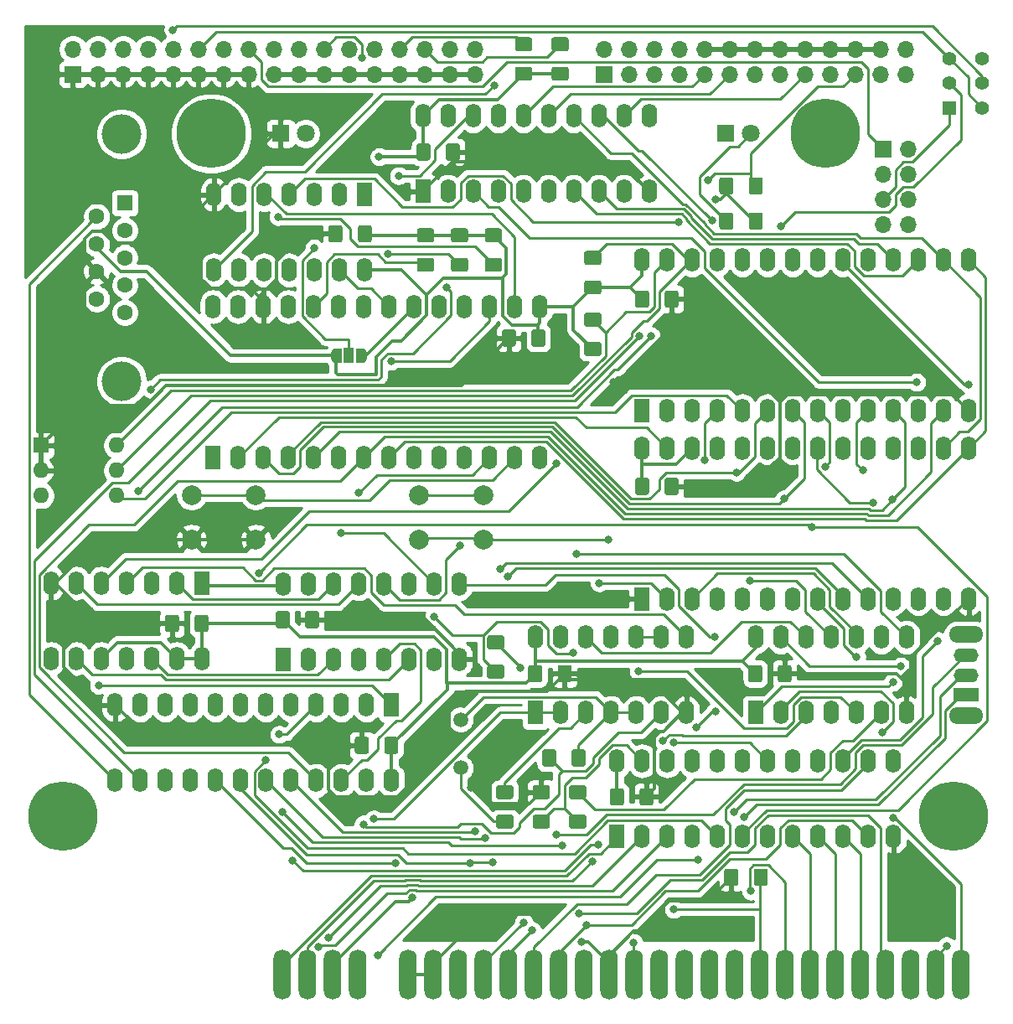
<source format=gbl>
G04 #@! TF.GenerationSoftware,KiCad,Pcbnew,(5.1.6)-1*
G04 #@! TF.CreationDate,2020-11-25T06:28:35+02:00*
G04 #@! TF.ProjectId,PlusD_Clone_1_5,506c7573-445f-4436-9c6f-6e655f315f35,rev?*
G04 #@! TF.SameCoordinates,Original*
G04 #@! TF.FileFunction,Copper,L2,Bot*
G04 #@! TF.FilePolarity,Positive*
%FSLAX46Y46*%
G04 Gerber Fmt 4.6, Leading zero omitted, Abs format (unit mm)*
G04 Created by KiCad (PCBNEW (5.1.6)-1) date 2020-11-25 06:28:35*
%MOMM*%
%LPD*%
G01*
G04 APERTURE LIST*
G04 #@! TA.AperFunction,ComponentPad*
%ADD10C,0.800000*%
G04 #@! TD*
G04 #@! TA.AperFunction,ComponentPad*
%ADD11C,7.000000*%
G04 #@! TD*
G04 #@! TA.AperFunction,ComponentPad*
%ADD12O,1.700000X1.700000*%
G04 #@! TD*
G04 #@! TA.AperFunction,ComponentPad*
%ADD13R,1.700000X1.700000*%
G04 #@! TD*
G04 #@! TA.AperFunction,ComponentPad*
%ADD14C,1.400000*%
G04 #@! TD*
G04 #@! TA.AperFunction,ComponentPad*
%ADD15R,1.400000X1.400000*%
G04 #@! TD*
G04 #@! TA.AperFunction,ComponentPad*
%ADD16O,1.600000X2.400000*%
G04 #@! TD*
G04 #@! TA.AperFunction,ComponentPad*
%ADD17R,1.600000X2.400000*%
G04 #@! TD*
G04 #@! TA.AperFunction,ComponentPad*
%ADD18O,3.500000X1.700000*%
G04 #@! TD*
G04 #@! TA.AperFunction,ComponentPad*
%ADD19O,2.500000X1.400000*%
G04 #@! TD*
G04 #@! TA.AperFunction,ComponentPad*
%ADD20R,2.500000X1.400000*%
G04 #@! TD*
G04 #@! TA.AperFunction,ComponentPad*
%ADD21C,4.000000*%
G04 #@! TD*
G04 #@! TA.AperFunction,ComponentPad*
%ADD22C,1.600000*%
G04 #@! TD*
G04 #@! TA.AperFunction,ComponentPad*
%ADD23R,1.600000X1.600000*%
G04 #@! TD*
G04 #@! TA.AperFunction,ComponentPad*
%ADD24O,1.600000X1.600000*%
G04 #@! TD*
G04 #@! TA.AperFunction,SMDPad,CuDef*
%ADD25R,1.000000X1.500000*%
G04 #@! TD*
G04 #@! TA.AperFunction,SMDPad,CuDef*
%ADD26C,0.100000*%
G04 #@! TD*
G04 #@! TA.AperFunction,ComponentPad*
%ADD27C,2.000000*%
G04 #@! TD*
G04 #@! TA.AperFunction,ConnectorPad*
%ADD28O,1.778000X5.080000*%
G04 #@! TD*
G04 #@! TA.AperFunction,ComponentPad*
%ADD29C,1.800000*%
G04 #@! TD*
G04 #@! TA.AperFunction,ComponentPad*
%ADD30R,1.800000X1.800000*%
G04 #@! TD*
G04 #@! TA.AperFunction,ComponentPad*
%ADD31C,1.500000*%
G04 #@! TD*
G04 #@! TA.AperFunction,ViaPad*
%ADD32C,0.800000*%
G04 #@! TD*
G04 #@! TA.AperFunction,Conductor*
%ADD33C,0.350000*%
G04 #@! TD*
G04 #@! TA.AperFunction,Conductor*
%ADD34C,0.250000*%
G04 #@! TD*
G04 #@! TA.AperFunction,Conductor*
%ADD35C,0.254000*%
G04 #@! TD*
G04 APERTURE END LIST*
G04 #@! TA.AperFunction,SMDPad,CuDef*
G36*
G01*
X115707000Y-105804000D02*
X116957000Y-105804000D01*
G75*
G02*
X117207000Y-106054000I0J-250000D01*
G01*
X117207000Y-106979000D01*
G75*
G02*
X116957000Y-107229000I-250000J0D01*
G01*
X115707000Y-107229000D01*
G75*
G02*
X115457000Y-106979000I0J250000D01*
G01*
X115457000Y-106054000D01*
G75*
G02*
X115707000Y-105804000I250000J0D01*
G01*
G37*
G04 #@! TD.AperFunction*
G04 #@! TA.AperFunction,SMDPad,CuDef*
G36*
G01*
X115707000Y-102829000D02*
X116957000Y-102829000D01*
G75*
G02*
X117207000Y-103079000I0J-250000D01*
G01*
X117207000Y-104004000D01*
G75*
G02*
X116957000Y-104254000I-250000J0D01*
G01*
X115707000Y-104254000D01*
G75*
G02*
X115457000Y-104004000I0J250000D01*
G01*
X115457000Y-103079000D01*
G75*
G02*
X115707000Y-102829000I250000J0D01*
G01*
G37*
G04 #@! TD.AperFunction*
G04 #@! TA.AperFunction,SMDPad,CuDef*
G36*
G01*
X120914000Y-51829000D02*
X122164000Y-51829000D01*
G75*
G02*
X122414000Y-52079000I0J-250000D01*
G01*
X122414000Y-53004000D01*
G75*
G02*
X122164000Y-53254000I-250000J0D01*
G01*
X120914000Y-53254000D01*
G75*
G02*
X120664000Y-53004000I0J250000D01*
G01*
X120664000Y-52079000D01*
G75*
G02*
X120914000Y-51829000I250000J0D01*
G01*
G37*
G04 #@! TD.AperFunction*
G04 #@! TA.AperFunction,SMDPad,CuDef*
G36*
G01*
X120914000Y-48854000D02*
X122164000Y-48854000D01*
G75*
G02*
X122414000Y-49104000I0J-250000D01*
G01*
X122414000Y-50029000D01*
G75*
G02*
X122164000Y-50279000I-250000J0D01*
G01*
X120914000Y-50279000D01*
G75*
G02*
X120664000Y-50029000I0J250000D01*
G01*
X120664000Y-49104000D01*
G75*
G02*
X120914000Y-48854000I250000J0D01*
G01*
G37*
G04 #@! TD.AperFunction*
G04 #@! TA.AperFunction,SMDPad,CuDef*
G36*
G01*
X120914000Y-58052000D02*
X122164000Y-58052000D01*
G75*
G02*
X122414000Y-58302000I0J-250000D01*
G01*
X122414000Y-59227000D01*
G75*
G02*
X122164000Y-59477000I-250000J0D01*
G01*
X120914000Y-59477000D01*
G75*
G02*
X120664000Y-59227000I0J250000D01*
G01*
X120664000Y-58302000D01*
G75*
G02*
X120914000Y-58052000I250000J0D01*
G01*
G37*
G04 #@! TD.AperFunction*
G04 #@! TA.AperFunction,SMDPad,CuDef*
G36*
G01*
X120914000Y-55077000D02*
X122164000Y-55077000D01*
G75*
G02*
X122414000Y-55327000I0J-250000D01*
G01*
X122414000Y-56252000D01*
G75*
G02*
X122164000Y-56502000I-250000J0D01*
G01*
X120914000Y-56502000D01*
G75*
G02*
X120664000Y-56252000I0J250000D01*
G01*
X120664000Y-55327000D01*
G75*
G02*
X120914000Y-55077000I250000J0D01*
G01*
G37*
G04 #@! TD.AperFunction*
G04 #@! TA.AperFunction,SMDPad,CuDef*
G36*
G01*
X112131000Y-47993000D02*
X110881000Y-47993000D01*
G75*
G02*
X110631000Y-47743000I0J250000D01*
G01*
X110631000Y-46818000D01*
G75*
G02*
X110881000Y-46568000I250000J0D01*
G01*
X112131000Y-46568000D01*
G75*
G02*
X112381000Y-46818000I0J-250000D01*
G01*
X112381000Y-47743000D01*
G75*
G02*
X112131000Y-47993000I-250000J0D01*
G01*
G37*
G04 #@! TD.AperFunction*
G04 #@! TA.AperFunction,SMDPad,CuDef*
G36*
G01*
X112131000Y-50968000D02*
X110881000Y-50968000D01*
G75*
G02*
X110631000Y-50718000I0J250000D01*
G01*
X110631000Y-49793000D01*
G75*
G02*
X110881000Y-49543000I250000J0D01*
G01*
X112131000Y-49543000D01*
G75*
G02*
X112381000Y-49793000I0J-250000D01*
G01*
X112381000Y-50718000D01*
G75*
G02*
X112131000Y-50968000I-250000J0D01*
G01*
G37*
G04 #@! TD.AperFunction*
G04 #@! TA.AperFunction,SMDPad,CuDef*
G36*
G01*
X120640000Y-104254000D02*
X119390000Y-104254000D01*
G75*
G02*
X119140000Y-104004000I0J250000D01*
G01*
X119140000Y-103079000D01*
G75*
G02*
X119390000Y-102829000I250000J0D01*
G01*
X120640000Y-102829000D01*
G75*
G02*
X120890000Y-103079000I0J-250000D01*
G01*
X120890000Y-104004000D01*
G75*
G02*
X120640000Y-104254000I-250000J0D01*
G01*
G37*
G04 #@! TD.AperFunction*
G04 #@! TA.AperFunction,SMDPad,CuDef*
G36*
G01*
X120640000Y-107229000D02*
X119390000Y-107229000D01*
G75*
G02*
X119140000Y-106979000I0J250000D01*
G01*
X119140000Y-106054000D01*
G75*
G02*
X119390000Y-105804000I250000J0D01*
G01*
X120640000Y-105804000D01*
G75*
G02*
X120890000Y-106054000I0J-250000D01*
G01*
X120890000Y-106979000D01*
G75*
G02*
X120640000Y-107229000I-250000J0D01*
G01*
G37*
G04 #@! TD.AperFunction*
G04 #@! TA.AperFunction,SMDPad,CuDef*
G36*
G01*
X117843000Y-99451000D02*
X117843000Y-100701000D01*
G75*
G02*
X117593000Y-100951000I-250000J0D01*
G01*
X116668000Y-100951000D01*
G75*
G02*
X116418000Y-100701000I0J250000D01*
G01*
X116418000Y-99451000D01*
G75*
G02*
X116668000Y-99201000I250000J0D01*
G01*
X117593000Y-99201000D01*
G75*
G02*
X117843000Y-99451000I0J-250000D01*
G01*
G37*
G04 #@! TD.AperFunction*
G04 #@! TA.AperFunction,SMDPad,CuDef*
G36*
G01*
X120818000Y-99451000D02*
X120818000Y-100701000D01*
G75*
G02*
X120568000Y-100951000I-250000J0D01*
G01*
X119643000Y-100951000D01*
G75*
G02*
X119393000Y-100701000I0J250000D01*
G01*
X119393000Y-99451000D01*
G75*
G02*
X119643000Y-99201000I250000J0D01*
G01*
X120568000Y-99201000D01*
G75*
G02*
X120818000Y-99451000I0J-250000D01*
G01*
G37*
G04 #@! TD.AperFunction*
G04 #@! TA.AperFunction,SMDPad,CuDef*
G36*
G01*
X111110000Y-90665600D02*
X112360000Y-90665600D01*
G75*
G02*
X112610000Y-90915600I0J-250000D01*
G01*
X112610000Y-91840600D01*
G75*
G02*
X112360000Y-92090600I-250000J0D01*
G01*
X111110000Y-92090600D01*
G75*
G02*
X110860000Y-91840600I0J250000D01*
G01*
X110860000Y-90915600D01*
G75*
G02*
X111110000Y-90665600I250000J0D01*
G01*
G37*
G04 #@! TD.AperFunction*
G04 #@! TA.AperFunction,SMDPad,CuDef*
G36*
G01*
X111110000Y-87690600D02*
X112360000Y-87690600D01*
G75*
G02*
X112610000Y-87940600I0J-250000D01*
G01*
X112610000Y-88865600D01*
G75*
G02*
X112360000Y-89115600I-250000J0D01*
G01*
X111110000Y-89115600D01*
G75*
G02*
X110860000Y-88865600I0J250000D01*
G01*
X110860000Y-87940600D01*
G75*
G02*
X111110000Y-87690600I250000J0D01*
G01*
G37*
G04 #@! TD.AperFunction*
G04 #@! TA.AperFunction,SMDPad,CuDef*
G36*
G01*
X137300000Y-46472000D02*
X137300000Y-45222000D01*
G75*
G02*
X137550000Y-44972000I250000J0D01*
G01*
X138475000Y-44972000D01*
G75*
G02*
X138725000Y-45222000I0J-250000D01*
G01*
X138725000Y-46472000D01*
G75*
G02*
X138475000Y-46722000I-250000J0D01*
G01*
X137550000Y-46722000D01*
G75*
G02*
X137300000Y-46472000I0J250000D01*
G01*
G37*
G04 #@! TD.AperFunction*
G04 #@! TA.AperFunction,SMDPad,CuDef*
G36*
G01*
X134325000Y-46472000D02*
X134325000Y-45222000D01*
G75*
G02*
X134575000Y-44972000I250000J0D01*
G01*
X135500000Y-44972000D01*
G75*
G02*
X135750000Y-45222000I0J-250000D01*
G01*
X135750000Y-46472000D01*
G75*
G02*
X135500000Y-46722000I-250000J0D01*
G01*
X134575000Y-46722000D01*
G75*
G02*
X134325000Y-46472000I0J250000D01*
G01*
G37*
G04 #@! TD.AperFunction*
G04 #@! TA.AperFunction,SMDPad,CuDef*
G36*
G01*
X135750000Y-41666000D02*
X135750000Y-42916000D01*
G75*
G02*
X135500000Y-43166000I-250000J0D01*
G01*
X134575000Y-43166000D01*
G75*
G02*
X134325000Y-42916000I0J250000D01*
G01*
X134325000Y-41666000D01*
G75*
G02*
X134575000Y-41416000I250000J0D01*
G01*
X135500000Y-41416000D01*
G75*
G02*
X135750000Y-41666000I0J-250000D01*
G01*
G37*
G04 #@! TD.AperFunction*
G04 #@! TA.AperFunction,SMDPad,CuDef*
G36*
G01*
X138725000Y-41666000D02*
X138725000Y-42916000D01*
G75*
G02*
X138475000Y-43166000I-250000J0D01*
G01*
X137550000Y-43166000D01*
G75*
G02*
X137300000Y-42916000I0J250000D01*
G01*
X137300000Y-41666000D01*
G75*
G02*
X137550000Y-41416000I250000J0D01*
G01*
X138475000Y-41416000D01*
G75*
G02*
X138725000Y-41666000I0J-250000D01*
G01*
G37*
G04 #@! TD.AperFunction*
G04 #@! TA.AperFunction,SMDPad,CuDef*
G36*
G01*
X118862000Y-28689000D02*
X117612000Y-28689000D01*
G75*
G02*
X117362000Y-28439000I0J250000D01*
G01*
X117362000Y-27514000D01*
G75*
G02*
X117612000Y-27264000I250000J0D01*
G01*
X118862000Y-27264000D01*
G75*
G02*
X119112000Y-27514000I0J-250000D01*
G01*
X119112000Y-28439000D01*
G75*
G02*
X118862000Y-28689000I-250000J0D01*
G01*
G37*
G04 #@! TD.AperFunction*
G04 #@! TA.AperFunction,SMDPad,CuDef*
G36*
G01*
X118862000Y-31664000D02*
X117612000Y-31664000D01*
G75*
G02*
X117362000Y-31414000I0J250000D01*
G01*
X117362000Y-30489000D01*
G75*
G02*
X117612000Y-30239000I250000J0D01*
G01*
X118862000Y-30239000D01*
G75*
G02*
X119112000Y-30489000I0J-250000D01*
G01*
X119112000Y-31414000D01*
G75*
G02*
X118862000Y-31664000I-250000J0D01*
G01*
G37*
G04 #@! TD.AperFunction*
G04 #@! TA.AperFunction,SMDPad,CuDef*
G36*
G01*
X115179000Y-28689000D02*
X113929000Y-28689000D01*
G75*
G02*
X113679000Y-28439000I0J250000D01*
G01*
X113679000Y-27514000D01*
G75*
G02*
X113929000Y-27264000I250000J0D01*
G01*
X115179000Y-27264000D01*
G75*
G02*
X115429000Y-27514000I0J-250000D01*
G01*
X115429000Y-28439000D01*
G75*
G02*
X115179000Y-28689000I-250000J0D01*
G01*
G37*
G04 #@! TD.AperFunction*
G04 #@! TA.AperFunction,SMDPad,CuDef*
G36*
G01*
X115179000Y-31664000D02*
X113929000Y-31664000D01*
G75*
G02*
X113679000Y-31414000I0J250000D01*
G01*
X113679000Y-30489000D01*
G75*
G02*
X113929000Y-30239000I250000J0D01*
G01*
X115179000Y-30239000D01*
G75*
G02*
X115429000Y-30489000I0J-250000D01*
G01*
X115429000Y-31414000D01*
G75*
G02*
X115179000Y-31664000I-250000J0D01*
G01*
G37*
G04 #@! TD.AperFunction*
G04 #@! TA.AperFunction,SMDPad,CuDef*
G36*
G01*
X107452000Y-49543000D02*
X108702000Y-49543000D01*
G75*
G02*
X108952000Y-49793000I0J-250000D01*
G01*
X108952000Y-50718000D01*
G75*
G02*
X108702000Y-50968000I-250000J0D01*
G01*
X107452000Y-50968000D01*
G75*
G02*
X107202000Y-50718000I0J250000D01*
G01*
X107202000Y-49793000D01*
G75*
G02*
X107452000Y-49543000I250000J0D01*
G01*
G37*
G04 #@! TD.AperFunction*
G04 #@! TA.AperFunction,SMDPad,CuDef*
G36*
G01*
X107452000Y-46568000D02*
X108702000Y-46568000D01*
G75*
G02*
X108952000Y-46818000I0J-250000D01*
G01*
X108952000Y-47743000D01*
G75*
G02*
X108702000Y-47993000I-250000J0D01*
G01*
X107452000Y-47993000D01*
G75*
G02*
X107202000Y-47743000I0J250000D01*
G01*
X107202000Y-46818000D01*
G75*
G02*
X107452000Y-46568000I250000J0D01*
G01*
G37*
G04 #@! TD.AperFunction*
G04 #@! TA.AperFunction,SMDPad,CuDef*
G36*
G01*
X104023000Y-49543000D02*
X105273000Y-49543000D01*
G75*
G02*
X105523000Y-49793000I0J-250000D01*
G01*
X105523000Y-50718000D01*
G75*
G02*
X105273000Y-50968000I-250000J0D01*
G01*
X104023000Y-50968000D01*
G75*
G02*
X103773000Y-50718000I0J250000D01*
G01*
X103773000Y-49793000D01*
G75*
G02*
X104023000Y-49543000I250000J0D01*
G01*
G37*
G04 #@! TD.AperFunction*
G04 #@! TA.AperFunction,SMDPad,CuDef*
G36*
G01*
X104023000Y-46568000D02*
X105273000Y-46568000D01*
G75*
G02*
X105523000Y-46818000I0J-250000D01*
G01*
X105523000Y-47743000D01*
G75*
G02*
X105273000Y-47993000I-250000J0D01*
G01*
X104023000Y-47993000D01*
G75*
G02*
X103773000Y-47743000I0J250000D01*
G01*
X103773000Y-46818000D01*
G75*
G02*
X104023000Y-46568000I250000J0D01*
G01*
G37*
G04 #@! TD.AperFunction*
G04 #@! TA.AperFunction,SMDPad,CuDef*
G36*
G01*
X113274000Y-104254000D02*
X112024000Y-104254000D01*
G75*
G02*
X111774000Y-104004000I0J250000D01*
G01*
X111774000Y-103079000D01*
G75*
G02*
X112024000Y-102829000I250000J0D01*
G01*
X113274000Y-102829000D01*
G75*
G02*
X113524000Y-103079000I0J-250000D01*
G01*
X113524000Y-104004000D01*
G75*
G02*
X113274000Y-104254000I-250000J0D01*
G01*
G37*
G04 #@! TD.AperFunction*
G04 #@! TA.AperFunction,SMDPad,CuDef*
G36*
G01*
X113274000Y-107229000D02*
X112024000Y-107229000D01*
G75*
G02*
X111774000Y-106979000I0J250000D01*
G01*
X111774000Y-106054000D01*
G75*
G02*
X112024000Y-105804000I250000J0D01*
G01*
X113274000Y-105804000D01*
G75*
G02*
X113524000Y-106054000I0J-250000D01*
G01*
X113524000Y-106979000D01*
G75*
G02*
X113274000Y-107229000I-250000J0D01*
G01*
G37*
G04 #@! TD.AperFunction*
G04 #@! TA.AperFunction,SMDPad,CuDef*
G36*
G01*
X137808000Y-112766000D02*
X137808000Y-111516000D01*
G75*
G02*
X138058000Y-111266000I250000J0D01*
G01*
X138983000Y-111266000D01*
G75*
G02*
X139233000Y-111516000I0J-250000D01*
G01*
X139233000Y-112766000D01*
G75*
G02*
X138983000Y-113016000I-250000J0D01*
G01*
X138058000Y-113016000D01*
G75*
G02*
X137808000Y-112766000I0J250000D01*
G01*
G37*
G04 #@! TD.AperFunction*
G04 #@! TA.AperFunction,SMDPad,CuDef*
G36*
G01*
X134833000Y-112766000D02*
X134833000Y-111516000D01*
G75*
G02*
X135083000Y-111266000I250000J0D01*
G01*
X136008000Y-111266000D01*
G75*
G02*
X136258000Y-111516000I0J-250000D01*
G01*
X136258000Y-112766000D01*
G75*
G02*
X136008000Y-113016000I-250000J0D01*
G01*
X135083000Y-113016000D01*
G75*
G02*
X134833000Y-112766000I0J250000D01*
G01*
G37*
G04 #@! TD.AperFunction*
G04 #@! TA.AperFunction,SMDPad,CuDef*
G36*
G01*
X100470000Y-99431000D02*
X100470000Y-98181000D01*
G75*
G02*
X100720000Y-97931000I250000J0D01*
G01*
X101645000Y-97931000D01*
G75*
G02*
X101895000Y-98181000I0J-250000D01*
G01*
X101895000Y-99431000D01*
G75*
G02*
X101645000Y-99681000I-250000J0D01*
G01*
X100720000Y-99681000D01*
G75*
G02*
X100470000Y-99431000I0J250000D01*
G01*
G37*
G04 #@! TD.AperFunction*
G04 #@! TA.AperFunction,SMDPad,CuDef*
G36*
G01*
X97495000Y-99431000D02*
X97495000Y-98181000D01*
G75*
G02*
X97745000Y-97931000I250000J0D01*
G01*
X98670000Y-97931000D01*
G75*
G02*
X98920000Y-98181000I0J-250000D01*
G01*
X98920000Y-99431000D01*
G75*
G02*
X98670000Y-99681000I-250000J0D01*
G01*
X97745000Y-99681000D01*
G75*
G02*
X97495000Y-99431000I0J250000D01*
G01*
G37*
G04 #@! TD.AperFunction*
G04 #@! TA.AperFunction,SMDPad,CuDef*
G36*
G01*
X138671000Y-90942000D02*
X138671000Y-92192000D01*
G75*
G02*
X138421000Y-92442000I-250000J0D01*
G01*
X137496000Y-92442000D01*
G75*
G02*
X137246000Y-92192000I0J250000D01*
G01*
X137246000Y-90942000D01*
G75*
G02*
X137496000Y-90692000I250000J0D01*
G01*
X138421000Y-90692000D01*
G75*
G02*
X138671000Y-90942000I0J-250000D01*
G01*
G37*
G04 #@! TD.AperFunction*
G04 #@! TA.AperFunction,SMDPad,CuDef*
G36*
G01*
X141646000Y-90942000D02*
X141646000Y-92192000D01*
G75*
G02*
X141396000Y-92442000I-250000J0D01*
G01*
X140471000Y-92442000D01*
G75*
G02*
X140221000Y-92192000I0J250000D01*
G01*
X140221000Y-90942000D01*
G75*
G02*
X140471000Y-90692000I250000J0D01*
G01*
X141396000Y-90692000D01*
G75*
G02*
X141646000Y-90942000I0J-250000D01*
G01*
G37*
G04 #@! TD.AperFunction*
G04 #@! TA.AperFunction,SMDPad,CuDef*
G36*
G01*
X116446000Y-90942000D02*
X116446000Y-92192000D01*
G75*
G02*
X116196000Y-92442000I-250000J0D01*
G01*
X115271000Y-92442000D01*
G75*
G02*
X115021000Y-92192000I0J250000D01*
G01*
X115021000Y-90942000D01*
G75*
G02*
X115271000Y-90692000I250000J0D01*
G01*
X116196000Y-90692000D01*
G75*
G02*
X116446000Y-90942000I0J-250000D01*
G01*
G37*
G04 #@! TD.AperFunction*
G04 #@! TA.AperFunction,SMDPad,CuDef*
G36*
G01*
X119421000Y-90942000D02*
X119421000Y-92192000D01*
G75*
G02*
X119171000Y-92442000I-250000J0D01*
G01*
X118246000Y-92442000D01*
G75*
G02*
X117996000Y-92192000I0J250000D01*
G01*
X117996000Y-90942000D01*
G75*
G02*
X118246000Y-90692000I250000J0D01*
G01*
X119171000Y-90692000D01*
G75*
G02*
X119421000Y-90942000I0J-250000D01*
G01*
G37*
G04 #@! TD.AperFunction*
G04 #@! TA.AperFunction,SMDPad,CuDef*
G36*
G01*
X90919000Y-85481000D02*
X90919000Y-86731000D01*
G75*
G02*
X90669000Y-86981000I-250000J0D01*
G01*
X89744000Y-86981000D01*
G75*
G02*
X89494000Y-86731000I0J250000D01*
G01*
X89494000Y-85481000D01*
G75*
G02*
X89744000Y-85231000I250000J0D01*
G01*
X90669000Y-85231000D01*
G75*
G02*
X90919000Y-85481000I0J-250000D01*
G01*
G37*
G04 #@! TD.AperFunction*
G04 #@! TA.AperFunction,SMDPad,CuDef*
G36*
G01*
X93894000Y-85481000D02*
X93894000Y-86731000D01*
G75*
G02*
X93644000Y-86981000I-250000J0D01*
G01*
X92719000Y-86981000D01*
G75*
G02*
X92469000Y-86731000I0J250000D01*
G01*
X92469000Y-85481000D01*
G75*
G02*
X92719000Y-85231000I250000J0D01*
G01*
X93644000Y-85231000D01*
G75*
G02*
X93894000Y-85481000I0J-250000D01*
G01*
G37*
G04 #@! TD.AperFunction*
G04 #@! TA.AperFunction,SMDPad,CuDef*
G36*
G01*
X105143000Y-38237000D02*
X105143000Y-39487000D01*
G75*
G02*
X104893000Y-39737000I-250000J0D01*
G01*
X103968000Y-39737000D01*
G75*
G02*
X103718000Y-39487000I0J250000D01*
G01*
X103718000Y-38237000D01*
G75*
G02*
X103968000Y-37987000I250000J0D01*
G01*
X104893000Y-37987000D01*
G75*
G02*
X105143000Y-38237000I0J-250000D01*
G01*
G37*
G04 #@! TD.AperFunction*
G04 #@! TA.AperFunction,SMDPad,CuDef*
G36*
G01*
X108118000Y-38237000D02*
X108118000Y-39487000D01*
G75*
G02*
X107868000Y-39737000I-250000J0D01*
G01*
X106943000Y-39737000D01*
G75*
G02*
X106693000Y-39487000I0J250000D01*
G01*
X106693000Y-38237000D01*
G75*
G02*
X106943000Y-37987000I250000J0D01*
G01*
X107868000Y-37987000D01*
G75*
G02*
X108118000Y-38237000I0J-250000D01*
G01*
G37*
G04 #@! TD.AperFunction*
G04 #@! TA.AperFunction,SMDPad,CuDef*
G36*
G01*
X81293000Y-87112000D02*
X81293000Y-85862000D01*
G75*
G02*
X81543000Y-85612000I250000J0D01*
G01*
X82468000Y-85612000D01*
G75*
G02*
X82718000Y-85862000I0J-250000D01*
G01*
X82718000Y-87112000D01*
G75*
G02*
X82468000Y-87362000I-250000J0D01*
G01*
X81543000Y-87362000D01*
G75*
G02*
X81293000Y-87112000I0J250000D01*
G01*
G37*
G04 #@! TD.AperFunction*
G04 #@! TA.AperFunction,SMDPad,CuDef*
G36*
G01*
X78318000Y-87112000D02*
X78318000Y-85862000D01*
G75*
G02*
X78568000Y-85612000I250000J0D01*
G01*
X79493000Y-85612000D01*
G75*
G02*
X79743000Y-85862000I0J-250000D01*
G01*
X79743000Y-87112000D01*
G75*
G02*
X79493000Y-87362000I-250000J0D01*
G01*
X78568000Y-87362000D01*
G75*
G02*
X78318000Y-87112000I0J250000D01*
G01*
G37*
G04 #@! TD.AperFunction*
G04 #@! TA.AperFunction,SMDPad,CuDef*
G36*
G01*
X97803000Y-47742000D02*
X97803000Y-46492000D01*
G75*
G02*
X98053000Y-46242000I250000J0D01*
G01*
X98978000Y-46242000D01*
G75*
G02*
X99228000Y-46492000I0J-250000D01*
G01*
X99228000Y-47742000D01*
G75*
G02*
X98978000Y-47992000I-250000J0D01*
G01*
X98053000Y-47992000D01*
G75*
G02*
X97803000Y-47742000I0J250000D01*
G01*
G37*
G04 #@! TD.AperFunction*
G04 #@! TA.AperFunction,SMDPad,CuDef*
G36*
G01*
X94828000Y-47742000D02*
X94828000Y-46492000D01*
G75*
G02*
X95078000Y-46242000I250000J0D01*
G01*
X96003000Y-46242000D01*
G75*
G02*
X96253000Y-46492000I0J-250000D01*
G01*
X96253000Y-47742000D01*
G75*
G02*
X96003000Y-47992000I-250000J0D01*
G01*
X95078000Y-47992000D01*
G75*
G02*
X94828000Y-47742000I0J250000D01*
G01*
G37*
G04 #@! TD.AperFunction*
G04 #@! TA.AperFunction,SMDPad,CuDef*
G36*
G01*
X124701000Y-103388000D02*
X124701000Y-104638000D01*
G75*
G02*
X124451000Y-104888000I-250000J0D01*
G01*
X123526000Y-104888000D01*
G75*
G02*
X123276000Y-104638000I0J250000D01*
G01*
X123276000Y-103388000D01*
G75*
G02*
X123526000Y-103138000I250000J0D01*
G01*
X124451000Y-103138000D01*
G75*
G02*
X124701000Y-103388000I0J-250000D01*
G01*
G37*
G04 #@! TD.AperFunction*
G04 #@! TA.AperFunction,SMDPad,CuDef*
G36*
G01*
X127676000Y-103388000D02*
X127676000Y-104638000D01*
G75*
G02*
X127426000Y-104888000I-250000J0D01*
G01*
X126501000Y-104888000D01*
G75*
G02*
X126251000Y-104638000I0J250000D01*
G01*
X126251000Y-103388000D01*
G75*
G02*
X126501000Y-103138000I250000J0D01*
G01*
X127426000Y-103138000D01*
G75*
G02*
X127676000Y-103388000I0J-250000D01*
G01*
G37*
G04 #@! TD.AperFunction*
G04 #@! TA.AperFunction,SMDPad,CuDef*
G36*
G01*
X127241000Y-72019000D02*
X127241000Y-73269000D01*
G75*
G02*
X126991000Y-73519000I-250000J0D01*
G01*
X126066000Y-73519000D01*
G75*
G02*
X125816000Y-73269000I0J250000D01*
G01*
X125816000Y-72019000D01*
G75*
G02*
X126066000Y-71769000I250000J0D01*
G01*
X126991000Y-71769000D01*
G75*
G02*
X127241000Y-72019000I0J-250000D01*
G01*
G37*
G04 #@! TD.AperFunction*
G04 #@! TA.AperFunction,SMDPad,CuDef*
G36*
G01*
X130216000Y-72019000D02*
X130216000Y-73269000D01*
G75*
G02*
X129966000Y-73519000I-250000J0D01*
G01*
X129041000Y-73519000D01*
G75*
G02*
X128791000Y-73269000I0J250000D01*
G01*
X128791000Y-72019000D01*
G75*
G02*
X129041000Y-71769000I250000J0D01*
G01*
X129966000Y-71769000D01*
G75*
G02*
X130216000Y-72019000I0J-250000D01*
G01*
G37*
G04 #@! TD.AperFunction*
G04 #@! TA.AperFunction,SMDPad,CuDef*
G36*
G01*
X127241000Y-53096000D02*
X127241000Y-54346000D01*
G75*
G02*
X126991000Y-54596000I-250000J0D01*
G01*
X126066000Y-54596000D01*
G75*
G02*
X125816000Y-54346000I0J250000D01*
G01*
X125816000Y-53096000D01*
G75*
G02*
X126066000Y-52846000I250000J0D01*
G01*
X126991000Y-52846000D01*
G75*
G02*
X127241000Y-53096000I0J-250000D01*
G01*
G37*
G04 #@! TD.AperFunction*
G04 #@! TA.AperFunction,SMDPad,CuDef*
G36*
G01*
X130216000Y-53096000D02*
X130216000Y-54346000D01*
G75*
G02*
X129966000Y-54596000I-250000J0D01*
G01*
X129041000Y-54596000D01*
G75*
G02*
X128791000Y-54346000I0J250000D01*
G01*
X128791000Y-53096000D01*
G75*
G02*
X129041000Y-52846000I250000J0D01*
G01*
X129966000Y-52846000D01*
G75*
G02*
X130216000Y-53096000I0J-250000D01*
G01*
G37*
G04 #@! TD.AperFunction*
G04 #@! TA.AperFunction,SMDPad,CuDef*
G36*
G01*
X115329000Y-58283000D02*
X115329000Y-57033000D01*
G75*
G02*
X115579000Y-56783000I250000J0D01*
G01*
X116504000Y-56783000D01*
G75*
G02*
X116754000Y-57033000I0J-250000D01*
G01*
X116754000Y-58283000D01*
G75*
G02*
X116504000Y-58533000I-250000J0D01*
G01*
X115579000Y-58533000D01*
G75*
G02*
X115329000Y-58283000I0J250000D01*
G01*
G37*
G04 #@! TD.AperFunction*
G04 #@! TA.AperFunction,SMDPad,CuDef*
G36*
G01*
X112354000Y-58283000D02*
X112354000Y-57033000D01*
G75*
G02*
X112604000Y-56783000I250000J0D01*
G01*
X113529000Y-56783000D01*
G75*
G02*
X113779000Y-57033000I0J-250000D01*
G01*
X113779000Y-58283000D01*
G75*
G02*
X113529000Y-58533000I-250000J0D01*
G01*
X112604000Y-58533000D01*
G75*
G02*
X112354000Y-58283000I0J250000D01*
G01*
G37*
G04 #@! TD.AperFunction*
D10*
X146856155Y-35143845D03*
X145000000Y-34375000D03*
X143143845Y-35143845D03*
X142375000Y-37000000D03*
X143143845Y-38856155D03*
X145000000Y-39625000D03*
X146856155Y-38856155D03*
X147625000Y-37000000D03*
D11*
X145000000Y-37000000D03*
D12*
X153416000Y-46228000D03*
X150876000Y-46228000D03*
X153416000Y-43688000D03*
X150876000Y-43688000D03*
X153416000Y-41148000D03*
X150876000Y-41148000D03*
X153416000Y-38608000D03*
D13*
X150876000Y-38608000D03*
D11*
X83000000Y-37000000D03*
D10*
X85625000Y-37000000D03*
X84856155Y-38856155D03*
X83000000Y-39625000D03*
X81143845Y-38856155D03*
X80375000Y-37000000D03*
X81143845Y-35143845D03*
X83000000Y-34375000D03*
X84856155Y-35143845D03*
D14*
X160907000Y-29417000D03*
X160907000Y-31917000D03*
X160907000Y-34417000D03*
X157607000Y-29417000D03*
X157607000Y-31917000D03*
D15*
X157607000Y-34417000D03*
D16*
X126500000Y-49760000D03*
X159520000Y-65000000D03*
X129040000Y-49760000D03*
X156980000Y-65000000D03*
X131580000Y-49760000D03*
X154440000Y-65000000D03*
X134120000Y-49760000D03*
X151900000Y-65000000D03*
X136660000Y-49760000D03*
X149360000Y-65000000D03*
X139200000Y-49760000D03*
X146820000Y-65000000D03*
X141740000Y-49760000D03*
X144280000Y-65000000D03*
X144280000Y-49760000D03*
X141740000Y-65000000D03*
X146820000Y-49760000D03*
X139200000Y-65000000D03*
X149360000Y-49760000D03*
X136660000Y-65000000D03*
X151900000Y-49760000D03*
X134120000Y-65000000D03*
X154440000Y-49760000D03*
X131580000Y-65000000D03*
X156980000Y-49760000D03*
X129040000Y-65000000D03*
X159520000Y-49760000D03*
D17*
X126500000Y-65000000D03*
D18*
X159258000Y-87626000D03*
X159258000Y-95826000D03*
D19*
X159258000Y-89726000D03*
X159258000Y-91726000D03*
D20*
X159258000Y-93726000D03*
D21*
X73950000Y-62040000D03*
X73950000Y-37040000D03*
D22*
X71410000Y-53695000D03*
X71410000Y-50925000D03*
X71410000Y-48155000D03*
X71410000Y-45385000D03*
X74250000Y-55080000D03*
X74250000Y-52310000D03*
X74250000Y-49540000D03*
X74250000Y-46770000D03*
D23*
X74250000Y-44000000D03*
D24*
X73406000Y-68500000D03*
X65786000Y-73580000D03*
X73406000Y-71040000D03*
X65786000Y-71040000D03*
X73406000Y-73580000D03*
D23*
X65786000Y-68500000D03*
D25*
X96901000Y-59436000D03*
G04 #@! TA.AperFunction,SMDPad,CuDef*
D26*
G36*
X95601000Y-60185398D02*
G01*
X95576466Y-60185398D01*
X95527635Y-60180588D01*
X95479510Y-60171016D01*
X95432555Y-60156772D01*
X95387222Y-60137995D01*
X95343949Y-60114864D01*
X95303150Y-60087604D01*
X95265221Y-60056476D01*
X95230524Y-60021779D01*
X95199396Y-59983850D01*
X95172136Y-59943051D01*
X95149005Y-59899778D01*
X95130228Y-59854445D01*
X95115984Y-59807490D01*
X95106412Y-59759365D01*
X95101602Y-59710534D01*
X95101602Y-59686000D01*
X95101000Y-59686000D01*
X95101000Y-59186000D01*
X95101602Y-59186000D01*
X95101602Y-59161466D01*
X95106412Y-59112635D01*
X95115984Y-59064510D01*
X95130228Y-59017555D01*
X95149005Y-58972222D01*
X95172136Y-58928949D01*
X95199396Y-58888150D01*
X95230524Y-58850221D01*
X95265221Y-58815524D01*
X95303150Y-58784396D01*
X95343949Y-58757136D01*
X95387222Y-58734005D01*
X95432555Y-58715228D01*
X95479510Y-58700984D01*
X95527635Y-58691412D01*
X95576466Y-58686602D01*
X95601000Y-58686602D01*
X95601000Y-58686000D01*
X96151000Y-58686000D01*
X96151000Y-60186000D01*
X95601000Y-60186000D01*
X95601000Y-60185398D01*
G37*
G04 #@! TD.AperFunction*
G04 #@! TA.AperFunction,SMDPad,CuDef*
G36*
X97651000Y-58686000D02*
G01*
X98201000Y-58686000D01*
X98201000Y-58686602D01*
X98225534Y-58686602D01*
X98274365Y-58691412D01*
X98322490Y-58700984D01*
X98369445Y-58715228D01*
X98414778Y-58734005D01*
X98458051Y-58757136D01*
X98498850Y-58784396D01*
X98536779Y-58815524D01*
X98571476Y-58850221D01*
X98602604Y-58888150D01*
X98629864Y-58928949D01*
X98652995Y-58972222D01*
X98671772Y-59017555D01*
X98686016Y-59064510D01*
X98695588Y-59112635D01*
X98700398Y-59161466D01*
X98700398Y-59186000D01*
X98701000Y-59186000D01*
X98701000Y-59686000D01*
X98700398Y-59686000D01*
X98700398Y-59710534D01*
X98695588Y-59759365D01*
X98686016Y-59807490D01*
X98671772Y-59854445D01*
X98652995Y-59899778D01*
X98629864Y-59943051D01*
X98602604Y-59983850D01*
X98571476Y-60021779D01*
X98536779Y-60056476D01*
X98498850Y-60087604D01*
X98458051Y-60114864D01*
X98414778Y-60137995D01*
X98369445Y-60156772D01*
X98322490Y-60171016D01*
X98274365Y-60180588D01*
X98225534Y-60185398D01*
X98201000Y-60185398D01*
X98201000Y-60186000D01*
X97651000Y-60186000D01*
X97651000Y-58686000D01*
G37*
G04 #@! TD.AperFunction*
D16*
X115762000Y-87880000D03*
X131002000Y-95500000D03*
X118302000Y-87880000D03*
X128462000Y-95500000D03*
X120842000Y-87880000D03*
X125922000Y-95500000D03*
X123382000Y-87880000D03*
X123382000Y-95500000D03*
X125922000Y-87880000D03*
X120842000Y-95500000D03*
X128462000Y-87880000D03*
X118302000Y-95500000D03*
X131002000Y-87880000D03*
D17*
X115762000Y-95500000D03*
D16*
X101219000Y-102362000D03*
X73279000Y-94742000D03*
X98679000Y-102362000D03*
X75819000Y-94742000D03*
X96139000Y-102362000D03*
X78359000Y-94742000D03*
X93599000Y-102362000D03*
X80899000Y-94742000D03*
X91059000Y-102362000D03*
X83439000Y-94742000D03*
X88519000Y-102362000D03*
X85979000Y-94742000D03*
X85979000Y-102362000D03*
X88519000Y-94742000D03*
X83439000Y-102362000D03*
X91059000Y-94742000D03*
X80899000Y-102362000D03*
X93599000Y-94742000D03*
X78359000Y-102362000D03*
X96139000Y-94742000D03*
X75819000Y-102362000D03*
X98679000Y-94742000D03*
X73279000Y-102362000D03*
D17*
X101219000Y-94742000D03*
D16*
X98477000Y-50772000D03*
X83237000Y-43152000D03*
X95937000Y-50772000D03*
X85777000Y-43152000D03*
X93397000Y-50772000D03*
X88317000Y-43152000D03*
X90857000Y-50772000D03*
X90857000Y-43152000D03*
X88317000Y-50772000D03*
X93397000Y-43152000D03*
X85777000Y-50772000D03*
X95937000Y-43152000D03*
X83237000Y-50772000D03*
D17*
X98477000Y-43152000D03*
D16*
X82042000Y-90043000D03*
X66802000Y-82423000D03*
X79502000Y-90043000D03*
X69342000Y-82423000D03*
X76962000Y-90043000D03*
X71882000Y-82423000D03*
X74422000Y-90043000D03*
X74422000Y-82423000D03*
X71882000Y-90043000D03*
X76962000Y-82423000D03*
X69342000Y-90043000D03*
X79502000Y-82423000D03*
X66802000Y-90043000D03*
D17*
X82042000Y-82423000D03*
D16*
X138000000Y-87880000D03*
X153240000Y-95500000D03*
X140540000Y-87880000D03*
X150700000Y-95500000D03*
X143080000Y-87880000D03*
X148160000Y-95500000D03*
X145620000Y-87880000D03*
X145620000Y-95500000D03*
X148160000Y-87880000D03*
X143080000Y-95500000D03*
X150700000Y-87880000D03*
X140540000Y-95500000D03*
X153240000Y-87880000D03*
D17*
X138000000Y-95500000D03*
D10*
X69856155Y-104143845D03*
X68000000Y-103375000D03*
X66143845Y-104143845D03*
X65375000Y-106000000D03*
X66143845Y-107856155D03*
X68000000Y-108625000D03*
X69856155Y-107856155D03*
X70625000Y-106000000D03*
D11*
X68000000Y-106000000D03*
D10*
X159856155Y-104143845D03*
X158000000Y-103375000D03*
X156143845Y-104143845D03*
X155375000Y-106000000D03*
X156143845Y-107856155D03*
X158000000Y-108625000D03*
X159856155Y-107856155D03*
X160625000Y-106000000D03*
D11*
X158000000Y-106000000D03*
D27*
X110500000Y-73500000D03*
X110500000Y-78000000D03*
X104000000Y-73500000D03*
X104000000Y-78000000D03*
X87500000Y-73500000D03*
X87500000Y-78000000D03*
X81000000Y-73500000D03*
X81000000Y-78000000D03*
D16*
X104380000Y-35213000D03*
X127240000Y-42833000D03*
X106920000Y-35213000D03*
X124700000Y-42833000D03*
X109460000Y-35213000D03*
X122160000Y-42833000D03*
X112000000Y-35213000D03*
X119620000Y-42833000D03*
X114540000Y-35213000D03*
X117080000Y-42833000D03*
X117080000Y-35213000D03*
X114540000Y-42833000D03*
X119620000Y-35213000D03*
X112000000Y-42833000D03*
X122160000Y-35213000D03*
X109460000Y-42833000D03*
X124700000Y-35213000D03*
X106920000Y-42833000D03*
X127240000Y-35213000D03*
D17*
X104380000Y-42833000D03*
D16*
X90284000Y-82476000D03*
X108064000Y-90096000D03*
X92824000Y-82476000D03*
X105524000Y-90096000D03*
X95364000Y-82476000D03*
X102984000Y-90096000D03*
X97904000Y-82476000D03*
X100444000Y-90096000D03*
X100444000Y-82476000D03*
X97904000Y-90096000D03*
X102984000Y-82476000D03*
X95364000Y-90096000D03*
X105524000Y-82476000D03*
X92824000Y-90096000D03*
X108064000Y-82476000D03*
D17*
X90284000Y-90096000D03*
D16*
X124000000Y-100380000D03*
X151940000Y-108000000D03*
X126540000Y-100380000D03*
X149400000Y-108000000D03*
X129080000Y-100380000D03*
X146860000Y-108000000D03*
X131620000Y-100380000D03*
X144320000Y-108000000D03*
X134160000Y-100380000D03*
X141780000Y-108000000D03*
X136700000Y-100380000D03*
X139240000Y-108000000D03*
X139240000Y-100380000D03*
X136700000Y-108000000D03*
X141780000Y-100380000D03*
X134160000Y-108000000D03*
X144320000Y-100380000D03*
X131620000Y-108000000D03*
X146860000Y-100380000D03*
X129080000Y-108000000D03*
X149400000Y-100380000D03*
X126540000Y-108000000D03*
X151940000Y-100380000D03*
D17*
X124000000Y-108000000D03*
D16*
X126500000Y-68760000D03*
X159520000Y-84000000D03*
X129040000Y-68760000D03*
X156980000Y-84000000D03*
X131580000Y-68760000D03*
X154440000Y-84000000D03*
X134120000Y-68760000D03*
X151900000Y-84000000D03*
X136660000Y-68760000D03*
X149360000Y-84000000D03*
X139200000Y-68760000D03*
X146820000Y-84000000D03*
X141740000Y-68760000D03*
X144280000Y-84000000D03*
X144280000Y-68760000D03*
X141740000Y-84000000D03*
X146820000Y-68760000D03*
X139200000Y-84000000D03*
X149360000Y-68760000D03*
X136660000Y-84000000D03*
X151900000Y-68760000D03*
X134120000Y-84000000D03*
X154440000Y-68760000D03*
X131580000Y-84000000D03*
X156980000Y-68760000D03*
X129040000Y-84000000D03*
X159520000Y-68760000D03*
D17*
X126500000Y-84000000D03*
D16*
X83185000Y-54483000D03*
X116205000Y-69723000D03*
X85725000Y-54483000D03*
X113665000Y-69723000D03*
X88265000Y-54483000D03*
X111125000Y-69723000D03*
X90805000Y-54483000D03*
X108585000Y-69723000D03*
X93345000Y-54483000D03*
X106045000Y-69723000D03*
X95885000Y-54483000D03*
X103505000Y-69723000D03*
X98425000Y-54483000D03*
X100965000Y-69723000D03*
X100965000Y-54483000D03*
X98425000Y-69723000D03*
X103505000Y-54483000D03*
X95885000Y-69723000D03*
X106045000Y-54483000D03*
X93345000Y-69723000D03*
X108585000Y-54483000D03*
X90805000Y-69723000D03*
X111125000Y-54483000D03*
X88265000Y-69723000D03*
X113665000Y-54483000D03*
X85725000Y-69723000D03*
X116205000Y-54483000D03*
D17*
X83185000Y-69723000D03*
D28*
X90218000Y-121960000D03*
X92758000Y-121960000D03*
X97838000Y-121960000D03*
X102918000Y-121960000D03*
X105458000Y-121960000D03*
X95298000Y-121960000D03*
X153718000Y-121960000D03*
X158798000Y-121960000D03*
X125778000Y-121960000D03*
X133398000Y-121960000D03*
X146098000Y-121960000D03*
X141018000Y-121960000D03*
X118158000Y-121960000D03*
X148638000Y-121960000D03*
X107998000Y-121960000D03*
X123238000Y-121960000D03*
X130858000Y-121960000D03*
X135938000Y-121960000D03*
X143558000Y-121960000D03*
X115618000Y-121960000D03*
X156258000Y-121960000D03*
X128318000Y-121960000D03*
X113078000Y-121960000D03*
X110538000Y-121960000D03*
X120698000Y-121960000D03*
X151178000Y-121960000D03*
X138478000Y-121960000D03*
D12*
X153162000Y-28460000D03*
X153162000Y-31000000D03*
X150622000Y-28460000D03*
X150622000Y-31000000D03*
X148082000Y-28460000D03*
X148082000Y-31000000D03*
X145542000Y-28460000D03*
X145542000Y-31000000D03*
X143002000Y-28460000D03*
X143002000Y-31000000D03*
X140462000Y-28460000D03*
X140462000Y-31000000D03*
X137922000Y-28460000D03*
X137922000Y-31000000D03*
X135382000Y-28460000D03*
X135382000Y-31000000D03*
X132842000Y-28460000D03*
X132842000Y-31000000D03*
X130302000Y-28460000D03*
X130302000Y-31000000D03*
X127762000Y-28460000D03*
X127762000Y-31000000D03*
X125222000Y-28460000D03*
X125222000Y-31000000D03*
X122682000Y-28460000D03*
D13*
X122682000Y-31000000D03*
X69000000Y-31000000D03*
D12*
X69000000Y-28460000D03*
X71540000Y-31000000D03*
X71540000Y-28460000D03*
X74080000Y-31000000D03*
X74080000Y-28460000D03*
X76620000Y-31000000D03*
X76620000Y-28460000D03*
X79160000Y-31000000D03*
X79160000Y-28460000D03*
X81700000Y-31000000D03*
X81700000Y-28460000D03*
X84240000Y-31000000D03*
X84240000Y-28460000D03*
X86780000Y-31000000D03*
X86780000Y-28460000D03*
X89320000Y-31000000D03*
X89320000Y-28460000D03*
X91860000Y-31000000D03*
X91860000Y-28460000D03*
X94400000Y-31000000D03*
X94400000Y-28460000D03*
X96940000Y-31000000D03*
X96940000Y-28460000D03*
X99480000Y-31000000D03*
X99480000Y-28460000D03*
X102020000Y-31000000D03*
X102020000Y-28460000D03*
X104560000Y-31000000D03*
X104560000Y-28460000D03*
X107100000Y-31000000D03*
X107100000Y-28460000D03*
X109640000Y-31000000D03*
X109640000Y-28460000D03*
D29*
X137540000Y-37000000D03*
D30*
X135000000Y-37000000D03*
D29*
X92540000Y-37000000D03*
D30*
X90000000Y-37000000D03*
D31*
X108204000Y-101092000D03*
X108204000Y-96192000D03*
D32*
X123601700Y-62097600D03*
X109208600Y-103090500D03*
X120361700Y-118648900D03*
X116680200Y-115854600D03*
X106991400Y-95076000D03*
X108574800Y-117771100D03*
X91204600Y-110421300D03*
X122108800Y-108875300D03*
X133833500Y-87827000D03*
X129727900Y-98534900D03*
X99418200Y-106251800D03*
X114190000Y-90997300D03*
X159503900Y-62326200D03*
X156418600Y-88244200D03*
X123134100Y-77997100D03*
X135800200Y-105546100D03*
X89746400Y-45399100D03*
X76881500Y-62837500D03*
X106768800Y-52510200D03*
X126216100Y-57485100D03*
X100872700Y-49145700D03*
X96127900Y-77343900D03*
X93397000Y-48562700D03*
X130203800Y-45900600D03*
X140564000Y-46332500D03*
X127446000Y-57466200D03*
X75621100Y-73111500D03*
X79117700Y-26510000D03*
X119903100Y-79456300D03*
X126177000Y-91340000D03*
X71614900Y-92744200D03*
X129735200Y-115366600D03*
X133585800Y-45799700D03*
X97904000Y-73292500D03*
X149893600Y-74264000D03*
X151886900Y-92404900D03*
X150764700Y-97502900D03*
X151914900Y-106107600D03*
X148809600Y-71023100D03*
X112183800Y-80968800D03*
X114581500Y-116679900D03*
X128643000Y-98360600D03*
X122191300Y-82393100D03*
X121464700Y-110520200D03*
X133938800Y-95386800D03*
X131983100Y-97015900D03*
X137511700Y-113533900D03*
X137450500Y-82201400D03*
X152662800Y-90812300D03*
X157292700Y-119054300D03*
X101928400Y-41257600D03*
X151806300Y-73989800D03*
X154253300Y-62115700D03*
X109626400Y-107467000D03*
X110625900Y-108154600D03*
X111430000Y-110608900D03*
X109145900Y-110702100D03*
X87791100Y-81384900D03*
X143688200Y-76716400D03*
X101592300Y-110725700D03*
X108160600Y-78628700D03*
X89856600Y-97699100D03*
X90217600Y-105541100D03*
X118481700Y-108932300D03*
X120924900Y-116977700D03*
X140883200Y-73917600D03*
X136064700Y-71214500D03*
X94832300Y-118260200D03*
X93856800Y-119179500D03*
X88515000Y-100299500D03*
X132850000Y-69948300D03*
X144998600Y-70630900D03*
X148207300Y-89883600D03*
X112959100Y-81772000D03*
X115441400Y-117513300D03*
X98209900Y-29346900D03*
X101197799Y-59974388D03*
X111574300Y-32142200D03*
X117853200Y-70317800D03*
X133173300Y-41697400D03*
X120149600Y-115784900D03*
X125673600Y-118750200D03*
X132164000Y-110387700D03*
X99796100Y-120001900D03*
X103332600Y-114216800D03*
X133957800Y-43646400D03*
X99950800Y-39334700D03*
X117849800Y-107825500D03*
X136847400Y-106051200D03*
X98360800Y-106775000D03*
X105501300Y-85815200D03*
X119572000Y-89434300D03*
D33*
X118708500Y-91567000D02*
X119306800Y-92165300D01*
X119306800Y-92165300D02*
X127263400Y-92165300D01*
X127263400Y-92165300D02*
X130598100Y-95500000D01*
X140470000Y-64136500D02*
X140470000Y-69698400D01*
X140470000Y-69698400D02*
X137524400Y-72644000D01*
X137524400Y-72644000D02*
X129503500Y-72644000D01*
X129503500Y-56621800D02*
X132955300Y-56621800D01*
X132955300Y-56621800D02*
X140470000Y-64136500D01*
X159520000Y-65000000D02*
X157894600Y-63374600D01*
X157894600Y-63374600D02*
X141231900Y-63374600D01*
X141231900Y-63374600D02*
X140470000Y-64136500D01*
X129503500Y-56621800D02*
X129503500Y-53721000D01*
X123601700Y-62097600D02*
X124027700Y-62097600D01*
X124027700Y-62097600D02*
X129503500Y-56621800D01*
X109208600Y-103090500D02*
X110809100Y-104691000D01*
X110809100Y-104691000D02*
X115182500Y-104691000D01*
X115182500Y-104691000D02*
X116332000Y-103541500D01*
X107405500Y-39807500D02*
X107405500Y-38862000D01*
X104380000Y-42833000D02*
X107405500Y-39807500D01*
X107405500Y-39807500D02*
X124214500Y-39807500D01*
X124214500Y-39807500D02*
X127240000Y-42833000D01*
X152674800Y-92019100D02*
X152222700Y-91567000D01*
X152222700Y-91567000D02*
X140933500Y-91567000D01*
X122821600Y-120419000D02*
X121051400Y-118648900D01*
X121051400Y-118648900D02*
X120361700Y-118648900D01*
X123238000Y-121960000D02*
X123238000Y-120835500D01*
X123238000Y-120835500D02*
X122821600Y-120419000D01*
X122821600Y-120419000D02*
X125661400Y-117579200D01*
X125661400Y-117579200D02*
X126219100Y-117579200D01*
X126219100Y-117579200D02*
X129292900Y-114505400D01*
X129292900Y-114505400D02*
X133181100Y-114505400D01*
X133181100Y-114505400D02*
X135545500Y-112141000D01*
X108574800Y-117771100D02*
X110491300Y-115854600D01*
X110491300Y-115854600D02*
X116680200Y-115854600D01*
X108064000Y-90096000D02*
X108064000Y-89550400D01*
X108064000Y-89550400D02*
X104619600Y-86106000D01*
X104619600Y-86106000D02*
X93181500Y-86106000D01*
X105458000Y-121960000D02*
X102918000Y-121960000D01*
X105458000Y-121960000D02*
X105458000Y-120887900D01*
X105458000Y-120887900D02*
X108574800Y-117771100D01*
X76620000Y-31000000D02*
X74080000Y-31000000D01*
X79160000Y-31000000D02*
X76620000Y-31000000D01*
X71540000Y-31000000D02*
X69000000Y-31000000D01*
X74080000Y-31000000D02*
X71540000Y-31000000D01*
X90000000Y-37000000D02*
X89389000Y-37000000D01*
X89389000Y-37000000D02*
X83237000Y-43152000D01*
X70717100Y-86487000D02*
X79030500Y-86487000D01*
X73279000Y-94742000D02*
X71883800Y-94742000D01*
X71883800Y-94742000D02*
X68072000Y-90930200D01*
X68072000Y-90930200D02*
X68072000Y-89132100D01*
X68072000Y-89132100D02*
X70717100Y-86487000D01*
X67205600Y-82419500D02*
X70717100Y-85931100D01*
X70717100Y-85931100D02*
X70717100Y-86487000D01*
X94869000Y-98806000D02*
X77343000Y-98806000D01*
X77343000Y-98806000D02*
X73279000Y-94742000D01*
X66802000Y-82423000D02*
X66805500Y-82419500D01*
X66805500Y-82419500D02*
X67205500Y-82419500D01*
X67205500Y-82419500D02*
X67205600Y-82419500D01*
X81000000Y-78000000D02*
X71625100Y-78000000D01*
X71625100Y-78000000D02*
X67205600Y-82419500D01*
X87500000Y-78000000D02*
X81000000Y-78000000D01*
X130598100Y-95500000D02*
X128690500Y-97407600D01*
X128690500Y-97407600D02*
X128386700Y-97407600D01*
X128386700Y-97407600D02*
X127791100Y-98003200D01*
X127791100Y-98003200D02*
X127791100Y-103185400D01*
X127791100Y-103185400D02*
X126963500Y-104013000D01*
X159520000Y-84000000D02*
X159495700Y-84000000D01*
X159495700Y-84000000D02*
X153644200Y-89851500D01*
X153644200Y-89851500D02*
X153644200Y-91049700D01*
X153644200Y-91049700D02*
X152674800Y-92019100D01*
X152674800Y-92019100D02*
X153240000Y-92584300D01*
X153240000Y-92584300D02*
X153240000Y-95500000D01*
X94869000Y-98806000D02*
X98207500Y-98806000D01*
X94869000Y-98806000D02*
X94869000Y-103232400D01*
X94869000Y-103232400D02*
X95636000Y-103999400D01*
X95636000Y-103999400D02*
X101738800Y-103999400D01*
X101738800Y-103999400D02*
X106991400Y-98746800D01*
X106991400Y-98746800D02*
X106991400Y-95076000D01*
X118708500Y-91567000D02*
X116901500Y-93374000D01*
X116901500Y-93374000D02*
X108693400Y-93374000D01*
X108693400Y-93374000D02*
X106991400Y-95076000D01*
X131002000Y-95500000D02*
X130598100Y-95500000D01*
X86780000Y-31000000D02*
X84240000Y-31000000D01*
X65786000Y-68500000D02*
X69818700Y-64467300D01*
X69818700Y-64467300D02*
X70179700Y-64467300D01*
X71410000Y-50925000D02*
X70179700Y-52155300D01*
X70179700Y-52155300D02*
X70179700Y-64467300D01*
X107100000Y-31000000D02*
X109640000Y-31000000D01*
X104560000Y-31000000D02*
X107100000Y-31000000D01*
X148082000Y-28460000D02*
X145542000Y-28460000D01*
X150622000Y-28460000D02*
X148082000Y-28460000D01*
X140462000Y-28460000D02*
X137922000Y-28460000D01*
X143002000Y-28460000D02*
X140462000Y-28460000D01*
X82005700Y-48047500D02*
X82005700Y-44383300D01*
X82005700Y-44383300D02*
X83237000Y-43152000D01*
X87786400Y-53486500D02*
X86950500Y-52650700D01*
X86950500Y-52650700D02*
X82946500Y-52650700D01*
X82946500Y-52650700D02*
X82005700Y-51709900D01*
X82005700Y-51709900D02*
X82005700Y-48047500D01*
X71410000Y-50925000D02*
X70171300Y-49686300D01*
X70171300Y-49686300D02*
X70171300Y-47640300D01*
X70171300Y-47640300D02*
X70943700Y-46867900D01*
X70943700Y-46867900D02*
X71963900Y-46867900D01*
X71963900Y-46867900D02*
X73143500Y-48047500D01*
X73143500Y-48047500D02*
X82005700Y-48047500D01*
X87786400Y-53486500D02*
X88265000Y-53965200D01*
X88265000Y-53965200D02*
X88265000Y-54483000D01*
X95540500Y-47117000D02*
X92363700Y-47117000D01*
X92363700Y-47117000D02*
X89587000Y-49893700D01*
X89587000Y-49893700D02*
X89587000Y-51685900D01*
X89587000Y-51685900D02*
X87786400Y-53486500D01*
X65786000Y-68500000D02*
X65786000Y-71040000D01*
X91860000Y-31000000D02*
X89320000Y-31000000D01*
X94400000Y-31000000D02*
X91860000Y-31000000D01*
X99480000Y-31000000D02*
X102020000Y-31000000D01*
X96940000Y-31000000D02*
X99480000Y-31000000D01*
X102020000Y-31000000D02*
X104560000Y-31000000D01*
X94400000Y-31000000D02*
X96940000Y-31000000D01*
X143002000Y-28460000D02*
X145542000Y-28460000D01*
X135382000Y-28460000D02*
X137922000Y-28460000D01*
X132842000Y-28460000D02*
X135382000Y-28460000D01*
X81700000Y-31000000D02*
X79160000Y-31000000D01*
X108283478Y-62441022D02*
X78450178Y-62441022D01*
X76423900Y-64467300D02*
X70179700Y-64467300D01*
X113066500Y-57658000D02*
X108283478Y-62441022D01*
X78450178Y-62441022D02*
X76423900Y-64467300D01*
D34*
X104000000Y-73500000D02*
X110500000Y-73500000D01*
X91204600Y-110421300D02*
X92284300Y-111501000D01*
X92284300Y-111501000D02*
X102121600Y-111501000D01*
X102121600Y-111501000D02*
X102182300Y-111440300D01*
X102182300Y-111440300D02*
X104483000Y-111440300D01*
X104483000Y-111440300D02*
X104520100Y-111477400D01*
X104520100Y-111477400D02*
X118703100Y-111477400D01*
X118703100Y-111477400D02*
X121305200Y-108875300D01*
X121305200Y-108875300D02*
X122108800Y-108875300D01*
X128462000Y-87880000D02*
X125922000Y-87880000D01*
X108064000Y-82476000D02*
X108160100Y-82572100D01*
X108160100Y-82572100D02*
X116774700Y-82572100D01*
X116774700Y-82572100D02*
X117753700Y-81593100D01*
X117753700Y-81593100D02*
X128762400Y-81593100D01*
X128762400Y-81593100D02*
X130215400Y-83046100D01*
X130215400Y-83046100D02*
X130215400Y-84719600D01*
X130215400Y-84719600D02*
X133322800Y-87827000D01*
X133322800Y-87827000D02*
X133833500Y-87827000D01*
X139240000Y-100380000D02*
X137394900Y-98534900D01*
X137394900Y-98534900D02*
X129727900Y-98534900D01*
X115762000Y-95500000D02*
X112204600Y-95500000D01*
X112204600Y-95500000D02*
X101452800Y-106251800D01*
X101452800Y-106251800D02*
X99418200Y-106251800D01*
X115762000Y-95500000D02*
X118302000Y-95500000D01*
X114190000Y-90997300D02*
X114190000Y-90858100D01*
X114190000Y-90858100D02*
X111735000Y-88403100D01*
X157607000Y-29417000D02*
X159482400Y-31292400D01*
X159482400Y-31292400D02*
X159482400Y-32992400D01*
X159482400Y-32992400D02*
X160907000Y-34417000D01*
X81700000Y-28460000D02*
X83468700Y-26691300D01*
X83468700Y-26691300D02*
X154881300Y-26691300D01*
X154881300Y-26691300D02*
X157607000Y-29417000D01*
X156418600Y-88244200D02*
X154862500Y-89800300D01*
X154862500Y-89800300D02*
X154862500Y-96012400D01*
X154862500Y-96012400D02*
X152577600Y-98297300D01*
X152577600Y-98297300D02*
X148683100Y-98297300D01*
X148683100Y-98297300D02*
X146860000Y-100120400D01*
X146860000Y-100120400D02*
X146860000Y-100380000D01*
X146820000Y-49760000D02*
X146820000Y-50054900D01*
X146820000Y-50054900D02*
X159091300Y-62326200D01*
X159091300Y-62326200D02*
X159503900Y-62326200D01*
X137540000Y-37000000D02*
X136264600Y-38275400D01*
X136264600Y-38275400D02*
X135421400Y-38275400D01*
X135421400Y-38275400D02*
X132367800Y-41329000D01*
X132367800Y-41329000D02*
X132367800Y-43177300D01*
X132367800Y-43177300D02*
X135037500Y-45847000D01*
X135800200Y-105546100D02*
X137044700Y-104301600D01*
X137044700Y-104301600D02*
X150158600Y-104301600D01*
X150158600Y-104301600D02*
X156613400Y-97846800D01*
X156613400Y-97846800D02*
X156613400Y-93836900D01*
X156613400Y-93836900D02*
X158724300Y-91726000D01*
X158724300Y-91726000D02*
X159258000Y-91726000D01*
X123134100Y-77997100D02*
X110502900Y-77997100D01*
X110502900Y-77997100D02*
X110500000Y-78000000D01*
X110500000Y-78000000D02*
X110353300Y-77853300D01*
X110353300Y-77853300D02*
X104146700Y-77853300D01*
X104146700Y-77853300D02*
X104000000Y-78000000D01*
X89746400Y-45399100D02*
X89967200Y-45619900D01*
X89967200Y-45619900D02*
X96035800Y-45619900D01*
X96035800Y-45619900D02*
X97028000Y-46612100D01*
X97028000Y-46612100D02*
X97028000Y-47605100D01*
X97028000Y-47605100D02*
X97792300Y-48369400D01*
X97792300Y-48369400D02*
X109619900Y-48369400D01*
X109619900Y-48369400D02*
X111506000Y-50255500D01*
X93345000Y-54483000D02*
X94667000Y-53161000D01*
X94667000Y-53161000D02*
X94667000Y-49962400D01*
X94667000Y-49962400D02*
X95433400Y-49196000D01*
X95433400Y-49196000D02*
X99826600Y-49196000D01*
X99826600Y-49196000D02*
X100590900Y-49960300D01*
X100590900Y-49960300D02*
X104352800Y-49960300D01*
X104352800Y-49960300D02*
X104648000Y-50255500D01*
X150876000Y-38608000D02*
X149352000Y-37084000D01*
X149352000Y-37084000D02*
X149352000Y-30455100D01*
X149352000Y-30455100D02*
X148671500Y-29774600D01*
X148671500Y-29774600D02*
X112845600Y-29774600D01*
X112845600Y-29774600D02*
X110383100Y-32237100D01*
X110383100Y-32237100D02*
X88763500Y-32237100D01*
X88763500Y-32237100D02*
X88050000Y-31523600D01*
X88050000Y-31523600D02*
X88050000Y-29730000D01*
X88050000Y-29730000D02*
X86780000Y-28460000D01*
X103414800Y-59193900D02*
X100803800Y-59193900D01*
X99846622Y-61891011D02*
X77827989Y-61891011D01*
X107236800Y-55371900D02*
X103414800Y-59193900D01*
X100803800Y-59193900D02*
X100168811Y-59828889D01*
X77827989Y-61891011D02*
X76881500Y-62837500D01*
X106768800Y-52510200D02*
X107236800Y-52978200D01*
X100168811Y-59828889D02*
X100168811Y-61568822D01*
X100168811Y-61568822D02*
X99846622Y-61891011D01*
X107236800Y-52978200D02*
X107236800Y-55371900D01*
X72964500Y-72310000D02*
X74581400Y-72310000D01*
X119710146Y-63991054D02*
X126216100Y-57485100D01*
X75819000Y-102362000D02*
X65111000Y-91654000D01*
X82900346Y-63991054D02*
X119710146Y-63991054D01*
X74581400Y-72310000D02*
X82900346Y-63991054D01*
X65111000Y-91654000D02*
X65111000Y-80163500D01*
X65111000Y-80163500D02*
X72964500Y-72310000D01*
X108077000Y-50255500D02*
X106967200Y-49145700D01*
X106967200Y-49145700D02*
X100872700Y-49145700D01*
X118728000Y-105229500D02*
X120015000Y-106516500D01*
X126540000Y-100380000D02*
X124957400Y-98797400D01*
X124957400Y-98797400D02*
X123512900Y-98797400D01*
X123512900Y-98797400D02*
X122216800Y-100093500D01*
X122216800Y-100093500D02*
X122216800Y-100676400D01*
X122216800Y-100676400D02*
X120816600Y-102076600D01*
X120816600Y-102076600D02*
X119503600Y-102076600D01*
X119503600Y-102076600D02*
X118728000Y-102852200D01*
X118728000Y-102852200D02*
X118728000Y-105229500D01*
X118728000Y-105229500D02*
X117619000Y-105229500D01*
X117619000Y-105229500D02*
X116332000Y-106516500D01*
X96127900Y-77343900D02*
X100391900Y-77343900D01*
X100391900Y-77343900D02*
X105524000Y-82476000D01*
X96901000Y-59436000D02*
X96901000Y-59230600D01*
X93397000Y-48562700D02*
X92169000Y-49790700D01*
X96901000Y-57861200D02*
X96901000Y-59436000D01*
X92169000Y-55433000D02*
X94529900Y-57793900D01*
X96833700Y-57793900D02*
X96901000Y-57861200D01*
X92169000Y-49790700D02*
X92169000Y-55433000D01*
X94529900Y-57793900D02*
X96833700Y-57793900D01*
X90857000Y-43152000D02*
X92432400Y-41576600D01*
X92432400Y-41576600D02*
X99470700Y-41576600D01*
X99470700Y-41576600D02*
X102306600Y-44412500D01*
X102306600Y-44412500D02*
X107406400Y-44412500D01*
X107406400Y-44412500D02*
X108190000Y-43628900D01*
X108190000Y-43628900D02*
X108190000Y-41998200D01*
X108190000Y-41998200D02*
X108947800Y-41240400D01*
X108947800Y-41240400D02*
X112481300Y-41240400D01*
X112481300Y-41240400D02*
X113270000Y-42029100D01*
X113270000Y-42029100D02*
X113270000Y-43664900D01*
X113270000Y-43664900D02*
X115505700Y-45900600D01*
X115505700Y-45900600D02*
X130203800Y-45900600D01*
X95364000Y-90096000D02*
X93768700Y-91691300D01*
X93768700Y-91691300D02*
X78610300Y-91691300D01*
X78610300Y-91691300D02*
X76962000Y-90043000D01*
X127446000Y-57466200D02*
X124032500Y-60879700D01*
X124032500Y-60879700D02*
X123723300Y-60879700D01*
X123723300Y-60879700D02*
X119966900Y-64636100D01*
X119966900Y-64636100D02*
X84096500Y-64636100D01*
X84096500Y-64636100D02*
X75621100Y-73111500D01*
X140564000Y-46332500D02*
X141983100Y-44913400D01*
X141983100Y-44913400D02*
X151465500Y-44913400D01*
X151465500Y-44913400D02*
X152146000Y-44232900D01*
X152146000Y-44232900D02*
X152146000Y-43175300D01*
X152146000Y-43175300D02*
X152903300Y-42418000D01*
X152903300Y-42418000D02*
X153932800Y-42418000D01*
X153932800Y-42418000D02*
X158733200Y-37617600D01*
X158733200Y-37617600D02*
X158733200Y-33043200D01*
X158733200Y-33043200D02*
X157607000Y-31917000D01*
X74422000Y-82423000D02*
X75997400Y-80847600D01*
X75997400Y-80847600D02*
X86157400Y-80847600D01*
X86157400Y-80847600D02*
X87470000Y-82160200D01*
X87470000Y-82160200D02*
X88112200Y-82160200D01*
X88112200Y-82160200D02*
X89371800Y-80900600D01*
X89371800Y-80900600D02*
X98447600Y-80900600D01*
X98447600Y-80900600D02*
X99174000Y-81627000D01*
X99174000Y-81627000D02*
X99174000Y-83348100D01*
X99174000Y-83348100D02*
X100451200Y-84625300D01*
X100451200Y-84625300D02*
X107592200Y-84625300D01*
X107592200Y-84625300D02*
X108542300Y-85575400D01*
X108542300Y-85575400D02*
X128697400Y-85575400D01*
X128697400Y-85575400D02*
X131002000Y-87880000D01*
X69342000Y-90043000D02*
X70990400Y-91691400D01*
X70990400Y-91691400D02*
X77869100Y-91691400D01*
X77869100Y-91691400D02*
X78369400Y-92191700D01*
X78369400Y-92191700D02*
X100888300Y-92191700D01*
X100888300Y-92191700D02*
X102984000Y-90096000D01*
X95364000Y-82476000D02*
X93783000Y-84057000D01*
X93783000Y-84057000D02*
X81136000Y-84057000D01*
X81136000Y-84057000D02*
X79502000Y-82423000D01*
X79117700Y-26510000D02*
X79467200Y-26160500D01*
X79467200Y-26160500D02*
X155890300Y-26160500D01*
X155890300Y-26160500D02*
X160907000Y-31177200D01*
X160907000Y-31177200D02*
X160907000Y-31917000D01*
X153240000Y-87880000D02*
X150630000Y-85270000D01*
X150630000Y-85270000D02*
X150630000Y-83203200D01*
X150630000Y-83203200D02*
X146883100Y-79456300D01*
X146883100Y-79456300D02*
X119903100Y-79456300D01*
X143080000Y-87880000D02*
X141498900Y-86298900D01*
X141498900Y-86298900D02*
X136592500Y-86298900D01*
X136592500Y-86298900D02*
X133435100Y-89456300D01*
X133435100Y-89456300D02*
X122418300Y-89456300D01*
X122418300Y-89456300D02*
X120842000Y-87880000D01*
X123382000Y-95500000D02*
X125922000Y-95500000D01*
X108204000Y-96192000D02*
X110471400Y-93924600D01*
X110471400Y-93924600D02*
X121806600Y-93924600D01*
X121806600Y-93924600D02*
X123382000Y-95500000D01*
X123382000Y-95500000D02*
X120105500Y-98776500D01*
X120105500Y-98776500D02*
X120105500Y-100076000D01*
X126177000Y-91340000D02*
X131058300Y-91340000D01*
X131058300Y-91340000D02*
X136793700Y-97075400D01*
X136793700Y-97075400D02*
X141112400Y-97075400D01*
X141112400Y-97075400D02*
X141810000Y-96377800D01*
X141810000Y-96377800D02*
X141810000Y-94672300D01*
X141810000Y-94672300D02*
X142560900Y-93921400D01*
X142560900Y-93921400D02*
X146581400Y-93921400D01*
X146581400Y-93921400D02*
X148160000Y-95500000D01*
X150700000Y-95500000D02*
X147855700Y-98344300D01*
X147855700Y-98344300D02*
X146813100Y-98344300D01*
X146813100Y-98344300D02*
X145590000Y-99567400D01*
X145590000Y-99567400D02*
X145590000Y-101210400D01*
X145590000Y-101210400D02*
X144583000Y-102217400D01*
X144583000Y-102217400D02*
X131804400Y-102217400D01*
X131804400Y-102217400D02*
X128712100Y-105309700D01*
X128712100Y-105309700D02*
X121783200Y-105309700D01*
X121783200Y-105309700D02*
X120015000Y-103541500D01*
X101219000Y-94742000D02*
X99221200Y-92744200D01*
X99221200Y-92744200D02*
X71614900Y-92744200D01*
X138478000Y-115366600D02*
X138478000Y-112183500D01*
X138478000Y-112183500D02*
X138520500Y-112141000D01*
X138478000Y-121960000D02*
X138478000Y-115366600D01*
X129735200Y-115366600D02*
X138478000Y-115366600D01*
X113665000Y-69723000D02*
X111398200Y-71989800D01*
X111398200Y-71989800D02*
X101030200Y-71989800D01*
X101030200Y-71989800D02*
X98951000Y-74069000D01*
X98951000Y-74069000D02*
X88069000Y-74069000D01*
X88069000Y-74069000D02*
X87500000Y-73500000D01*
X81000000Y-73500000D02*
X87500000Y-73500000D01*
X122160000Y-35213000D02*
X122609900Y-35213000D01*
X122609900Y-35213000D02*
X126142200Y-38745300D01*
X126142200Y-38745300D02*
X126531400Y-38745300D01*
X126531400Y-38745300D02*
X133585800Y-45799700D01*
X111125000Y-69723000D02*
X109358600Y-71489400D01*
X109358600Y-71489400D02*
X99707100Y-71489400D01*
X99707100Y-71489400D02*
X97904000Y-73292500D01*
X97904000Y-82476000D02*
X95819300Y-84560700D01*
X95819300Y-84560700D02*
X71479700Y-84560700D01*
X71479700Y-84560700D02*
X69342000Y-82423000D01*
X144280000Y-68760000D02*
X144201300Y-68838700D01*
X144201300Y-68838700D02*
X144201300Y-70948400D01*
X144201300Y-70948400D02*
X147516900Y-74264000D01*
X147516900Y-74264000D02*
X149893600Y-74264000D01*
X151886900Y-92404900D02*
X151431600Y-92860200D01*
X151431600Y-92860200D02*
X140639800Y-92860200D01*
X140639800Y-92860200D02*
X138000000Y-95500000D01*
X140540000Y-95500000D02*
X140540000Y-95234600D01*
X140540000Y-95234600D02*
X142414100Y-93360500D01*
X142414100Y-93360500D02*
X150664300Y-93360500D01*
X150664300Y-93360500D02*
X151877300Y-94573500D01*
X151877300Y-94573500D02*
X151877300Y-96390300D01*
X151877300Y-96390300D02*
X150764700Y-97502900D01*
X158798000Y-121960000D02*
X158798000Y-112795600D01*
X158798000Y-112795600D02*
X152110000Y-106107600D01*
X152110000Y-106107600D02*
X151914900Y-106107600D01*
X112183800Y-80968800D02*
X112770800Y-80381800D01*
X112770800Y-80381800D02*
X145741800Y-80381800D01*
X145741800Y-80381800D02*
X149360000Y-84000000D01*
X149360000Y-65000000D02*
X148179900Y-66180100D01*
X148179900Y-66180100D02*
X148179900Y-70393400D01*
X148179900Y-70393400D02*
X148809600Y-71023100D01*
X110538000Y-121960000D02*
X110538000Y-120723400D01*
X110538000Y-120723400D02*
X114581500Y-116679900D01*
X128643000Y-98360600D02*
X129265000Y-97738600D01*
X129265000Y-97738600D02*
X130528900Y-97738600D01*
X130528900Y-97738600D02*
X130627700Y-97837400D01*
X130627700Y-97837400D02*
X141058100Y-97837400D01*
X141058100Y-97837400D02*
X143080000Y-95815500D01*
X143080000Y-95815500D02*
X143080000Y-95500000D01*
X121464700Y-110520200D02*
X119481100Y-112503800D01*
X119481100Y-112503800D02*
X104131300Y-112503800D01*
X104131300Y-112503800D02*
X104068400Y-112440900D01*
X104068400Y-112440900D02*
X102596900Y-112440900D01*
X102596900Y-112440900D02*
X102534000Y-112503800D01*
X102534000Y-112503800D02*
X99431500Y-112503800D01*
X99431500Y-112503800D02*
X92758000Y-119177300D01*
X92758000Y-119177300D02*
X92758000Y-121960000D01*
X129040000Y-84000000D02*
X127433100Y-82393100D01*
X127433100Y-82393100D02*
X122191300Y-82393100D01*
X131580000Y-84000000D02*
X134153900Y-81426100D01*
X134153900Y-81426100D02*
X143814000Y-81426100D01*
X143814000Y-81426100D02*
X145487900Y-83100000D01*
X145487900Y-83100000D02*
X145487900Y-84774400D01*
X145487900Y-84774400D02*
X148160000Y-87446500D01*
X148160000Y-87446500D02*
X148160000Y-87880000D01*
X131983100Y-97015900D02*
X133612200Y-95386800D01*
X133612200Y-95386800D02*
X133938800Y-95386800D01*
X141018000Y-121960000D02*
X141018000Y-112629000D01*
X141018000Y-112629000D02*
X139278600Y-110889600D01*
X139278600Y-110889600D02*
X137777900Y-110889600D01*
X137777900Y-110889600D02*
X137404100Y-111263400D01*
X137404100Y-111263400D02*
X137404100Y-113426300D01*
X137404100Y-113426300D02*
X137511700Y-113533900D01*
X145620000Y-87880000D02*
X143010000Y-85270000D01*
X143010000Y-85270000D02*
X143010000Y-83135900D01*
X143010000Y-83135900D02*
X142075500Y-82201400D01*
X142075500Y-82201400D02*
X137450500Y-82201400D01*
X140540000Y-87880000D02*
X143472300Y-90812300D01*
X143472300Y-90812300D02*
X152662800Y-90812300D01*
X156258000Y-121960000D02*
X156258000Y-120089000D01*
X156258000Y-120089000D02*
X157292700Y-119054300D01*
X93345000Y-69723000D02*
X95930400Y-67137600D01*
X95930400Y-67137600D02*
X117249900Y-67137600D01*
X117249900Y-67137600D02*
X125022900Y-74910600D01*
X125022900Y-74910600D02*
X149443800Y-74910600D01*
X149443800Y-74910600D02*
X149572500Y-75039300D01*
X149572500Y-75039300D02*
X150756800Y-75039300D01*
X150756800Y-75039300D02*
X151806300Y-73989800D01*
X151900000Y-65000000D02*
X153090600Y-66190600D01*
X153090600Y-66190600D02*
X153090600Y-72705500D01*
X153090600Y-72705500D02*
X151806300Y-73989800D01*
X109460000Y-35213000D02*
X108982300Y-35213000D01*
X108982300Y-35213000D02*
X105610600Y-38584700D01*
X105610600Y-38584700D02*
X105610600Y-39681900D01*
X105610600Y-39681900D02*
X104034900Y-41257600D01*
X104034900Y-41257600D02*
X101928400Y-41257600D01*
X109460000Y-42833000D02*
X111035400Y-44408400D01*
X111035400Y-44408400D02*
X112042800Y-44408400D01*
X112042800Y-44408400D02*
X115140400Y-47506000D01*
X115140400Y-47506000D02*
X131463700Y-47506000D01*
X131463700Y-47506000D02*
X132850000Y-48892300D01*
X132850000Y-48892300D02*
X132850000Y-50572000D01*
X132850000Y-50572000D02*
X144393700Y-62115700D01*
X144393700Y-62115700D02*
X154253300Y-62115700D01*
X96139000Y-102362000D02*
X98189900Y-100311100D01*
X98189900Y-100311100D02*
X98712500Y-100311100D01*
X98712500Y-100311100D02*
X99854400Y-99169200D01*
X99854400Y-99169200D02*
X99854400Y-98119300D01*
X99854400Y-98119300D02*
X101656400Y-96317300D01*
X101656400Y-96317300D02*
X102174400Y-96317300D01*
X102174400Y-96317300D02*
X104162100Y-94329600D01*
X104162100Y-94329600D02*
X104162100Y-89164000D01*
X104162100Y-89164000D02*
X103515500Y-88517400D01*
X103515500Y-88517400D02*
X102022600Y-88517400D01*
X102022600Y-88517400D02*
X100444000Y-90096000D01*
X98425000Y-69723000D02*
X100510100Y-67637900D01*
X100510100Y-67637900D02*
X117042600Y-67637900D01*
X117042600Y-67637900D02*
X124815600Y-75410900D01*
X124815600Y-75410900D02*
X149236500Y-75410900D01*
X149236500Y-75410900D02*
X149365200Y-75539600D01*
X149365200Y-75539600D02*
X151353300Y-75539600D01*
X151353300Y-75539600D02*
X155710000Y-71182900D01*
X155710000Y-71182900D02*
X155710000Y-66270000D01*
X155710000Y-66270000D02*
X156980000Y-65000000D01*
X93599000Y-102362000D02*
X90761200Y-99524200D01*
X90761200Y-99524200D02*
X74200700Y-99524200D01*
X74200700Y-99524200D02*
X65613900Y-90937400D01*
X65613900Y-90937400D02*
X65613900Y-81543700D01*
X65613900Y-81543700D02*
X70629600Y-76528000D01*
X70629600Y-76528000D02*
X75187200Y-76528000D01*
X75187200Y-76528000D02*
X79616300Y-72098900D01*
X79616300Y-72098900D02*
X96049100Y-72098900D01*
X96049100Y-72098900D02*
X98425000Y-69723000D01*
X91059000Y-102362000D02*
X96247500Y-107550500D01*
X96247500Y-107550500D02*
X109542900Y-107550500D01*
X109542900Y-107550500D02*
X109626400Y-107467000D01*
X100965000Y-69723000D02*
X102540400Y-68147600D01*
X102540400Y-68147600D02*
X116844600Y-68147600D01*
X116844600Y-68147600D02*
X124608300Y-75911300D01*
X124608300Y-75911300D02*
X149029300Y-75911300D01*
X149029300Y-75911300D02*
X149157900Y-76039900D01*
X149157900Y-76039900D02*
X152240100Y-76039900D01*
X152240100Y-76039900D02*
X159520000Y-68760000D01*
X159520000Y-68760000D02*
X161247800Y-67032200D01*
X161247800Y-67032200D02*
X161247800Y-51487800D01*
X161247800Y-51487800D02*
X159520000Y-49760000D01*
X88519000Y-102362000D02*
X94207900Y-108050900D01*
X94207900Y-108050900D02*
X108057600Y-108050900D01*
X108057600Y-108050900D02*
X108249000Y-108242300D01*
X108249000Y-108242300D02*
X110538200Y-108242300D01*
X110538200Y-108242300D02*
X110625900Y-108154600D01*
X119620000Y-35213000D02*
X123402400Y-38995400D01*
X123402400Y-38995400D02*
X125477200Y-38995400D01*
X125477200Y-38995400D02*
X130606500Y-44124700D01*
X130606500Y-44124700D02*
X130939600Y-44124700D01*
X130939600Y-44124700D02*
X132810500Y-45995600D01*
X132810500Y-45995600D02*
X132810500Y-46126400D01*
X132810500Y-46126400D02*
X133803200Y-47119100D01*
X133803200Y-47119100D02*
X148159900Y-47119100D01*
X148159900Y-47119100D02*
X148574200Y-47533400D01*
X148574200Y-47533400D02*
X154753400Y-47533400D01*
X154753400Y-47533400D02*
X156980000Y-49760000D01*
X156980000Y-68760000D02*
X158604500Y-67135500D01*
X158604500Y-67135500D02*
X159448300Y-67135500D01*
X159448300Y-67135500D02*
X160746500Y-65837300D01*
X160746500Y-65837300D02*
X160746500Y-53526500D01*
X160746500Y-53526500D02*
X156980000Y-49760000D01*
X154440000Y-49760000D02*
X152825200Y-51374800D01*
X152825200Y-51374800D02*
X148906200Y-51374800D01*
X148906200Y-51374800D02*
X147995300Y-50463900D01*
X147995300Y-50463900D02*
X147995300Y-48843500D01*
X147995300Y-48843500D02*
X147271500Y-48119700D01*
X147271500Y-48119700D02*
X133378800Y-48119700D01*
X133378800Y-48119700D02*
X130979100Y-45720000D01*
X130979100Y-45720000D02*
X130979100Y-45579400D01*
X130979100Y-45579400D02*
X130525000Y-45125300D01*
X130525000Y-45125300D02*
X121912300Y-45125300D01*
X121912300Y-45125300D02*
X119620000Y-42833000D01*
X109145900Y-110702100D02*
X102736500Y-110702100D01*
X102736500Y-110702100D02*
X101878700Y-109844300D01*
X101878700Y-109844300D02*
X92659900Y-109844300D01*
X92659900Y-109844300D02*
X85979000Y-103163400D01*
X85979000Y-103163400D02*
X85979000Y-102362000D01*
X111430000Y-110608900D02*
X109239100Y-110608900D01*
X109239100Y-110608900D02*
X109145900Y-110702100D01*
X136700000Y-108000000D02*
X136700000Y-107730800D01*
X136700000Y-107730800D02*
X139098500Y-105332300D01*
X139098500Y-105332300D02*
X152385700Y-105332300D01*
X152385700Y-105332300D02*
X161410400Y-96307600D01*
X161410400Y-96307600D02*
X161410400Y-83795400D01*
X161410400Y-83795400D02*
X154331400Y-76716400D01*
X154331400Y-76716400D02*
X143688200Y-76716400D01*
X143688200Y-76716400D02*
X143516000Y-76544200D01*
X143516000Y-76544200D02*
X92631800Y-76544200D01*
X92631800Y-76544200D02*
X87791100Y-81384900D01*
X122160000Y-42833000D02*
X123952000Y-44625000D01*
X123952000Y-44625000D02*
X130732300Y-44625000D01*
X130732300Y-44625000D02*
X131479400Y-45372100D01*
X131479400Y-45372100D02*
X131479400Y-45502900D01*
X131479400Y-45502900D02*
X133595900Y-47619400D01*
X133595900Y-47619400D02*
X147952600Y-47619400D01*
X147952600Y-47619400D02*
X148452900Y-48119700D01*
X148452900Y-48119700D02*
X150259700Y-48119700D01*
X150259700Y-48119700D02*
X151900000Y-49760000D01*
X83439000Y-102362000D02*
X90265400Y-109188400D01*
X90265400Y-109188400D02*
X91068400Y-109188400D01*
X91068400Y-109188400D02*
X92605700Y-110725700D01*
X92605700Y-110725700D02*
X101592300Y-110725700D01*
X100444000Y-82476000D02*
X102055400Y-84087400D01*
X102055400Y-84087400D02*
X105975200Y-84087400D01*
X105975200Y-84087400D02*
X106699400Y-83363200D01*
X106699400Y-83363200D02*
X106699400Y-80089900D01*
X106699400Y-80089900D02*
X108160600Y-78628700D01*
X118158000Y-121960000D02*
X118158000Y-119744600D01*
X118158000Y-119744600D02*
X120924900Y-116977700D01*
X149400000Y-108000000D02*
X147778900Y-106378900D01*
X147778900Y-106378900D02*
X141320400Y-106378900D01*
X141320400Y-106378900D02*
X140510000Y-107189300D01*
X140510000Y-107189300D02*
X140510000Y-108823700D01*
X140510000Y-108823700D02*
X139041700Y-110292000D01*
X139041700Y-110292000D02*
X135417300Y-110292000D01*
X135417300Y-110292000D02*
X132171500Y-113537800D01*
X132171500Y-113537800D02*
X128910900Y-113537800D01*
X128910900Y-113537800D02*
X125471000Y-116977700D01*
X125471000Y-116977700D02*
X120924900Y-116977700D01*
X88265000Y-69723000D02*
X89864300Y-71322300D01*
X89864300Y-71322300D02*
X91317000Y-71322300D01*
X91317000Y-71322300D02*
X91980300Y-70659000D01*
X91980300Y-70659000D02*
X91980300Y-68943600D01*
X91980300Y-68943600D02*
X94286600Y-66637300D01*
X94286600Y-66637300D02*
X117457200Y-66637300D01*
X117457200Y-66637300D02*
X125227500Y-74407600D01*
X125227500Y-74407600D02*
X140393200Y-74407600D01*
X140393200Y-74407600D02*
X140883200Y-73917600D01*
X90217600Y-105541100D02*
X93227700Y-108551200D01*
X93227700Y-108551200D02*
X106935600Y-108551200D01*
X106935600Y-108551200D02*
X107316700Y-108932300D01*
X107316700Y-108932300D02*
X118481700Y-108932300D01*
X93599000Y-94742000D02*
X90641900Y-97699100D01*
X90641900Y-97699100D02*
X89856600Y-97699100D01*
X141740000Y-65000000D02*
X142930600Y-66190600D01*
X142930600Y-66190600D02*
X142930600Y-71870200D01*
X142930600Y-71870200D02*
X140883200Y-73917600D01*
X90805000Y-69723000D02*
X90805000Y-69399300D01*
X90805000Y-69399300D02*
X94067300Y-66137000D01*
X94067300Y-66137000D02*
X117664500Y-66137000D01*
X117664500Y-66137000D02*
X125428800Y-73901300D01*
X125428800Y-73901300D02*
X127281600Y-73901300D01*
X127281600Y-73901300D02*
X128240800Y-72942100D01*
X128240800Y-72942100D02*
X128240800Y-71930100D01*
X128240800Y-71930100D02*
X128956400Y-71214500D01*
X128956400Y-71214500D02*
X136064700Y-71214500D01*
X139200000Y-65000000D02*
X137930000Y-66270000D01*
X137930000Y-66270000D02*
X137930000Y-69610900D01*
X137930000Y-69610900D02*
X136326500Y-71214400D01*
X136326500Y-71214400D02*
X136064700Y-71214400D01*
X136064700Y-71214400D02*
X136064700Y-71214500D01*
X148638000Y-121960000D02*
X148638000Y-109778000D01*
X148638000Y-109778000D02*
X146860000Y-108000000D01*
X85725000Y-69723000D02*
X89811300Y-65636700D01*
X89811300Y-65636700D02*
X119846100Y-65636700D01*
X119846100Y-65636700D02*
X120912400Y-66703000D01*
X120912400Y-66703000D02*
X126983000Y-66703000D01*
X126983000Y-66703000D02*
X129040000Y-68760000D01*
X126540000Y-108000000D02*
X121535900Y-113004100D01*
X121535900Y-113004100D02*
X103924000Y-113004100D01*
X103924000Y-113004100D02*
X103861100Y-112941200D01*
X103861100Y-112941200D02*
X102804200Y-112941200D01*
X102804200Y-112941200D02*
X102741300Y-113004100D01*
X102741300Y-113004100D02*
X100088400Y-113004100D01*
X100088400Y-113004100D02*
X94832300Y-118260200D01*
X129080000Y-108000000D02*
X123550000Y-113530000D01*
X123550000Y-113530000D02*
X103742300Y-113530000D01*
X103742300Y-113530000D02*
X103653800Y-113441500D01*
X103653800Y-113441500D02*
X103011500Y-113441500D01*
X103011500Y-113441500D02*
X102657600Y-113795400D01*
X102657600Y-113795400D02*
X100747600Y-113795400D01*
X100747600Y-113795400D02*
X95507500Y-119035500D01*
X95507500Y-119035500D02*
X94000800Y-119035500D01*
X94000800Y-119035500D02*
X93856800Y-119179500D01*
X88515000Y-100299500D02*
X87343600Y-101470900D01*
X87343600Y-101470900D02*
X87343600Y-103819700D01*
X87343600Y-103819700D02*
X92726000Y-109202100D01*
X92726000Y-109202100D02*
X102334700Y-109202100D01*
X102334700Y-109202100D02*
X102873100Y-109740500D01*
X102873100Y-109740500D02*
X119691900Y-109740500D01*
X119691900Y-109740500D02*
X123045500Y-106386900D01*
X123045500Y-106386900D02*
X132546900Y-106386900D01*
X132546900Y-106386900D02*
X134160000Y-108000000D01*
X124000000Y-108000000D02*
X124000000Y-108092000D01*
X124000000Y-108092000D02*
X122347100Y-109744900D01*
X122347100Y-109744900D02*
X121143300Y-109744900D01*
X121143300Y-109744900D02*
X118884800Y-112003400D01*
X118884800Y-112003400D02*
X104338500Y-112003400D01*
X104338500Y-112003400D02*
X104275700Y-111940600D01*
X104275700Y-111940600D02*
X102389600Y-111940600D01*
X102389600Y-111940600D02*
X102326800Y-112003400D01*
X102326800Y-112003400D02*
X99164400Y-112003400D01*
X99164400Y-112003400D02*
X90218000Y-120949800D01*
X90218000Y-120949800D02*
X90218000Y-121960000D01*
X73406000Y-73580000D02*
X73712800Y-73886800D01*
X73712800Y-73886800D02*
X76261000Y-73886800D01*
X76261000Y-73886800D02*
X85011400Y-65136400D01*
X85011400Y-65136400D02*
X123797100Y-65136400D01*
X123797100Y-65136400D02*
X125508900Y-63424600D01*
X125508900Y-63424600D02*
X135084600Y-63424600D01*
X135084600Y-63424600D02*
X136660000Y-65000000D01*
X144320000Y-108000000D02*
X146098000Y-109778000D01*
X146098000Y-109778000D02*
X146098000Y-121960000D01*
X132850000Y-69948300D02*
X132850000Y-66270000D01*
X132850000Y-66270000D02*
X134120000Y-65000000D01*
X143558000Y-121960000D02*
X143558000Y-109778000D01*
X143558000Y-109778000D02*
X141780000Y-108000000D01*
X115618000Y-121960000D02*
X115618000Y-119153800D01*
X115618000Y-119153800D02*
X119946200Y-114825600D01*
X119946200Y-114825600D02*
X124986100Y-114825600D01*
X124986100Y-114825600D02*
X127931700Y-111880000D01*
X127931700Y-111880000D02*
X132378200Y-111880000D01*
X132378200Y-111880000D02*
X135379300Y-108878900D01*
X135379300Y-108878900D02*
X135379300Y-106779100D01*
X135379300Y-106779100D02*
X134984400Y-106384200D01*
X134984400Y-106384200D02*
X134984400Y-105227700D01*
X134984400Y-105227700D02*
X136850800Y-103361300D01*
X136850800Y-103361300D02*
X146661400Y-103361300D01*
X146661400Y-103361300D02*
X149400000Y-100622700D01*
X149400000Y-100622700D02*
X149400000Y-100380000D01*
X144280000Y-65000000D02*
X145481100Y-66201100D01*
X145481100Y-66201100D02*
X145481100Y-70148400D01*
X145481100Y-70148400D02*
X144998600Y-70630900D01*
X148207300Y-89883600D02*
X148047800Y-89883600D01*
X148047800Y-89883600D02*
X146890000Y-88725800D01*
X146890000Y-88725800D02*
X146890000Y-87025500D01*
X146890000Y-87025500D02*
X144280000Y-84415500D01*
X144280000Y-84415500D02*
X144280000Y-84000000D01*
X146820000Y-84000000D02*
X146820000Y-83724400D01*
X146820000Y-83724400D02*
X144021400Y-80925800D01*
X144021400Y-80925800D02*
X113805300Y-80925800D01*
X113805300Y-80925800D02*
X112959100Y-81772000D01*
X113078000Y-121960000D02*
X113078000Y-119876700D01*
X113078000Y-119876700D02*
X115441400Y-117513300D01*
X157607000Y-34417000D02*
X157607000Y-36155300D01*
X157607000Y-36155300D02*
X153884300Y-39878000D01*
X153884300Y-39878000D02*
X152944000Y-39878000D01*
X152944000Y-39878000D02*
X152146000Y-40676000D01*
X152146000Y-40676000D02*
X152146000Y-42418000D01*
X152146000Y-42418000D02*
X150876000Y-43688000D01*
X94400000Y-28460000D02*
X95625400Y-27234600D01*
X95625400Y-27234600D02*
X97452400Y-27234600D01*
X97452400Y-27234600D02*
X98209900Y-27992100D01*
X98209900Y-27992100D02*
X98209900Y-29346900D01*
X102020000Y-28460000D02*
X103285900Y-27194100D01*
X103285900Y-27194100D02*
X113771600Y-27194100D01*
X113771600Y-27194100D02*
X114554000Y-27976500D01*
X104560000Y-28460000D02*
X105830000Y-29730000D01*
X105830000Y-29730000D02*
X110388500Y-29730000D01*
X110388500Y-29730000D02*
X110865400Y-29253100D01*
X110865400Y-29253100D02*
X116960400Y-29253100D01*
X116960400Y-29253100D02*
X118237000Y-27976500D01*
X95937000Y-50772000D02*
X97792500Y-52627500D01*
X97792500Y-52627500D02*
X99109500Y-52627500D01*
X99109500Y-52627500D02*
X100965000Y-54483000D01*
X113665000Y-54483000D02*
X113665000Y-47465500D01*
X113665000Y-47465500D02*
X111319000Y-45119500D01*
X111319000Y-45119500D02*
X90563300Y-45119500D01*
X90563300Y-45119500D02*
X88595800Y-43152000D01*
X88595800Y-43152000D02*
X88317000Y-43152000D01*
X111125000Y-54483000D02*
X111125000Y-55933000D01*
X111125000Y-55933000D02*
X107083612Y-59974388D01*
X107083612Y-59974388D02*
X101197799Y-59974388D01*
X98201000Y-59436000D02*
X98552000Y-59436000D01*
X98552000Y-59436000D02*
X103505000Y-54483000D01*
X111574300Y-32142200D02*
X110706000Y-33010500D01*
X110706000Y-33010500D02*
X100290800Y-33010500D01*
X100290800Y-33010500D02*
X92449600Y-40851700D01*
X92449600Y-40851700D02*
X88525200Y-40851700D01*
X88525200Y-40851700D02*
X87109500Y-42267400D01*
X87109500Y-42267400D02*
X87109500Y-46899500D01*
X87109500Y-46899500D02*
X83237000Y-50772000D01*
X137514200Y-41010200D02*
X137514200Y-38963300D01*
X137514200Y-38963300D02*
X144252100Y-32225400D01*
X144252100Y-32225400D02*
X146856600Y-32225400D01*
X146856600Y-32225400D02*
X148082000Y-31000000D01*
X138012500Y-42291000D02*
X137514200Y-41792700D01*
X137514200Y-41792700D02*
X137514200Y-41010200D01*
X137514200Y-41010200D02*
X133860500Y-41010200D01*
X133860500Y-41010200D02*
X133173300Y-41697400D01*
X117853200Y-70317800D02*
X113040800Y-75130200D01*
X113040800Y-75130200D02*
X92910900Y-75130200D01*
X92910900Y-75130200D02*
X88071200Y-79969900D01*
X88071200Y-79969900D02*
X74335100Y-79969900D01*
X74335100Y-79969900D02*
X71882000Y-82423000D01*
X143002000Y-31000000D02*
X140497000Y-33505000D01*
X140497000Y-33505000D02*
X126408000Y-33505000D01*
X126408000Y-33505000D02*
X124700000Y-35213000D01*
X135382000Y-31000000D02*
X133377400Y-33004600D01*
X133377400Y-33004600D02*
X119288400Y-33004600D01*
X119288400Y-33004600D02*
X117080000Y-35213000D01*
X132842000Y-31000000D02*
X131616700Y-32225300D01*
X131616700Y-32225300D02*
X117527700Y-32225300D01*
X117527700Y-32225300D02*
X114540000Y-35213000D01*
X73279000Y-102362000D02*
X64610600Y-93693600D01*
X64610600Y-93693600D02*
X64610600Y-52184400D01*
X64610600Y-52184400D02*
X71410000Y-45385000D01*
X120149600Y-115784900D02*
X125956100Y-115784900D01*
X125956100Y-115784900D02*
X129360600Y-112380400D01*
X129360600Y-112380400D02*
X132621400Y-112380400D01*
X132621400Y-112380400D02*
X135372600Y-109629200D01*
X135372600Y-109629200D02*
X137174600Y-109629200D01*
X137174600Y-109629200D02*
X137970000Y-108833800D01*
X137970000Y-108833800D02*
X137970000Y-107168500D01*
X137970000Y-107168500D02*
X139275800Y-105862700D01*
X139275800Y-105862700D02*
X149340200Y-105862700D01*
X149340200Y-105862700D02*
X150630300Y-107152800D01*
X150630300Y-107152800D02*
X150630300Y-121412300D01*
X150630300Y-121412300D02*
X151178000Y-121960000D01*
X125778000Y-121960000D02*
X125673600Y-121855600D01*
X125673600Y-121855600D02*
X125673600Y-118750200D01*
X132164000Y-110387700D02*
X127995300Y-110387700D01*
X127995300Y-110387700D02*
X124265100Y-114117900D01*
X124265100Y-114117900D02*
X105680000Y-114117900D01*
X105680000Y-114117900D02*
X105680000Y-114118000D01*
X105680000Y-114118000D02*
X99796100Y-120001900D01*
X129040000Y-49760000D02*
X127783600Y-51016400D01*
X127783600Y-51016400D02*
X127783600Y-54455300D01*
X127783600Y-54455300D02*
X127221300Y-55017600D01*
X127221300Y-55017600D02*
X124904300Y-55017600D01*
X124904300Y-55017600D02*
X122835700Y-57086200D01*
X122835700Y-57086200D02*
X121539000Y-55789500D01*
X119294867Y-62991033D02*
X78914967Y-62991033D01*
X122835700Y-57086200D02*
X122835700Y-59450200D01*
X78914967Y-62991033D02*
X73406000Y-68500000D01*
X122835700Y-59450200D02*
X119294867Y-62991033D01*
X131580000Y-49760000D02*
X131476000Y-49760000D01*
X131476000Y-49760000D02*
X131317300Y-49918700D01*
X131317300Y-49918700D02*
X129576900Y-48178300D01*
X129576900Y-48178300D02*
X122927200Y-48178300D01*
X122927200Y-48178300D02*
X121539000Y-49566500D01*
X128284000Y-52952000D02*
X128284000Y-54662600D01*
X131317300Y-49918700D02*
X128284000Y-52952000D01*
X127044200Y-55902400D02*
X126649100Y-55902400D01*
X126649100Y-55902400D02*
X125440800Y-57110700D01*
X80954957Y-63491043D02*
X73406000Y-71040000D01*
X125440800Y-57110700D02*
X125440800Y-57552700D01*
X119502457Y-63491043D02*
X80954957Y-63491043D01*
X128284000Y-54662600D02*
X127044200Y-55902400D01*
X125440800Y-57552700D02*
X119502457Y-63491043D01*
D33*
X136654100Y-90262600D02*
X137958500Y-91567000D01*
X115762000Y-90262600D02*
X136654100Y-90262600D01*
X138000000Y-87880000D02*
X138000000Y-88916700D01*
X138000000Y-88916700D02*
X136654100Y-90262600D01*
X115762000Y-90262600D02*
X115762000Y-87880000D01*
X115733500Y-91567000D02*
X115762000Y-91538500D01*
X115762000Y-91538500D02*
X115762000Y-90262600D01*
X106838800Y-92518100D02*
X114782400Y-92518100D01*
X114782400Y-92518100D02*
X115733500Y-91567000D01*
X95298000Y-121960000D02*
X95298000Y-120920700D01*
X95298000Y-120920700D02*
X101647900Y-114570800D01*
X101647900Y-114570800D02*
X102978600Y-114570800D01*
X102978600Y-114570800D02*
X103332600Y-114216800D01*
X82042000Y-82423000D02*
X82329500Y-82710500D01*
X82329500Y-82710500D02*
X90049500Y-82710500D01*
X90049500Y-82710500D02*
X90284000Y-82476000D01*
X135037500Y-43074200D02*
X134465300Y-43646400D01*
X134465300Y-43646400D02*
X133957800Y-43646400D01*
X104648000Y-47280500D02*
X98679000Y-47280500D01*
X98679000Y-47280500D02*
X98515500Y-47117000D01*
X108077000Y-47280500D02*
X104648000Y-47280500D01*
X135037500Y-43074200D02*
X135037500Y-42291000D01*
X138012500Y-45847000D02*
X137810300Y-45847000D01*
X137810300Y-45847000D02*
X135037500Y-43074200D01*
X101219000Y-102362000D02*
X101219000Y-98842500D01*
X101219000Y-98842500D02*
X101182500Y-98806000D01*
X104380000Y-35213000D02*
X106005400Y-33587600D01*
X106005400Y-33587600D02*
X111917900Y-33587600D01*
X111917900Y-33587600D02*
X114554000Y-30951500D01*
X104380000Y-38862000D02*
X104380000Y-35213000D01*
X99950800Y-39334700D02*
X103907300Y-39334700D01*
X103907300Y-39334700D02*
X104380000Y-38862000D01*
X104380000Y-38862000D02*
X104430500Y-38862000D01*
X101182500Y-98806000D02*
X106838800Y-93149700D01*
X106838800Y-93149700D02*
X106838800Y-92518100D01*
X116205000Y-54483000D02*
X116205000Y-56112500D01*
X116205000Y-56112500D02*
X115974100Y-56343400D01*
X119597500Y-54483000D02*
X116205000Y-54483000D01*
X115974100Y-56343400D02*
X113392600Y-56343400D01*
X113392600Y-56343400D02*
X112439700Y-55390500D01*
X112439700Y-55390500D02*
X112439700Y-51726700D01*
X112439700Y-51726700D02*
X112350200Y-51637200D01*
X115974100Y-56343400D02*
X115974100Y-57590600D01*
X115974100Y-57590600D02*
X116041500Y-57658000D01*
X112350200Y-51637200D02*
X112822500Y-51164900D01*
X112822500Y-51164900D02*
X112822500Y-48597000D01*
X112822500Y-48597000D02*
X111506000Y-47280500D01*
X104775000Y-53336900D02*
X106474700Y-51637200D01*
X106474700Y-51637200D02*
X112350200Y-51637200D01*
X104775000Y-53336900D02*
X102210100Y-50772000D01*
X102210100Y-50772000D02*
X98477000Y-50772000D01*
X95601000Y-59436000D02*
X95601000Y-60001700D01*
X101259400Y-57960000D02*
X102181200Y-57960000D01*
X102181200Y-57960000D02*
X104775000Y-55366200D01*
X104775000Y-55366200D02*
X104775000Y-53336900D01*
X126528500Y-70392600D02*
X126528500Y-72644000D01*
X126500000Y-68760000D02*
X126528500Y-68788500D01*
X126528500Y-68788500D02*
X126528500Y-70392600D01*
X131580000Y-68760000D02*
X129947400Y-70392600D01*
X129947400Y-70392600D02*
X126528500Y-70392600D01*
X79502000Y-90043000D02*
X77873200Y-88414200D01*
X77873200Y-88414200D02*
X73510800Y-88414200D01*
X73510800Y-88414200D02*
X71882000Y-90043000D01*
X82042000Y-90043000D02*
X79502000Y-90043000D01*
X82042000Y-86487000D02*
X89825500Y-86487000D01*
X89825500Y-86487000D02*
X90206500Y-86106000D01*
X82005500Y-86487000D02*
X82042000Y-86487000D01*
X82042000Y-86487000D02*
X82042000Y-90043000D01*
X106838800Y-92518100D02*
X106794000Y-92473300D01*
X106794000Y-92473300D02*
X106794000Y-89144400D01*
X106794000Y-89144400D02*
X105524200Y-87874600D01*
X105524200Y-87874600D02*
X91975100Y-87874600D01*
X91975100Y-87874600D02*
X90206500Y-86106000D01*
X114554000Y-30951500D02*
X118237000Y-30951500D01*
X71410000Y-48155000D02*
X71410000Y-48503400D01*
X71410000Y-48503400D02*
X73831600Y-50925000D01*
X73831600Y-50925000D02*
X76434100Y-50925000D01*
X76434100Y-50925000D02*
X84945100Y-59436000D01*
X84945100Y-59436000D02*
X95601000Y-59436000D01*
X111506000Y-47280500D02*
X108077000Y-47280500D01*
X125349000Y-52541500D02*
X126528500Y-53721000D01*
X121539000Y-52541500D02*
X125349000Y-52541500D01*
X126500000Y-49760000D02*
X126500000Y-51390500D01*
X126500000Y-51390500D02*
X125349000Y-52541500D01*
X119597500Y-54483000D02*
X121539000Y-52541500D01*
X119597500Y-54483000D02*
X119597500Y-56823000D01*
X119597500Y-56823000D02*
X121539000Y-58764500D01*
X124000000Y-100380000D02*
X124000000Y-104001500D01*
X124000000Y-104001500D02*
X123988500Y-104013000D01*
X95601000Y-59436000D02*
X95601000Y-61158600D01*
X95601000Y-61158600D02*
X95783400Y-61341000D01*
X95783400Y-61341000D02*
X99618800Y-61341000D01*
X99618800Y-59600600D02*
X101259400Y-57960000D01*
X99618800Y-61341000D02*
X99618800Y-59600600D01*
D34*
X159258000Y-89726000D02*
X159154200Y-89726000D01*
X159154200Y-89726000D02*
X155915000Y-92965200D01*
X155915000Y-92965200D02*
X155915000Y-95667600D01*
X155915000Y-95667600D02*
X152784900Y-98797700D01*
X152784900Y-98797700D02*
X148890400Y-98797700D01*
X148890400Y-98797700D02*
X148130000Y-99558100D01*
X148130000Y-99558100D02*
X148130000Y-101176400D01*
X148130000Y-101176400D02*
X146588700Y-102717700D01*
X146588700Y-102717700D02*
X136786600Y-102717700D01*
X136786600Y-102717700D02*
X133694200Y-105810100D01*
X133694200Y-105810100D02*
X122914600Y-105810100D01*
X122914600Y-105810100D02*
X120899200Y-107825500D01*
X120899200Y-107825500D02*
X117849800Y-107825500D01*
X136847400Y-106051200D02*
X138096500Y-104802100D01*
X138096500Y-104802100D02*
X150382600Y-104802100D01*
X150382600Y-104802100D02*
X157132600Y-98052100D01*
X157132600Y-98052100D02*
X157132600Y-95315200D01*
X157132600Y-95315200D02*
X158721800Y-93726000D01*
X158721800Y-93726000D02*
X159258000Y-93726000D01*
X98360800Y-106775000D02*
X98612900Y-107027100D01*
X98612900Y-107027100D02*
X107913600Y-107027100D01*
X107913600Y-107027100D02*
X108249000Y-106691700D01*
X108249000Y-106691700D02*
X110298900Y-106691700D01*
X110298900Y-106691700D02*
X111286500Y-107679300D01*
X111286500Y-107679300D02*
X113526800Y-107679300D01*
X113526800Y-107679300D02*
X114166900Y-107039200D01*
X114166900Y-107039200D02*
X114166900Y-106616500D01*
X114166900Y-106616500D02*
X115542000Y-105241400D01*
X115542000Y-105241400D02*
X116643000Y-105241400D01*
X116643000Y-105241400D02*
X118078400Y-103806000D01*
X118078400Y-103806000D02*
X118078400Y-101715100D01*
X118078400Y-101715100D02*
X118424000Y-101369500D01*
X128462000Y-95500000D02*
X126453800Y-97508200D01*
X126453800Y-97508200D02*
X124094400Y-97508200D01*
X124094400Y-97508200D02*
X121551500Y-100051100D01*
X121551500Y-100051100D02*
X121551500Y-100616600D01*
X121551500Y-100616600D02*
X120798600Y-101369500D01*
X120798600Y-101369500D02*
X118424000Y-101369500D01*
X118424000Y-101369500D02*
X117130500Y-100076000D01*
X110459400Y-87695800D02*
X107381900Y-87695800D01*
X107381900Y-87695800D02*
X105501300Y-85815200D01*
X120842000Y-95500000D02*
X119266600Y-97075400D01*
X119266600Y-97075400D02*
X118159200Y-97075400D01*
X118159200Y-97075400D02*
X112649000Y-102585600D01*
X112649000Y-102585600D02*
X112649000Y-103541500D01*
X110459400Y-87695800D02*
X111860600Y-86294600D01*
X111860600Y-86294600D02*
X116253400Y-86294600D01*
X116253400Y-86294600D02*
X117032000Y-87073200D01*
X117032000Y-87073200D02*
X117032000Y-88676400D01*
X117032000Y-88676400D02*
X117858900Y-89503300D01*
X117858900Y-89503300D02*
X119503000Y-89503300D01*
X119503000Y-89503300D02*
X119572000Y-89434300D01*
X111735000Y-91378100D02*
X110459400Y-90102500D01*
X110459400Y-90102500D02*
X110459400Y-87695800D01*
X108204000Y-101092000D02*
X108204000Y-103182300D01*
X108204000Y-103182300D02*
X111538200Y-106516500D01*
X111538200Y-106516500D02*
X112649000Y-106516500D01*
D35*
G36*
X152067000Y-107873000D02*
G01*
X152087000Y-107873000D01*
X152087000Y-108127000D01*
X152067000Y-108127000D01*
X152067000Y-109669915D01*
X152289039Y-109791904D01*
X152371818Y-109774367D01*
X152631646Y-109663715D01*
X152864895Y-109504500D01*
X153062601Y-109302839D01*
X153217166Y-109066483D01*
X153322650Y-108804514D01*
X153375000Y-108527000D01*
X153375000Y-108447401D01*
X158038001Y-113110403D01*
X158038000Y-118335889D01*
X157952474Y-118250363D01*
X157782956Y-118137095D01*
X157594598Y-118059074D01*
X157394639Y-118019300D01*
X157190761Y-118019300D01*
X156990802Y-118059074D01*
X156802444Y-118137095D01*
X156632926Y-118250363D01*
X156488763Y-118394526D01*
X156424301Y-118491000D01*
X151390300Y-118491000D01*
X151390300Y-109724165D01*
X151508182Y-109774367D01*
X151590961Y-109791904D01*
X151813000Y-109669915D01*
X151813000Y-108127000D01*
X151793000Y-108127000D01*
X151793000Y-107873000D01*
X151813000Y-107873000D01*
X151813000Y-107853000D01*
X152067000Y-107853000D01*
X152067000Y-107873000D01*
G37*
X152067000Y-107873000D02*
X152087000Y-107873000D01*
X152087000Y-108127000D01*
X152067000Y-108127000D01*
X152067000Y-109669915D01*
X152289039Y-109791904D01*
X152371818Y-109774367D01*
X152631646Y-109663715D01*
X152864895Y-109504500D01*
X153062601Y-109302839D01*
X153217166Y-109066483D01*
X153322650Y-108804514D01*
X153375000Y-108527000D01*
X153375000Y-108447401D01*
X158038001Y-113110403D01*
X158038000Y-118335889D01*
X157952474Y-118250363D01*
X157782956Y-118137095D01*
X157594598Y-118059074D01*
X157394639Y-118019300D01*
X157190761Y-118019300D01*
X156990802Y-118059074D01*
X156802444Y-118137095D01*
X156632926Y-118250363D01*
X156488763Y-118394526D01*
X156424301Y-118491000D01*
X151390300Y-118491000D01*
X151390300Y-109724165D01*
X151508182Y-109774367D01*
X151590961Y-109791904D01*
X151813000Y-109669915D01*
X151813000Y-108127000D01*
X151793000Y-108127000D01*
X151793000Y-107873000D01*
X151813000Y-107873000D01*
X151813000Y-107853000D01*
X152067000Y-107853000D01*
X152067000Y-107873000D01*
G36*
X116444751Y-117252248D02*
G01*
X116436626Y-117211402D01*
X116358605Y-117023044D01*
X116245337Y-116853526D01*
X116101174Y-116709363D01*
X115931656Y-116596095D01*
X115743298Y-116518074D01*
X115598874Y-116489346D01*
X115576726Y-116378002D01*
X115498705Y-116189644D01*
X115385437Y-116020126D01*
X115241274Y-115875963D01*
X115071756Y-115762695D01*
X114883398Y-115684674D01*
X114683439Y-115644900D01*
X114479561Y-115644900D01*
X114279602Y-115684674D01*
X114091244Y-115762695D01*
X113921726Y-115875963D01*
X113777563Y-116020126D01*
X113664295Y-116189644D01*
X113586274Y-116378002D01*
X113546500Y-116577961D01*
X113546500Y-116640098D01*
X111695599Y-118491000D01*
X102381801Y-118491000D01*
X105994902Y-114877900D01*
X118819098Y-114877900D01*
X116444751Y-117252248D01*
G37*
X116444751Y-117252248D02*
X116436626Y-117211402D01*
X116358605Y-117023044D01*
X116245337Y-116853526D01*
X116101174Y-116709363D01*
X115931656Y-116596095D01*
X115743298Y-116518074D01*
X115598874Y-116489346D01*
X115576726Y-116378002D01*
X115498705Y-116189644D01*
X115385437Y-116020126D01*
X115241274Y-115875963D01*
X115071756Y-115762695D01*
X114883398Y-115684674D01*
X114683439Y-115644900D01*
X114479561Y-115644900D01*
X114279602Y-115684674D01*
X114091244Y-115762695D01*
X113921726Y-115875963D01*
X113777563Y-116020126D01*
X113664295Y-116189644D01*
X113586274Y-116378002D01*
X113546500Y-116577961D01*
X113546500Y-116640098D01*
X111695599Y-118491000D01*
X102381801Y-118491000D01*
X105994902Y-114877900D01*
X118819098Y-114877900D01*
X116444751Y-117252248D01*
G36*
X135672500Y-112014000D02*
G01*
X135692500Y-112014000D01*
X135692500Y-112268000D01*
X135672500Y-112268000D01*
X135672500Y-113492250D01*
X135831250Y-113651000D01*
X136258000Y-113654072D01*
X136382482Y-113641812D01*
X136476700Y-113613231D01*
X136476700Y-113635839D01*
X136516474Y-113835798D01*
X136594495Y-114024156D01*
X136707763Y-114193674D01*
X136851926Y-114337837D01*
X137021444Y-114451105D01*
X137209802Y-114529126D01*
X137409761Y-114568900D01*
X137613639Y-114568900D01*
X137718000Y-114548141D01*
X137718000Y-114606600D01*
X130438911Y-114606600D01*
X130394974Y-114562663D01*
X130225456Y-114449395D01*
X130037098Y-114371374D01*
X129837139Y-114331600D01*
X129633261Y-114331600D01*
X129433302Y-114371374D01*
X129244944Y-114449395D01*
X129075426Y-114562663D01*
X128931263Y-114706826D01*
X128817995Y-114876344D01*
X128739974Y-115064702D01*
X128700200Y-115264661D01*
X128700200Y-115468539D01*
X128739974Y-115668498D01*
X128817995Y-115856856D01*
X128931263Y-116026374D01*
X129075426Y-116170537D01*
X129244944Y-116283805D01*
X129433302Y-116361826D01*
X129633261Y-116401600D01*
X129837139Y-116401600D01*
X130037098Y-116361826D01*
X130225456Y-116283805D01*
X130394974Y-116170537D01*
X130438911Y-116126600D01*
X137718001Y-116126600D01*
X137718000Y-118491000D01*
X126677319Y-118491000D01*
X126668826Y-118448302D01*
X126590805Y-118259944D01*
X126477537Y-118090426D01*
X126333374Y-117946263D01*
X126163856Y-117832995D01*
X125975498Y-117754974D01*
X125775539Y-117715200D01*
X125657907Y-117715200D01*
X125763247Y-117683246D01*
X125895276Y-117612674D01*
X126011001Y-117517701D01*
X126034804Y-117488697D01*
X129225702Y-114297800D01*
X132134178Y-114297800D01*
X132171500Y-114301476D01*
X132208822Y-114297800D01*
X132208833Y-114297800D01*
X132320486Y-114286803D01*
X132463747Y-114243346D01*
X132595776Y-114172774D01*
X132711501Y-114077801D01*
X132735304Y-114048797D01*
X134197165Y-112586937D01*
X134194928Y-113016000D01*
X134207188Y-113140482D01*
X134243498Y-113260180D01*
X134302463Y-113370494D01*
X134381815Y-113467185D01*
X134478506Y-113546537D01*
X134588820Y-113605502D01*
X134708518Y-113641812D01*
X134833000Y-113654072D01*
X135259750Y-113651000D01*
X135418500Y-113492250D01*
X135418500Y-112268000D01*
X135398500Y-112268000D01*
X135398500Y-112014000D01*
X135418500Y-112014000D01*
X135418500Y-111994000D01*
X135672500Y-111994000D01*
X135672500Y-112014000D01*
G37*
X135672500Y-112014000D02*
X135692500Y-112014000D01*
X135692500Y-112268000D01*
X135672500Y-112268000D01*
X135672500Y-113492250D01*
X135831250Y-113651000D01*
X136258000Y-113654072D01*
X136382482Y-113641812D01*
X136476700Y-113613231D01*
X136476700Y-113635839D01*
X136516474Y-113835798D01*
X136594495Y-114024156D01*
X136707763Y-114193674D01*
X136851926Y-114337837D01*
X137021444Y-114451105D01*
X137209802Y-114529126D01*
X137409761Y-114568900D01*
X137613639Y-114568900D01*
X137718000Y-114548141D01*
X137718000Y-114606600D01*
X130438911Y-114606600D01*
X130394974Y-114562663D01*
X130225456Y-114449395D01*
X130037098Y-114371374D01*
X129837139Y-114331600D01*
X129633261Y-114331600D01*
X129433302Y-114371374D01*
X129244944Y-114449395D01*
X129075426Y-114562663D01*
X128931263Y-114706826D01*
X128817995Y-114876344D01*
X128739974Y-115064702D01*
X128700200Y-115264661D01*
X128700200Y-115468539D01*
X128739974Y-115668498D01*
X128817995Y-115856856D01*
X128931263Y-116026374D01*
X129075426Y-116170537D01*
X129244944Y-116283805D01*
X129433302Y-116361826D01*
X129633261Y-116401600D01*
X129837139Y-116401600D01*
X130037098Y-116361826D01*
X130225456Y-116283805D01*
X130394974Y-116170537D01*
X130438911Y-116126600D01*
X137718001Y-116126600D01*
X137718000Y-118491000D01*
X126677319Y-118491000D01*
X126668826Y-118448302D01*
X126590805Y-118259944D01*
X126477537Y-118090426D01*
X126333374Y-117946263D01*
X126163856Y-117832995D01*
X125975498Y-117754974D01*
X125775539Y-117715200D01*
X125657907Y-117715200D01*
X125763247Y-117683246D01*
X125895276Y-117612674D01*
X126011001Y-117517701D01*
X126034804Y-117488697D01*
X129225702Y-114297800D01*
X132134178Y-114297800D01*
X132171500Y-114301476D01*
X132208822Y-114297800D01*
X132208833Y-114297800D01*
X132320486Y-114286803D01*
X132463747Y-114243346D01*
X132595776Y-114172774D01*
X132711501Y-114077801D01*
X132735304Y-114048797D01*
X134197165Y-112586937D01*
X134194928Y-113016000D01*
X134207188Y-113140482D01*
X134243498Y-113260180D01*
X134302463Y-113370494D01*
X134381815Y-113467185D01*
X134478506Y-113546537D01*
X134588820Y-113605502D01*
X134708518Y-113641812D01*
X134833000Y-113654072D01*
X135259750Y-113651000D01*
X135418500Y-113492250D01*
X135418500Y-112268000D01*
X135398500Y-112268000D01*
X135398500Y-112014000D01*
X135418500Y-112014000D01*
X135418500Y-111994000D01*
X135672500Y-111994000D01*
X135672500Y-112014000D01*
G36*
X109931399Y-93384599D02*
G01*
X109907601Y-93413597D01*
X108485365Y-94835833D01*
X108340411Y-94807000D01*
X108067589Y-94807000D01*
X107800011Y-94860225D01*
X107547957Y-94964629D01*
X107321114Y-95116201D01*
X107128201Y-95309114D01*
X106976629Y-95535957D01*
X106872225Y-95788011D01*
X106819000Y-96055589D01*
X106819000Y-96328411D01*
X106872225Y-96595989D01*
X106976629Y-96848043D01*
X107128201Y-97074886D01*
X107321114Y-97267799D01*
X107547957Y-97419371D01*
X107800011Y-97523775D01*
X108067589Y-97577000D01*
X108340411Y-97577000D01*
X108607989Y-97523775D01*
X108860043Y-97419371D01*
X109086886Y-97267799D01*
X109279799Y-97074886D01*
X109431371Y-96848043D01*
X109535775Y-96595989D01*
X109589000Y-96328411D01*
X109589000Y-96055589D01*
X109560167Y-95910635D01*
X110786202Y-94684600D01*
X114323928Y-94684600D01*
X114323928Y-94740000D01*
X112241922Y-94740000D01*
X112204599Y-94736324D01*
X112167276Y-94740000D01*
X112167267Y-94740000D01*
X112055614Y-94750997D01*
X111912353Y-94794454D01*
X111780324Y-94865026D01*
X111780322Y-94865027D01*
X111780323Y-94865027D01*
X111693596Y-94936201D01*
X111693592Y-94936205D01*
X111664599Y-94959999D01*
X111640805Y-94988992D01*
X101137999Y-105491800D01*
X100121911Y-105491800D01*
X100077974Y-105447863D01*
X99908456Y-105334595D01*
X99720098Y-105256574D01*
X99520139Y-105216800D01*
X99316261Y-105216800D01*
X99116302Y-105256574D01*
X98927944Y-105334595D01*
X98758426Y-105447863D01*
X98614263Y-105592026D01*
X98509213Y-105749244D01*
X98462739Y-105740000D01*
X98258861Y-105740000D01*
X98058902Y-105779774D01*
X97870544Y-105857795D01*
X97701026Y-105971063D01*
X97556863Y-106115226D01*
X97443595Y-106284744D01*
X97365574Y-106473102D01*
X97325800Y-106673061D01*
X97325800Y-106790500D01*
X96562302Y-106790500D01*
X93932274Y-104160472D01*
X94150807Y-104094182D01*
X94400100Y-103960932D01*
X94618607Y-103781608D01*
X94797932Y-103563101D01*
X94869000Y-103430142D01*
X94940068Y-103563100D01*
X95119392Y-103781607D01*
X95337899Y-103960932D01*
X95587192Y-104094182D01*
X95857691Y-104176236D01*
X96139000Y-104203943D01*
X96420308Y-104176236D01*
X96690807Y-104094182D01*
X96940100Y-103960932D01*
X97158607Y-103781608D01*
X97337932Y-103563101D01*
X97409000Y-103430142D01*
X97480068Y-103563100D01*
X97659392Y-103781607D01*
X97877899Y-103960932D01*
X98127192Y-104094182D01*
X98397691Y-104176236D01*
X98679000Y-104203943D01*
X98960308Y-104176236D01*
X99230807Y-104094182D01*
X99480100Y-103960932D01*
X99698607Y-103781608D01*
X99877932Y-103563101D01*
X99949000Y-103430142D01*
X100020068Y-103563100D01*
X100199392Y-103781607D01*
X100417899Y-103960932D01*
X100667192Y-104094182D01*
X100937691Y-104176236D01*
X101219000Y-104203943D01*
X101500308Y-104176236D01*
X101770807Y-104094182D01*
X102020100Y-103960932D01*
X102238607Y-103781608D01*
X102417932Y-103563101D01*
X102551182Y-103313808D01*
X102633236Y-103043309D01*
X102654000Y-102832492D01*
X102654000Y-101891509D01*
X102633236Y-101680691D01*
X102551182Y-101410192D01*
X102417932Y-101160899D01*
X102238608Y-100942392D01*
X102029000Y-100770371D01*
X102029000Y-100227873D01*
X102138386Y-100169405D01*
X102272962Y-100058962D01*
X102383405Y-99924386D01*
X102465472Y-99770850D01*
X102516008Y-99604254D01*
X102533072Y-99431000D01*
X102533072Y-98600940D01*
X107383419Y-93750594D01*
X107414328Y-93725228D01*
X107473812Y-93652746D01*
X107515549Y-93601890D01*
X107564940Y-93509485D01*
X107590763Y-93461173D01*
X107631131Y-93328100D01*
X110000243Y-93328100D01*
X109931399Y-93384599D01*
G37*
X109931399Y-93384599D02*
X109907601Y-93413597D01*
X108485365Y-94835833D01*
X108340411Y-94807000D01*
X108067589Y-94807000D01*
X107800011Y-94860225D01*
X107547957Y-94964629D01*
X107321114Y-95116201D01*
X107128201Y-95309114D01*
X106976629Y-95535957D01*
X106872225Y-95788011D01*
X106819000Y-96055589D01*
X106819000Y-96328411D01*
X106872225Y-96595989D01*
X106976629Y-96848043D01*
X107128201Y-97074886D01*
X107321114Y-97267799D01*
X107547957Y-97419371D01*
X107800011Y-97523775D01*
X108067589Y-97577000D01*
X108340411Y-97577000D01*
X108607989Y-97523775D01*
X108860043Y-97419371D01*
X109086886Y-97267799D01*
X109279799Y-97074886D01*
X109431371Y-96848043D01*
X109535775Y-96595989D01*
X109589000Y-96328411D01*
X109589000Y-96055589D01*
X109560167Y-95910635D01*
X110786202Y-94684600D01*
X114323928Y-94684600D01*
X114323928Y-94740000D01*
X112241922Y-94740000D01*
X112204599Y-94736324D01*
X112167276Y-94740000D01*
X112167267Y-94740000D01*
X112055614Y-94750997D01*
X111912353Y-94794454D01*
X111780324Y-94865026D01*
X111780322Y-94865027D01*
X111780323Y-94865027D01*
X111693596Y-94936201D01*
X111693592Y-94936205D01*
X111664599Y-94959999D01*
X111640805Y-94988992D01*
X101137999Y-105491800D01*
X100121911Y-105491800D01*
X100077974Y-105447863D01*
X99908456Y-105334595D01*
X99720098Y-105256574D01*
X99520139Y-105216800D01*
X99316261Y-105216800D01*
X99116302Y-105256574D01*
X98927944Y-105334595D01*
X98758426Y-105447863D01*
X98614263Y-105592026D01*
X98509213Y-105749244D01*
X98462739Y-105740000D01*
X98258861Y-105740000D01*
X98058902Y-105779774D01*
X97870544Y-105857795D01*
X97701026Y-105971063D01*
X97556863Y-106115226D01*
X97443595Y-106284744D01*
X97365574Y-106473102D01*
X97325800Y-106673061D01*
X97325800Y-106790500D01*
X96562302Y-106790500D01*
X93932274Y-104160472D01*
X94150807Y-104094182D01*
X94400100Y-103960932D01*
X94618607Y-103781608D01*
X94797932Y-103563101D01*
X94869000Y-103430142D01*
X94940068Y-103563100D01*
X95119392Y-103781607D01*
X95337899Y-103960932D01*
X95587192Y-104094182D01*
X95857691Y-104176236D01*
X96139000Y-104203943D01*
X96420308Y-104176236D01*
X96690807Y-104094182D01*
X96940100Y-103960932D01*
X97158607Y-103781608D01*
X97337932Y-103563101D01*
X97409000Y-103430142D01*
X97480068Y-103563100D01*
X97659392Y-103781607D01*
X97877899Y-103960932D01*
X98127192Y-104094182D01*
X98397691Y-104176236D01*
X98679000Y-104203943D01*
X98960308Y-104176236D01*
X99230807Y-104094182D01*
X99480100Y-103960932D01*
X99698607Y-103781608D01*
X99877932Y-103563101D01*
X99949000Y-103430142D01*
X100020068Y-103563100D01*
X100199392Y-103781607D01*
X100417899Y-103960932D01*
X100667192Y-104094182D01*
X100937691Y-104176236D01*
X101219000Y-104203943D01*
X101500308Y-104176236D01*
X101770807Y-104094182D01*
X102020100Y-103960932D01*
X102238607Y-103781608D01*
X102417932Y-103563101D01*
X102551182Y-103313808D01*
X102633236Y-103043309D01*
X102654000Y-102832492D01*
X102654000Y-101891509D01*
X102633236Y-101680691D01*
X102551182Y-101410192D01*
X102417932Y-101160899D01*
X102238608Y-100942392D01*
X102029000Y-100770371D01*
X102029000Y-100227873D01*
X102138386Y-100169405D01*
X102272962Y-100058962D01*
X102383405Y-99924386D01*
X102465472Y-99770850D01*
X102516008Y-99604254D01*
X102533072Y-99431000D01*
X102533072Y-98600940D01*
X107383419Y-93750594D01*
X107414328Y-93725228D01*
X107473812Y-93652746D01*
X107515549Y-93601890D01*
X107564940Y-93509485D01*
X107590763Y-93461173D01*
X107631131Y-93328100D01*
X110000243Y-93328100D01*
X109931399Y-93384599D01*
G36*
X114323928Y-96700000D02*
G01*
X114336188Y-96824482D01*
X114372498Y-96944180D01*
X114431463Y-97054494D01*
X114510815Y-97151185D01*
X114607506Y-97230537D01*
X114717820Y-97289502D01*
X114837518Y-97325812D01*
X114962000Y-97338072D01*
X116562000Y-97338072D01*
X116686482Y-97325812D01*
X116806180Y-97289502D01*
X116916494Y-97230537D01*
X116987690Y-97172108D01*
X112138003Y-102021796D01*
X112108999Y-102045599D01*
X112083557Y-102076601D01*
X112014026Y-102161324D01*
X111996769Y-102193610D01*
X111850746Y-102207992D01*
X111684150Y-102258528D01*
X111530614Y-102340595D01*
X111396038Y-102451038D01*
X111285595Y-102585614D01*
X111203528Y-102739150D01*
X111152992Y-102905746D01*
X111135928Y-103079000D01*
X111135928Y-104004000D01*
X111152992Y-104177254D01*
X111203528Y-104343850D01*
X111285595Y-104497386D01*
X111396038Y-104631962D01*
X111530614Y-104742405D01*
X111684150Y-104824472D01*
X111850746Y-104875008D01*
X112024000Y-104892072D01*
X113274000Y-104892072D01*
X113447254Y-104875008D01*
X113613850Y-104824472D01*
X113767386Y-104742405D01*
X113901962Y-104631962D01*
X114012405Y-104497386D01*
X114094472Y-104343850D01*
X114145008Y-104177254D01*
X114162072Y-104004000D01*
X114162072Y-103079000D01*
X114145008Y-102905746D01*
X114121728Y-102829000D01*
X114818928Y-102829000D01*
X114822000Y-103255750D01*
X114980750Y-103414500D01*
X116205000Y-103414500D01*
X116205000Y-102352750D01*
X116046250Y-102194000D01*
X115457000Y-102190928D01*
X115332518Y-102203188D01*
X115212820Y-102239498D01*
X115102506Y-102298463D01*
X115005815Y-102377815D01*
X114926463Y-102474506D01*
X114867498Y-102584820D01*
X114831188Y-102704518D01*
X114818928Y-102829000D01*
X114121728Y-102829000D01*
X114094472Y-102739150D01*
X114012405Y-102585614D01*
X113901962Y-102451038D01*
X113878015Y-102431386D01*
X115779928Y-100529473D01*
X115779928Y-100701000D01*
X115796992Y-100874254D01*
X115847528Y-101040850D01*
X115929595Y-101194386D01*
X116040038Y-101328962D01*
X116174614Y-101439405D01*
X116328150Y-101521472D01*
X116494746Y-101572008D01*
X116668000Y-101589072D01*
X117327137Y-101589072D01*
X117314724Y-101715100D01*
X117318401Y-101752432D01*
X117318401Y-102201900D01*
X117207000Y-102190928D01*
X116617750Y-102194000D01*
X116459000Y-102352750D01*
X116459000Y-103414500D01*
X116479000Y-103414500D01*
X116479000Y-103668500D01*
X116459000Y-103668500D01*
X116459000Y-103688500D01*
X116205000Y-103688500D01*
X116205000Y-103668500D01*
X114980750Y-103668500D01*
X114822000Y-103827250D01*
X114818928Y-104254000D01*
X114831188Y-104378482D01*
X114867498Y-104498180D01*
X114926463Y-104608494D01*
X115002423Y-104701051D01*
X115001999Y-104701399D01*
X114978201Y-104730397D01*
X114059631Y-105648968D01*
X114012405Y-105560614D01*
X113901962Y-105426038D01*
X113767386Y-105315595D01*
X113613850Y-105233528D01*
X113447254Y-105182992D01*
X113274000Y-105165928D01*
X112024000Y-105165928D01*
X111850746Y-105182992D01*
X111684150Y-105233528D01*
X111530614Y-105315595D01*
X111465519Y-105369017D01*
X108964000Y-102867499D01*
X108964000Y-102249909D01*
X109086886Y-102167799D01*
X109279799Y-101974886D01*
X109431371Y-101748043D01*
X109535775Y-101495989D01*
X109589000Y-101228411D01*
X109589000Y-100955589D01*
X109535775Y-100688011D01*
X109431371Y-100435957D01*
X109279799Y-100209114D01*
X109086886Y-100016201D01*
X108892851Y-99886551D01*
X112519403Y-96260000D01*
X114323928Y-96260000D01*
X114323928Y-96700000D01*
G37*
X114323928Y-96700000D02*
X114336188Y-96824482D01*
X114372498Y-96944180D01*
X114431463Y-97054494D01*
X114510815Y-97151185D01*
X114607506Y-97230537D01*
X114717820Y-97289502D01*
X114837518Y-97325812D01*
X114962000Y-97338072D01*
X116562000Y-97338072D01*
X116686482Y-97325812D01*
X116806180Y-97289502D01*
X116916494Y-97230537D01*
X116987690Y-97172108D01*
X112138003Y-102021796D01*
X112108999Y-102045599D01*
X112083557Y-102076601D01*
X112014026Y-102161324D01*
X111996769Y-102193610D01*
X111850746Y-102207992D01*
X111684150Y-102258528D01*
X111530614Y-102340595D01*
X111396038Y-102451038D01*
X111285595Y-102585614D01*
X111203528Y-102739150D01*
X111152992Y-102905746D01*
X111135928Y-103079000D01*
X111135928Y-104004000D01*
X111152992Y-104177254D01*
X111203528Y-104343850D01*
X111285595Y-104497386D01*
X111396038Y-104631962D01*
X111530614Y-104742405D01*
X111684150Y-104824472D01*
X111850746Y-104875008D01*
X112024000Y-104892072D01*
X113274000Y-104892072D01*
X113447254Y-104875008D01*
X113613850Y-104824472D01*
X113767386Y-104742405D01*
X113901962Y-104631962D01*
X114012405Y-104497386D01*
X114094472Y-104343850D01*
X114145008Y-104177254D01*
X114162072Y-104004000D01*
X114162072Y-103079000D01*
X114145008Y-102905746D01*
X114121728Y-102829000D01*
X114818928Y-102829000D01*
X114822000Y-103255750D01*
X114980750Y-103414500D01*
X116205000Y-103414500D01*
X116205000Y-102352750D01*
X116046250Y-102194000D01*
X115457000Y-102190928D01*
X115332518Y-102203188D01*
X115212820Y-102239498D01*
X115102506Y-102298463D01*
X115005815Y-102377815D01*
X114926463Y-102474506D01*
X114867498Y-102584820D01*
X114831188Y-102704518D01*
X114818928Y-102829000D01*
X114121728Y-102829000D01*
X114094472Y-102739150D01*
X114012405Y-102585614D01*
X113901962Y-102451038D01*
X113878015Y-102431386D01*
X115779928Y-100529473D01*
X115779928Y-100701000D01*
X115796992Y-100874254D01*
X115847528Y-101040850D01*
X115929595Y-101194386D01*
X116040038Y-101328962D01*
X116174614Y-101439405D01*
X116328150Y-101521472D01*
X116494746Y-101572008D01*
X116668000Y-101589072D01*
X117327137Y-101589072D01*
X117314724Y-101715100D01*
X117318401Y-101752432D01*
X117318401Y-102201900D01*
X117207000Y-102190928D01*
X116617750Y-102194000D01*
X116459000Y-102352750D01*
X116459000Y-103414500D01*
X116479000Y-103414500D01*
X116479000Y-103668500D01*
X116459000Y-103668500D01*
X116459000Y-103688500D01*
X116205000Y-103688500D01*
X116205000Y-103668500D01*
X114980750Y-103668500D01*
X114822000Y-103827250D01*
X114818928Y-104254000D01*
X114831188Y-104378482D01*
X114867498Y-104498180D01*
X114926463Y-104608494D01*
X115002423Y-104701051D01*
X115001999Y-104701399D01*
X114978201Y-104730397D01*
X114059631Y-105648968D01*
X114012405Y-105560614D01*
X113901962Y-105426038D01*
X113767386Y-105315595D01*
X113613850Y-105233528D01*
X113447254Y-105182992D01*
X113274000Y-105165928D01*
X112024000Y-105165928D01*
X111850746Y-105182992D01*
X111684150Y-105233528D01*
X111530614Y-105315595D01*
X111465519Y-105369017D01*
X108964000Y-102867499D01*
X108964000Y-102249909D01*
X109086886Y-102167799D01*
X109279799Y-101974886D01*
X109431371Y-101748043D01*
X109535775Y-101495989D01*
X109589000Y-101228411D01*
X109589000Y-100955589D01*
X109535775Y-100688011D01*
X109431371Y-100435957D01*
X109279799Y-100209114D01*
X109086886Y-100016201D01*
X108892851Y-99886551D01*
X112519403Y-96260000D01*
X114323928Y-96260000D01*
X114323928Y-96700000D01*
G36*
X130421068Y-101581101D02*
G01*
X130600393Y-101799608D01*
X130818900Y-101978932D01*
X130916108Y-102030891D01*
X128397299Y-104549700D01*
X128312308Y-104549700D01*
X128311000Y-104298750D01*
X128152250Y-104140000D01*
X127090500Y-104140000D01*
X127090500Y-104160000D01*
X126836500Y-104160000D01*
X126836500Y-104140000D01*
X125774750Y-104140000D01*
X125616000Y-104298750D01*
X125614692Y-104549700D01*
X125339072Y-104549700D01*
X125339072Y-103388000D01*
X125322008Y-103214746D01*
X125298728Y-103138000D01*
X125612928Y-103138000D01*
X125616000Y-103727250D01*
X125774750Y-103886000D01*
X126836500Y-103886000D01*
X126836500Y-102661750D01*
X127090500Y-102661750D01*
X127090500Y-103886000D01*
X128152250Y-103886000D01*
X128311000Y-103727250D01*
X128314072Y-103138000D01*
X128301812Y-103013518D01*
X128265502Y-102893820D01*
X128206537Y-102783506D01*
X128127185Y-102686815D01*
X128030494Y-102607463D01*
X127920180Y-102548498D01*
X127800482Y-102512188D01*
X127676000Y-102499928D01*
X127249250Y-102503000D01*
X127090500Y-102661750D01*
X126836500Y-102661750D01*
X126677750Y-102503000D01*
X126251000Y-102499928D01*
X126126518Y-102512188D01*
X126006820Y-102548498D01*
X125896506Y-102607463D01*
X125799815Y-102686815D01*
X125720463Y-102783506D01*
X125661498Y-102893820D01*
X125625188Y-103013518D01*
X125612928Y-103138000D01*
X125298728Y-103138000D01*
X125271472Y-103048150D01*
X125189405Y-102894614D01*
X125078962Y-102760038D01*
X124944386Y-102649595D01*
X124810000Y-102577764D01*
X124810000Y-101971629D01*
X125019608Y-101799608D01*
X125198932Y-101581101D01*
X125270000Y-101448142D01*
X125341068Y-101581101D01*
X125520393Y-101799608D01*
X125738900Y-101978932D01*
X125988193Y-102112182D01*
X126258692Y-102194236D01*
X126540000Y-102221943D01*
X126821309Y-102194236D01*
X127091808Y-102112182D01*
X127341101Y-101978932D01*
X127559608Y-101799608D01*
X127738932Y-101581101D01*
X127810000Y-101448142D01*
X127881068Y-101581101D01*
X128060393Y-101799608D01*
X128278900Y-101978932D01*
X128528193Y-102112182D01*
X128798692Y-102194236D01*
X129080000Y-102221943D01*
X129361309Y-102194236D01*
X129631808Y-102112182D01*
X129881101Y-101978932D01*
X130099608Y-101799608D01*
X130278932Y-101581101D01*
X130350000Y-101448142D01*
X130421068Y-101581101D01*
G37*
X130421068Y-101581101D02*
X130600393Y-101799608D01*
X130818900Y-101978932D01*
X130916108Y-102030891D01*
X128397299Y-104549700D01*
X128312308Y-104549700D01*
X128311000Y-104298750D01*
X128152250Y-104140000D01*
X127090500Y-104140000D01*
X127090500Y-104160000D01*
X126836500Y-104160000D01*
X126836500Y-104140000D01*
X125774750Y-104140000D01*
X125616000Y-104298750D01*
X125614692Y-104549700D01*
X125339072Y-104549700D01*
X125339072Y-103388000D01*
X125322008Y-103214746D01*
X125298728Y-103138000D01*
X125612928Y-103138000D01*
X125616000Y-103727250D01*
X125774750Y-103886000D01*
X126836500Y-103886000D01*
X126836500Y-102661750D01*
X127090500Y-102661750D01*
X127090500Y-103886000D01*
X128152250Y-103886000D01*
X128311000Y-103727250D01*
X128314072Y-103138000D01*
X128301812Y-103013518D01*
X128265502Y-102893820D01*
X128206537Y-102783506D01*
X128127185Y-102686815D01*
X128030494Y-102607463D01*
X127920180Y-102548498D01*
X127800482Y-102512188D01*
X127676000Y-102499928D01*
X127249250Y-102503000D01*
X127090500Y-102661750D01*
X126836500Y-102661750D01*
X126677750Y-102503000D01*
X126251000Y-102499928D01*
X126126518Y-102512188D01*
X126006820Y-102548498D01*
X125896506Y-102607463D01*
X125799815Y-102686815D01*
X125720463Y-102783506D01*
X125661498Y-102893820D01*
X125625188Y-103013518D01*
X125612928Y-103138000D01*
X125298728Y-103138000D01*
X125271472Y-103048150D01*
X125189405Y-102894614D01*
X125078962Y-102760038D01*
X124944386Y-102649595D01*
X124810000Y-102577764D01*
X124810000Y-101971629D01*
X125019608Y-101799608D01*
X125198932Y-101581101D01*
X125270000Y-101448142D01*
X125341068Y-101581101D01*
X125520393Y-101799608D01*
X125738900Y-101978932D01*
X125988193Y-102112182D01*
X126258692Y-102194236D01*
X126540000Y-102221943D01*
X126821309Y-102194236D01*
X127091808Y-102112182D01*
X127341101Y-101978932D01*
X127559608Y-101799608D01*
X127738932Y-101581101D01*
X127810000Y-101448142D01*
X127881068Y-101581101D01*
X128060393Y-101799608D01*
X128278900Y-101978932D01*
X128528193Y-102112182D01*
X128798692Y-102194236D01*
X129080000Y-102221943D01*
X129361309Y-102194236D01*
X129631808Y-102112182D01*
X129881101Y-101978932D01*
X130099608Y-101799608D01*
X130278932Y-101581101D01*
X130350000Y-101448142D01*
X130421068Y-101581101D01*
G36*
X68143068Y-91244100D02*
G01*
X68322392Y-91462607D01*
X68540899Y-91641932D01*
X68790192Y-91775182D01*
X69060691Y-91857236D01*
X69342000Y-91884943D01*
X69623308Y-91857236D01*
X69893807Y-91775182D01*
X69962606Y-91738408D01*
X70426600Y-92202402D01*
X70450399Y-92231401D01*
X70566124Y-92326374D01*
X70649282Y-92370823D01*
X70619674Y-92442302D01*
X70579900Y-92642261D01*
X70579900Y-92846139D01*
X70619674Y-93046098D01*
X70697695Y-93234456D01*
X70810963Y-93403974D01*
X70955126Y-93548137D01*
X71124644Y-93661405D01*
X71313002Y-93739426D01*
X71512961Y-93779200D01*
X71716839Y-93779200D01*
X71916798Y-93739426D01*
X71987971Y-93709945D01*
X71896350Y-93937486D01*
X71844000Y-94215000D01*
X71844000Y-94615000D01*
X73152000Y-94615000D01*
X73152000Y-94595000D01*
X73406000Y-94595000D01*
X73406000Y-94615000D01*
X73426000Y-94615000D01*
X73426000Y-94869000D01*
X73406000Y-94869000D01*
X73406000Y-96411915D01*
X73628039Y-96533904D01*
X73710818Y-96516367D01*
X73970646Y-96405715D01*
X74203895Y-96246500D01*
X74401601Y-96044839D01*
X74551735Y-95815258D01*
X74620068Y-95943100D01*
X74799392Y-96161607D01*
X75017899Y-96340932D01*
X75267192Y-96474182D01*
X75537691Y-96556236D01*
X75819000Y-96583943D01*
X76100308Y-96556236D01*
X76370807Y-96474182D01*
X76620100Y-96340932D01*
X76838607Y-96161608D01*
X77017932Y-95943101D01*
X77089000Y-95810142D01*
X77160068Y-95943100D01*
X77339392Y-96161607D01*
X77557899Y-96340932D01*
X77807192Y-96474182D01*
X78077691Y-96556236D01*
X78359000Y-96583943D01*
X78640308Y-96556236D01*
X78910807Y-96474182D01*
X79160100Y-96340932D01*
X79378607Y-96161608D01*
X79557932Y-95943101D01*
X79629000Y-95810142D01*
X79700068Y-95943100D01*
X79879392Y-96161607D01*
X80097899Y-96340932D01*
X80347192Y-96474182D01*
X80617691Y-96556236D01*
X80899000Y-96583943D01*
X81180308Y-96556236D01*
X81450807Y-96474182D01*
X81700100Y-96340932D01*
X81918607Y-96161608D01*
X82097932Y-95943101D01*
X82169000Y-95810142D01*
X82240068Y-95943100D01*
X82419392Y-96161607D01*
X82637899Y-96340932D01*
X82887192Y-96474182D01*
X83157691Y-96556236D01*
X83439000Y-96583943D01*
X83720308Y-96556236D01*
X83990807Y-96474182D01*
X84240100Y-96340932D01*
X84458607Y-96161608D01*
X84637932Y-95943101D01*
X84709000Y-95810142D01*
X84780068Y-95943100D01*
X84959392Y-96161607D01*
X85177899Y-96340932D01*
X85427192Y-96474182D01*
X85697691Y-96556236D01*
X85979000Y-96583943D01*
X86260308Y-96556236D01*
X86530807Y-96474182D01*
X86780100Y-96340932D01*
X86998607Y-96161608D01*
X87177932Y-95943101D01*
X87249000Y-95810142D01*
X87320068Y-95943100D01*
X87499392Y-96161607D01*
X87717899Y-96340932D01*
X87967192Y-96474182D01*
X88237691Y-96556236D01*
X88519000Y-96583943D01*
X88800308Y-96556236D01*
X89070807Y-96474182D01*
X89320100Y-96340932D01*
X89538607Y-96161608D01*
X89717932Y-95943101D01*
X89789000Y-95810142D01*
X89860068Y-95943100D01*
X90039392Y-96161607D01*
X90257899Y-96340932D01*
X90507192Y-96474182D01*
X90725726Y-96540473D01*
X90429250Y-96836949D01*
X90346856Y-96781895D01*
X90158498Y-96703874D01*
X89958539Y-96664100D01*
X89754661Y-96664100D01*
X89554702Y-96703874D01*
X89366344Y-96781895D01*
X89196826Y-96895163D01*
X89052663Y-97039326D01*
X88939395Y-97208844D01*
X88861374Y-97397202D01*
X88821600Y-97597161D01*
X88821600Y-97801039D01*
X88861374Y-98000998D01*
X88939395Y-98189356D01*
X89052663Y-98358874D01*
X89196826Y-98503037D01*
X89366344Y-98616305D01*
X89554702Y-98694326D01*
X89754661Y-98734100D01*
X89958539Y-98734100D01*
X90158498Y-98694326D01*
X90346856Y-98616305D01*
X90516374Y-98503037D01*
X90560311Y-98459100D01*
X90604578Y-98459100D01*
X90641900Y-98462776D01*
X90679222Y-98459100D01*
X90679233Y-98459100D01*
X90790886Y-98448103D01*
X90934147Y-98404646D01*
X91066176Y-98334074D01*
X91181901Y-98239101D01*
X91205704Y-98210097D01*
X91484801Y-97931000D01*
X96856928Y-97931000D01*
X96860000Y-98520250D01*
X97018750Y-98679000D01*
X98080500Y-98679000D01*
X98080500Y-97454750D01*
X97921750Y-97296000D01*
X97495000Y-97292928D01*
X97370518Y-97305188D01*
X97250820Y-97341498D01*
X97140506Y-97400463D01*
X97043815Y-97479815D01*
X96964463Y-97576506D01*
X96905498Y-97686820D01*
X96869188Y-97806518D01*
X96856928Y-97931000D01*
X91484801Y-97931000D01*
X92978393Y-96437408D01*
X93047192Y-96474182D01*
X93317691Y-96556236D01*
X93599000Y-96583943D01*
X93880308Y-96556236D01*
X94150807Y-96474182D01*
X94400100Y-96340932D01*
X94618607Y-96161608D01*
X94797932Y-95943101D01*
X94869000Y-95810142D01*
X94940068Y-95943100D01*
X95119392Y-96161607D01*
X95337899Y-96340932D01*
X95587192Y-96474182D01*
X95857691Y-96556236D01*
X96139000Y-96583943D01*
X96420308Y-96556236D01*
X96690807Y-96474182D01*
X96940100Y-96340932D01*
X97158607Y-96161608D01*
X97337932Y-95943101D01*
X97409000Y-95810142D01*
X97480068Y-95943100D01*
X97659392Y-96161607D01*
X97877899Y-96340932D01*
X98127192Y-96474182D01*
X98397691Y-96556236D01*
X98679000Y-96583943D01*
X98960308Y-96556236D01*
X99230807Y-96474182D01*
X99480100Y-96340932D01*
X99698607Y-96161608D01*
X99791419Y-96048517D01*
X99793188Y-96066482D01*
X99829498Y-96186180D01*
X99888463Y-96296494D01*
X99967815Y-96393185D01*
X100064506Y-96472537D01*
X100174820Y-96531502D01*
X100294518Y-96567812D01*
X100327808Y-96571091D01*
X99392776Y-97506123D01*
X99371185Y-97479815D01*
X99274494Y-97400463D01*
X99164180Y-97341498D01*
X99044482Y-97305188D01*
X98920000Y-97292928D01*
X98493250Y-97296000D01*
X98334500Y-97454750D01*
X98334500Y-98679000D01*
X98354500Y-98679000D01*
X98354500Y-98933000D01*
X98334500Y-98933000D01*
X98334500Y-98953000D01*
X98080500Y-98953000D01*
X98080500Y-98933000D01*
X97018750Y-98933000D01*
X96860000Y-99091750D01*
X96856928Y-99681000D01*
X96869188Y-99805482D01*
X96905498Y-99925180D01*
X96964463Y-100035494D01*
X97043815Y-100132185D01*
X97140506Y-100211537D01*
X97188831Y-100237368D01*
X96759607Y-100666592D01*
X96690808Y-100629818D01*
X96420309Y-100547764D01*
X96139000Y-100520057D01*
X95857692Y-100547764D01*
X95587193Y-100629818D01*
X95337900Y-100763068D01*
X95119393Y-100942392D01*
X94940068Y-101160899D01*
X94869000Y-101293858D01*
X94797932Y-101160899D01*
X94618608Y-100942392D01*
X94400101Y-100763068D01*
X94150808Y-100629818D01*
X93880309Y-100547764D01*
X93599000Y-100520057D01*
X93317692Y-100547764D01*
X93047193Y-100629818D01*
X92978394Y-100666592D01*
X91325004Y-99013203D01*
X91301201Y-98984199D01*
X91185476Y-98889226D01*
X91053447Y-98818654D01*
X90910186Y-98775197D01*
X90798533Y-98764200D01*
X90798522Y-98764200D01*
X90761200Y-98760524D01*
X90723878Y-98764200D01*
X74515502Y-98764200D01*
X70620302Y-94869000D01*
X71844000Y-94869000D01*
X71844000Y-95269000D01*
X71896350Y-95546514D01*
X72001834Y-95808483D01*
X72156399Y-96044839D01*
X72354105Y-96246500D01*
X72587354Y-96405715D01*
X72847182Y-96516367D01*
X72929961Y-96533904D01*
X73152000Y-96411915D01*
X73152000Y-94869000D01*
X71844000Y-94869000D01*
X70620302Y-94869000D01*
X67466335Y-91715034D01*
X67603100Y-91641932D01*
X67821607Y-91462608D01*
X68000932Y-91244101D01*
X68072000Y-91111142D01*
X68143068Y-91244100D01*
G37*
X68143068Y-91244100D02*
X68322392Y-91462607D01*
X68540899Y-91641932D01*
X68790192Y-91775182D01*
X69060691Y-91857236D01*
X69342000Y-91884943D01*
X69623308Y-91857236D01*
X69893807Y-91775182D01*
X69962606Y-91738408D01*
X70426600Y-92202402D01*
X70450399Y-92231401D01*
X70566124Y-92326374D01*
X70649282Y-92370823D01*
X70619674Y-92442302D01*
X70579900Y-92642261D01*
X70579900Y-92846139D01*
X70619674Y-93046098D01*
X70697695Y-93234456D01*
X70810963Y-93403974D01*
X70955126Y-93548137D01*
X71124644Y-93661405D01*
X71313002Y-93739426D01*
X71512961Y-93779200D01*
X71716839Y-93779200D01*
X71916798Y-93739426D01*
X71987971Y-93709945D01*
X71896350Y-93937486D01*
X71844000Y-94215000D01*
X71844000Y-94615000D01*
X73152000Y-94615000D01*
X73152000Y-94595000D01*
X73406000Y-94595000D01*
X73406000Y-94615000D01*
X73426000Y-94615000D01*
X73426000Y-94869000D01*
X73406000Y-94869000D01*
X73406000Y-96411915D01*
X73628039Y-96533904D01*
X73710818Y-96516367D01*
X73970646Y-96405715D01*
X74203895Y-96246500D01*
X74401601Y-96044839D01*
X74551735Y-95815258D01*
X74620068Y-95943100D01*
X74799392Y-96161607D01*
X75017899Y-96340932D01*
X75267192Y-96474182D01*
X75537691Y-96556236D01*
X75819000Y-96583943D01*
X76100308Y-96556236D01*
X76370807Y-96474182D01*
X76620100Y-96340932D01*
X76838607Y-96161608D01*
X77017932Y-95943101D01*
X77089000Y-95810142D01*
X77160068Y-95943100D01*
X77339392Y-96161607D01*
X77557899Y-96340932D01*
X77807192Y-96474182D01*
X78077691Y-96556236D01*
X78359000Y-96583943D01*
X78640308Y-96556236D01*
X78910807Y-96474182D01*
X79160100Y-96340932D01*
X79378607Y-96161608D01*
X79557932Y-95943101D01*
X79629000Y-95810142D01*
X79700068Y-95943100D01*
X79879392Y-96161607D01*
X80097899Y-96340932D01*
X80347192Y-96474182D01*
X80617691Y-96556236D01*
X80899000Y-96583943D01*
X81180308Y-96556236D01*
X81450807Y-96474182D01*
X81700100Y-96340932D01*
X81918607Y-96161608D01*
X82097932Y-95943101D01*
X82169000Y-95810142D01*
X82240068Y-95943100D01*
X82419392Y-96161607D01*
X82637899Y-96340932D01*
X82887192Y-96474182D01*
X83157691Y-96556236D01*
X83439000Y-96583943D01*
X83720308Y-96556236D01*
X83990807Y-96474182D01*
X84240100Y-96340932D01*
X84458607Y-96161608D01*
X84637932Y-95943101D01*
X84709000Y-95810142D01*
X84780068Y-95943100D01*
X84959392Y-96161607D01*
X85177899Y-96340932D01*
X85427192Y-96474182D01*
X85697691Y-96556236D01*
X85979000Y-96583943D01*
X86260308Y-96556236D01*
X86530807Y-96474182D01*
X86780100Y-96340932D01*
X86998607Y-96161608D01*
X87177932Y-95943101D01*
X87249000Y-95810142D01*
X87320068Y-95943100D01*
X87499392Y-96161607D01*
X87717899Y-96340932D01*
X87967192Y-96474182D01*
X88237691Y-96556236D01*
X88519000Y-96583943D01*
X88800308Y-96556236D01*
X89070807Y-96474182D01*
X89320100Y-96340932D01*
X89538607Y-96161608D01*
X89717932Y-95943101D01*
X89789000Y-95810142D01*
X89860068Y-95943100D01*
X90039392Y-96161607D01*
X90257899Y-96340932D01*
X90507192Y-96474182D01*
X90725726Y-96540473D01*
X90429250Y-96836949D01*
X90346856Y-96781895D01*
X90158498Y-96703874D01*
X89958539Y-96664100D01*
X89754661Y-96664100D01*
X89554702Y-96703874D01*
X89366344Y-96781895D01*
X89196826Y-96895163D01*
X89052663Y-97039326D01*
X88939395Y-97208844D01*
X88861374Y-97397202D01*
X88821600Y-97597161D01*
X88821600Y-97801039D01*
X88861374Y-98000998D01*
X88939395Y-98189356D01*
X89052663Y-98358874D01*
X89196826Y-98503037D01*
X89366344Y-98616305D01*
X89554702Y-98694326D01*
X89754661Y-98734100D01*
X89958539Y-98734100D01*
X90158498Y-98694326D01*
X90346856Y-98616305D01*
X90516374Y-98503037D01*
X90560311Y-98459100D01*
X90604578Y-98459100D01*
X90641900Y-98462776D01*
X90679222Y-98459100D01*
X90679233Y-98459100D01*
X90790886Y-98448103D01*
X90934147Y-98404646D01*
X91066176Y-98334074D01*
X91181901Y-98239101D01*
X91205704Y-98210097D01*
X91484801Y-97931000D01*
X96856928Y-97931000D01*
X96860000Y-98520250D01*
X97018750Y-98679000D01*
X98080500Y-98679000D01*
X98080500Y-97454750D01*
X97921750Y-97296000D01*
X97495000Y-97292928D01*
X97370518Y-97305188D01*
X97250820Y-97341498D01*
X97140506Y-97400463D01*
X97043815Y-97479815D01*
X96964463Y-97576506D01*
X96905498Y-97686820D01*
X96869188Y-97806518D01*
X96856928Y-97931000D01*
X91484801Y-97931000D01*
X92978393Y-96437408D01*
X93047192Y-96474182D01*
X93317691Y-96556236D01*
X93599000Y-96583943D01*
X93880308Y-96556236D01*
X94150807Y-96474182D01*
X94400100Y-96340932D01*
X94618607Y-96161608D01*
X94797932Y-95943101D01*
X94869000Y-95810142D01*
X94940068Y-95943100D01*
X95119392Y-96161607D01*
X95337899Y-96340932D01*
X95587192Y-96474182D01*
X95857691Y-96556236D01*
X96139000Y-96583943D01*
X96420308Y-96556236D01*
X96690807Y-96474182D01*
X96940100Y-96340932D01*
X97158607Y-96161608D01*
X97337932Y-95943101D01*
X97409000Y-95810142D01*
X97480068Y-95943100D01*
X97659392Y-96161607D01*
X97877899Y-96340932D01*
X98127192Y-96474182D01*
X98397691Y-96556236D01*
X98679000Y-96583943D01*
X98960308Y-96556236D01*
X99230807Y-96474182D01*
X99480100Y-96340932D01*
X99698607Y-96161608D01*
X99791419Y-96048517D01*
X99793188Y-96066482D01*
X99829498Y-96186180D01*
X99888463Y-96296494D01*
X99967815Y-96393185D01*
X100064506Y-96472537D01*
X100174820Y-96531502D01*
X100294518Y-96567812D01*
X100327808Y-96571091D01*
X99392776Y-97506123D01*
X99371185Y-97479815D01*
X99274494Y-97400463D01*
X99164180Y-97341498D01*
X99044482Y-97305188D01*
X98920000Y-97292928D01*
X98493250Y-97296000D01*
X98334500Y-97454750D01*
X98334500Y-98679000D01*
X98354500Y-98679000D01*
X98354500Y-98933000D01*
X98334500Y-98933000D01*
X98334500Y-98953000D01*
X98080500Y-98953000D01*
X98080500Y-98933000D01*
X97018750Y-98933000D01*
X96860000Y-99091750D01*
X96856928Y-99681000D01*
X96869188Y-99805482D01*
X96905498Y-99925180D01*
X96964463Y-100035494D01*
X97043815Y-100132185D01*
X97140506Y-100211537D01*
X97188831Y-100237368D01*
X96759607Y-100666592D01*
X96690808Y-100629818D01*
X96420309Y-100547764D01*
X96139000Y-100520057D01*
X95857692Y-100547764D01*
X95587193Y-100629818D01*
X95337900Y-100763068D01*
X95119393Y-100942392D01*
X94940068Y-101160899D01*
X94869000Y-101293858D01*
X94797932Y-101160899D01*
X94618608Y-100942392D01*
X94400101Y-100763068D01*
X94150808Y-100629818D01*
X93880309Y-100547764D01*
X93599000Y-100520057D01*
X93317692Y-100547764D01*
X93047193Y-100629818D01*
X92978394Y-100666592D01*
X91325004Y-99013203D01*
X91301201Y-98984199D01*
X91185476Y-98889226D01*
X91053447Y-98818654D01*
X90910186Y-98775197D01*
X90798533Y-98764200D01*
X90798522Y-98764200D01*
X90761200Y-98760524D01*
X90723878Y-98764200D01*
X74515502Y-98764200D01*
X70620302Y-94869000D01*
X71844000Y-94869000D01*
X71844000Y-95269000D01*
X71896350Y-95546514D01*
X72001834Y-95808483D01*
X72156399Y-96044839D01*
X72354105Y-96246500D01*
X72587354Y-96405715D01*
X72847182Y-96516367D01*
X72929961Y-96533904D01*
X73152000Y-96411915D01*
X73152000Y-94869000D01*
X71844000Y-94869000D01*
X70620302Y-94869000D01*
X67466335Y-91715034D01*
X67603100Y-91641932D01*
X67821607Y-91462608D01*
X68000932Y-91244101D01*
X68072000Y-91111142D01*
X68143068Y-91244100D01*
G36*
X127910193Y-97232182D02*
G01*
X128180692Y-97314236D01*
X128459926Y-97341739D01*
X128341102Y-97365374D01*
X128152744Y-97443395D01*
X127983226Y-97556663D01*
X127839063Y-97700826D01*
X127725795Y-97870344D01*
X127647774Y-98058702D01*
X127608000Y-98258661D01*
X127608000Y-98462539D01*
X127647774Y-98662498D01*
X127725795Y-98850856D01*
X127839063Y-99020374D01*
X127933590Y-99114901D01*
X127881068Y-99178900D01*
X127810000Y-99311858D01*
X127738932Y-99178899D01*
X127559607Y-98960392D01*
X127341100Y-98781068D01*
X127091807Y-98647818D01*
X126821308Y-98565764D01*
X126540000Y-98538057D01*
X126258691Y-98565764D01*
X125988192Y-98647818D01*
X125919393Y-98684592D01*
X125521203Y-98286402D01*
X125506265Y-98268200D01*
X126416478Y-98268200D01*
X126453800Y-98271876D01*
X126491122Y-98268200D01*
X126491133Y-98268200D01*
X126602786Y-98257203D01*
X126746047Y-98213746D01*
X126878076Y-98143174D01*
X126993801Y-98048201D01*
X127017604Y-98019197D01*
X127841394Y-97195408D01*
X127910193Y-97232182D01*
G37*
X127910193Y-97232182D02*
X128180692Y-97314236D01*
X128459926Y-97341739D01*
X128341102Y-97365374D01*
X128152744Y-97443395D01*
X127983226Y-97556663D01*
X127839063Y-97700826D01*
X127725795Y-97870344D01*
X127647774Y-98058702D01*
X127608000Y-98258661D01*
X127608000Y-98462539D01*
X127647774Y-98662498D01*
X127725795Y-98850856D01*
X127839063Y-99020374D01*
X127933590Y-99114901D01*
X127881068Y-99178900D01*
X127810000Y-99311858D01*
X127738932Y-99178899D01*
X127559607Y-98960392D01*
X127341100Y-98781068D01*
X127091807Y-98647818D01*
X126821308Y-98565764D01*
X126540000Y-98538057D01*
X126258691Y-98565764D01*
X125988192Y-98647818D01*
X125919393Y-98684592D01*
X125521203Y-98286402D01*
X125506265Y-98268200D01*
X126416478Y-98268200D01*
X126453800Y-98271876D01*
X126491122Y-98268200D01*
X126491133Y-98268200D01*
X126602786Y-98257203D01*
X126746047Y-98213746D01*
X126878076Y-98143174D01*
X126993801Y-98048201D01*
X127017604Y-98019197D01*
X127841394Y-97195408D01*
X127910193Y-97232182D01*
G36*
X139341068Y-89081101D02*
G01*
X139520393Y-89299608D01*
X139738900Y-89478932D01*
X139988193Y-89612182D01*
X140258692Y-89694236D01*
X140540000Y-89721943D01*
X140821309Y-89694236D01*
X141091808Y-89612182D01*
X141160607Y-89575408D01*
X141639175Y-90053977D01*
X141219250Y-90057000D01*
X141060500Y-90215750D01*
X141060500Y-91440000D01*
X142122250Y-91440000D01*
X142281000Y-91281250D01*
X142284036Y-90698839D01*
X142908505Y-91323308D01*
X142932299Y-91352301D01*
X142961292Y-91376095D01*
X142961296Y-91376099D01*
X143016711Y-91421576D01*
X143048024Y-91447274D01*
X143180053Y-91517846D01*
X143323314Y-91561303D01*
X143434967Y-91572300D01*
X143434976Y-91572300D01*
X143472299Y-91575976D01*
X143509622Y-91572300D01*
X151270023Y-91572300D01*
X151227126Y-91600963D01*
X151082963Y-91745126D01*
X150969695Y-91914644D01*
X150892835Y-92100200D01*
X142282290Y-92100200D01*
X142281000Y-91852750D01*
X142122250Y-91694000D01*
X141060500Y-91694000D01*
X141060500Y-91714000D01*
X140806500Y-91714000D01*
X140806500Y-91694000D01*
X139744750Y-91694000D01*
X139586000Y-91852750D01*
X139582928Y-92442000D01*
X139595188Y-92566482D01*
X139631498Y-92686180D01*
X139668951Y-92756248D01*
X138763271Y-93661928D01*
X137200000Y-93661928D01*
X137075518Y-93674188D01*
X136955820Y-93710498D01*
X136845506Y-93769463D01*
X136748815Y-93848815D01*
X136669463Y-93945506D01*
X136610498Y-94055820D01*
X136574188Y-94175518D01*
X136561928Y-94300000D01*
X136561928Y-95768825D01*
X131865701Y-91072600D01*
X136318588Y-91072600D01*
X136607928Y-91361940D01*
X136607928Y-92192000D01*
X136624992Y-92365254D01*
X136675528Y-92531850D01*
X136757595Y-92685386D01*
X136868038Y-92819962D01*
X137002614Y-92930405D01*
X137156150Y-93012472D01*
X137322746Y-93063008D01*
X137496000Y-93080072D01*
X138421000Y-93080072D01*
X138594254Y-93063008D01*
X138760850Y-93012472D01*
X138914386Y-92930405D01*
X139048962Y-92819962D01*
X139159405Y-92685386D01*
X139241472Y-92531850D01*
X139292008Y-92365254D01*
X139309072Y-92192000D01*
X139309072Y-90942000D01*
X139292008Y-90768746D01*
X139268728Y-90692000D01*
X139582928Y-90692000D01*
X139586000Y-91281250D01*
X139744750Y-91440000D01*
X140806500Y-91440000D01*
X140806500Y-90215750D01*
X140647750Y-90057000D01*
X140221000Y-90053928D01*
X140096518Y-90066188D01*
X139976820Y-90102498D01*
X139866506Y-90161463D01*
X139769815Y-90240815D01*
X139690463Y-90337506D01*
X139631498Y-90447820D01*
X139595188Y-90567518D01*
X139582928Y-90692000D01*
X139268728Y-90692000D01*
X139241472Y-90602150D01*
X139159405Y-90448614D01*
X139048962Y-90314038D01*
X138914386Y-90203595D01*
X138760850Y-90121528D01*
X138594254Y-90070992D01*
X138421000Y-90053928D01*
X138008285Y-90053928D01*
X138405714Y-89656498D01*
X138551808Y-89612182D01*
X138801101Y-89478932D01*
X139019608Y-89299608D01*
X139198932Y-89081101D01*
X139270000Y-88948142D01*
X139341068Y-89081101D01*
G37*
X139341068Y-89081101D02*
X139520393Y-89299608D01*
X139738900Y-89478932D01*
X139988193Y-89612182D01*
X140258692Y-89694236D01*
X140540000Y-89721943D01*
X140821309Y-89694236D01*
X141091808Y-89612182D01*
X141160607Y-89575408D01*
X141639175Y-90053977D01*
X141219250Y-90057000D01*
X141060500Y-90215750D01*
X141060500Y-91440000D01*
X142122250Y-91440000D01*
X142281000Y-91281250D01*
X142284036Y-90698839D01*
X142908505Y-91323308D01*
X142932299Y-91352301D01*
X142961292Y-91376095D01*
X142961296Y-91376099D01*
X143016711Y-91421576D01*
X143048024Y-91447274D01*
X143180053Y-91517846D01*
X143323314Y-91561303D01*
X143434967Y-91572300D01*
X143434976Y-91572300D01*
X143472299Y-91575976D01*
X143509622Y-91572300D01*
X151270023Y-91572300D01*
X151227126Y-91600963D01*
X151082963Y-91745126D01*
X150969695Y-91914644D01*
X150892835Y-92100200D01*
X142282290Y-92100200D01*
X142281000Y-91852750D01*
X142122250Y-91694000D01*
X141060500Y-91694000D01*
X141060500Y-91714000D01*
X140806500Y-91714000D01*
X140806500Y-91694000D01*
X139744750Y-91694000D01*
X139586000Y-91852750D01*
X139582928Y-92442000D01*
X139595188Y-92566482D01*
X139631498Y-92686180D01*
X139668951Y-92756248D01*
X138763271Y-93661928D01*
X137200000Y-93661928D01*
X137075518Y-93674188D01*
X136955820Y-93710498D01*
X136845506Y-93769463D01*
X136748815Y-93848815D01*
X136669463Y-93945506D01*
X136610498Y-94055820D01*
X136574188Y-94175518D01*
X136561928Y-94300000D01*
X136561928Y-95768825D01*
X131865701Y-91072600D01*
X136318588Y-91072600D01*
X136607928Y-91361940D01*
X136607928Y-92192000D01*
X136624992Y-92365254D01*
X136675528Y-92531850D01*
X136757595Y-92685386D01*
X136868038Y-92819962D01*
X137002614Y-92930405D01*
X137156150Y-93012472D01*
X137322746Y-93063008D01*
X137496000Y-93080072D01*
X138421000Y-93080072D01*
X138594254Y-93063008D01*
X138760850Y-93012472D01*
X138914386Y-92930405D01*
X139048962Y-92819962D01*
X139159405Y-92685386D01*
X139241472Y-92531850D01*
X139292008Y-92365254D01*
X139309072Y-92192000D01*
X139309072Y-90942000D01*
X139292008Y-90768746D01*
X139268728Y-90692000D01*
X139582928Y-90692000D01*
X139586000Y-91281250D01*
X139744750Y-91440000D01*
X140806500Y-91440000D01*
X140806500Y-90215750D01*
X140647750Y-90057000D01*
X140221000Y-90053928D01*
X140096518Y-90066188D01*
X139976820Y-90102498D01*
X139866506Y-90161463D01*
X139769815Y-90240815D01*
X139690463Y-90337506D01*
X139631498Y-90447820D01*
X139595188Y-90567518D01*
X139582928Y-90692000D01*
X139268728Y-90692000D01*
X139241472Y-90602150D01*
X139159405Y-90448614D01*
X139048962Y-90314038D01*
X138914386Y-90203595D01*
X138760850Y-90121528D01*
X138594254Y-90070992D01*
X138421000Y-90053928D01*
X138008285Y-90053928D01*
X138405714Y-89656498D01*
X138551808Y-89612182D01*
X138801101Y-89478932D01*
X139019608Y-89299608D01*
X139198932Y-89081101D01*
X139270000Y-88948142D01*
X139341068Y-89081101D01*
G36*
X117361000Y-91281250D02*
G01*
X117519750Y-91440000D01*
X118581500Y-91440000D01*
X118581500Y-91420000D01*
X118835500Y-91420000D01*
X118835500Y-91440000D01*
X119897250Y-91440000D01*
X120056000Y-91281250D01*
X120057088Y-91072600D01*
X125174912Y-91072600D01*
X125142000Y-91238061D01*
X125142000Y-91441939D01*
X125181774Y-91641898D01*
X125259795Y-91830256D01*
X125373063Y-91999774D01*
X125517226Y-92143937D01*
X125686744Y-92257205D01*
X125875102Y-92335226D01*
X126075061Y-92375000D01*
X126278939Y-92375000D01*
X126478898Y-92335226D01*
X126667256Y-92257205D01*
X126836774Y-92143937D01*
X126880711Y-92100000D01*
X130743499Y-92100000D01*
X133252694Y-94609195D01*
X133134863Y-94727026D01*
X133021595Y-94896544D01*
X133017311Y-94906887D01*
X132437000Y-95487198D01*
X132437000Y-94973000D01*
X132384650Y-94695486D01*
X132279166Y-94433517D01*
X132124601Y-94197161D01*
X131926895Y-93995500D01*
X131693646Y-93836285D01*
X131433818Y-93725633D01*
X131351039Y-93708096D01*
X131129000Y-93830085D01*
X131129000Y-95373000D01*
X131149000Y-95373000D01*
X131149000Y-95627000D01*
X131129000Y-95627000D01*
X131129000Y-95647000D01*
X130875000Y-95647000D01*
X130875000Y-95627000D01*
X130855000Y-95627000D01*
X130855000Y-95373000D01*
X130875000Y-95373000D01*
X130875000Y-93830085D01*
X130652961Y-93708096D01*
X130570182Y-93725633D01*
X130310354Y-93836285D01*
X130077105Y-93995500D01*
X129879399Y-94197161D01*
X129729265Y-94426741D01*
X129660932Y-94298899D01*
X129481607Y-94080392D01*
X129263100Y-93901068D01*
X129013807Y-93767818D01*
X128743308Y-93685764D01*
X128462000Y-93658057D01*
X128180691Y-93685764D01*
X127910192Y-93767818D01*
X127660899Y-93901068D01*
X127442392Y-94080393D01*
X127263068Y-94298900D01*
X127192000Y-94431858D01*
X127120932Y-94298899D01*
X126941607Y-94080392D01*
X126723100Y-93901068D01*
X126473807Y-93767818D01*
X126203308Y-93685764D01*
X125922000Y-93658057D01*
X125640691Y-93685764D01*
X125370192Y-93767818D01*
X125120899Y-93901068D01*
X124902392Y-94080393D01*
X124723068Y-94298900D01*
X124652000Y-94431858D01*
X124580932Y-94298899D01*
X124401607Y-94080392D01*
X124183100Y-93901068D01*
X123933807Y-93767818D01*
X123663308Y-93685764D01*
X123382000Y-93658057D01*
X123100691Y-93685764D01*
X122830192Y-93767818D01*
X122761393Y-93804592D01*
X122370404Y-93413603D01*
X122346601Y-93384599D01*
X122230876Y-93289626D01*
X122098847Y-93219054D01*
X121955586Y-93175597D01*
X121843933Y-93164600D01*
X121843922Y-93164600D01*
X121806600Y-93160924D01*
X121769278Y-93164600D01*
X115271448Y-93164600D01*
X115357928Y-93093628D01*
X115369053Y-93080072D01*
X116196000Y-93080072D01*
X116369254Y-93063008D01*
X116535850Y-93012472D01*
X116689386Y-92930405D01*
X116823962Y-92819962D01*
X116934405Y-92685386D01*
X117016472Y-92531850D01*
X117043727Y-92442000D01*
X117357928Y-92442000D01*
X117370188Y-92566482D01*
X117406498Y-92686180D01*
X117465463Y-92796494D01*
X117544815Y-92893185D01*
X117641506Y-92972537D01*
X117751820Y-93031502D01*
X117871518Y-93067812D01*
X117996000Y-93080072D01*
X118422750Y-93077000D01*
X118581500Y-92918250D01*
X118581500Y-91694000D01*
X118835500Y-91694000D01*
X118835500Y-92918250D01*
X118994250Y-93077000D01*
X119421000Y-93080072D01*
X119545482Y-93067812D01*
X119665180Y-93031502D01*
X119775494Y-92972537D01*
X119872185Y-92893185D01*
X119951537Y-92796494D01*
X120010502Y-92686180D01*
X120046812Y-92566482D01*
X120059072Y-92442000D01*
X120056000Y-91852750D01*
X119897250Y-91694000D01*
X118835500Y-91694000D01*
X118581500Y-91694000D01*
X117519750Y-91694000D01*
X117361000Y-91852750D01*
X117357928Y-92442000D01*
X117043727Y-92442000D01*
X117067008Y-92365254D01*
X117084072Y-92192000D01*
X117084072Y-91072600D01*
X117359912Y-91072600D01*
X117361000Y-91281250D01*
G37*
X117361000Y-91281250D02*
X117519750Y-91440000D01*
X118581500Y-91440000D01*
X118581500Y-91420000D01*
X118835500Y-91420000D01*
X118835500Y-91440000D01*
X119897250Y-91440000D01*
X120056000Y-91281250D01*
X120057088Y-91072600D01*
X125174912Y-91072600D01*
X125142000Y-91238061D01*
X125142000Y-91441939D01*
X125181774Y-91641898D01*
X125259795Y-91830256D01*
X125373063Y-91999774D01*
X125517226Y-92143937D01*
X125686744Y-92257205D01*
X125875102Y-92335226D01*
X126075061Y-92375000D01*
X126278939Y-92375000D01*
X126478898Y-92335226D01*
X126667256Y-92257205D01*
X126836774Y-92143937D01*
X126880711Y-92100000D01*
X130743499Y-92100000D01*
X133252694Y-94609195D01*
X133134863Y-94727026D01*
X133021595Y-94896544D01*
X133017311Y-94906887D01*
X132437000Y-95487198D01*
X132437000Y-94973000D01*
X132384650Y-94695486D01*
X132279166Y-94433517D01*
X132124601Y-94197161D01*
X131926895Y-93995500D01*
X131693646Y-93836285D01*
X131433818Y-93725633D01*
X131351039Y-93708096D01*
X131129000Y-93830085D01*
X131129000Y-95373000D01*
X131149000Y-95373000D01*
X131149000Y-95627000D01*
X131129000Y-95627000D01*
X131129000Y-95647000D01*
X130875000Y-95647000D01*
X130875000Y-95627000D01*
X130855000Y-95627000D01*
X130855000Y-95373000D01*
X130875000Y-95373000D01*
X130875000Y-93830085D01*
X130652961Y-93708096D01*
X130570182Y-93725633D01*
X130310354Y-93836285D01*
X130077105Y-93995500D01*
X129879399Y-94197161D01*
X129729265Y-94426741D01*
X129660932Y-94298899D01*
X129481607Y-94080392D01*
X129263100Y-93901068D01*
X129013807Y-93767818D01*
X128743308Y-93685764D01*
X128462000Y-93658057D01*
X128180691Y-93685764D01*
X127910192Y-93767818D01*
X127660899Y-93901068D01*
X127442392Y-94080393D01*
X127263068Y-94298900D01*
X127192000Y-94431858D01*
X127120932Y-94298899D01*
X126941607Y-94080392D01*
X126723100Y-93901068D01*
X126473807Y-93767818D01*
X126203308Y-93685764D01*
X125922000Y-93658057D01*
X125640691Y-93685764D01*
X125370192Y-93767818D01*
X125120899Y-93901068D01*
X124902392Y-94080393D01*
X124723068Y-94298900D01*
X124652000Y-94431858D01*
X124580932Y-94298899D01*
X124401607Y-94080392D01*
X124183100Y-93901068D01*
X123933807Y-93767818D01*
X123663308Y-93685764D01*
X123382000Y-93658057D01*
X123100691Y-93685764D01*
X122830192Y-93767818D01*
X122761393Y-93804592D01*
X122370404Y-93413603D01*
X122346601Y-93384599D01*
X122230876Y-93289626D01*
X122098847Y-93219054D01*
X121955586Y-93175597D01*
X121843933Y-93164600D01*
X121843922Y-93164600D01*
X121806600Y-93160924D01*
X121769278Y-93164600D01*
X115271448Y-93164600D01*
X115357928Y-93093628D01*
X115369053Y-93080072D01*
X116196000Y-93080072D01*
X116369254Y-93063008D01*
X116535850Y-93012472D01*
X116689386Y-92930405D01*
X116823962Y-92819962D01*
X116934405Y-92685386D01*
X117016472Y-92531850D01*
X117043727Y-92442000D01*
X117357928Y-92442000D01*
X117370188Y-92566482D01*
X117406498Y-92686180D01*
X117465463Y-92796494D01*
X117544815Y-92893185D01*
X117641506Y-92972537D01*
X117751820Y-93031502D01*
X117871518Y-93067812D01*
X117996000Y-93080072D01*
X118422750Y-93077000D01*
X118581500Y-92918250D01*
X118581500Y-91694000D01*
X118835500Y-91694000D01*
X118835500Y-92918250D01*
X118994250Y-93077000D01*
X119421000Y-93080072D01*
X119545482Y-93067812D01*
X119665180Y-93031502D01*
X119775494Y-92972537D01*
X119872185Y-92893185D01*
X119951537Y-92796494D01*
X120010502Y-92686180D01*
X120046812Y-92566482D01*
X120059072Y-92442000D01*
X120056000Y-91852750D01*
X119897250Y-91694000D01*
X118835500Y-91694000D01*
X118581500Y-91694000D01*
X117519750Y-91694000D01*
X117361000Y-91852750D01*
X117357928Y-92442000D01*
X117043727Y-92442000D01*
X117067008Y-92365254D01*
X117084072Y-92192000D01*
X117084072Y-91072600D01*
X117359912Y-91072600D01*
X117361000Y-91281250D01*
G36*
X159647000Y-83873000D02*
G01*
X159667000Y-83873000D01*
X159667000Y-84127000D01*
X159647000Y-84127000D01*
X159647000Y-85669915D01*
X159869039Y-85791904D01*
X159951818Y-85774367D01*
X160211646Y-85663715D01*
X160444895Y-85504500D01*
X160642601Y-85302839D01*
X160650401Y-85290912D01*
X160650401Y-86223548D01*
X160449111Y-86162487D01*
X160230950Y-86141000D01*
X158285050Y-86141000D01*
X158066889Y-86162487D01*
X157786966Y-86247401D01*
X157528986Y-86385294D01*
X157302866Y-86570866D01*
X157117294Y-86796986D01*
X156979401Y-87054966D01*
X156898218Y-87322589D01*
X156720498Y-87248974D01*
X156520539Y-87209200D01*
X156316661Y-87209200D01*
X156116702Y-87248974D01*
X155928344Y-87326995D01*
X155758826Y-87440263D01*
X155614663Y-87584426D01*
X155501395Y-87753944D01*
X155423374Y-87942302D01*
X155383600Y-88142261D01*
X155383600Y-88204398D01*
X154351503Y-89236496D01*
X154322499Y-89260299D01*
X154280583Y-89311374D01*
X154227526Y-89376024D01*
X154180330Y-89464321D01*
X154156954Y-89508054D01*
X154113497Y-89651315D01*
X154102500Y-89762968D01*
X154102500Y-89762978D01*
X154098824Y-89800300D01*
X154102500Y-89837623D01*
X154102501Y-93952910D01*
X153931646Y-93836285D01*
X153671818Y-93725633D01*
X153589039Y-93708096D01*
X153367000Y-93830085D01*
X153367000Y-95373000D01*
X153387000Y-95373000D01*
X153387000Y-95627000D01*
X153367000Y-95627000D01*
X153367000Y-95647000D01*
X153113000Y-95647000D01*
X153113000Y-95627000D01*
X153093000Y-95627000D01*
X153093000Y-95373000D01*
X153113000Y-95373000D01*
X153113000Y-93830085D01*
X152890961Y-93708096D01*
X152808182Y-93725633D01*
X152548354Y-93836285D01*
X152350168Y-93971566D01*
X151865707Y-93487106D01*
X151923228Y-93439900D01*
X151988839Y-93439900D01*
X152188798Y-93400126D01*
X152377156Y-93322105D01*
X152546674Y-93208837D01*
X152690837Y-93064674D01*
X152804105Y-92895156D01*
X152882126Y-92706798D01*
X152921900Y-92506839D01*
X152921900Y-92302961D01*
X152882126Y-92103002D01*
X152804105Y-91914644D01*
X152759107Y-91847300D01*
X152764739Y-91847300D01*
X152964698Y-91807526D01*
X153153056Y-91729505D01*
X153322574Y-91616237D01*
X153466737Y-91472074D01*
X153580005Y-91302556D01*
X153658026Y-91114198D01*
X153697800Y-90914239D01*
X153697800Y-90710361D01*
X153658026Y-90510402D01*
X153580005Y-90322044D01*
X153466737Y-90152526D01*
X153322574Y-90008363D01*
X153153056Y-89895095D01*
X152964698Y-89817074D01*
X152764739Y-89777300D01*
X152560861Y-89777300D01*
X152360902Y-89817074D01*
X152172544Y-89895095D01*
X152003026Y-90008363D01*
X151959089Y-90052300D01*
X149229021Y-90052300D01*
X149242300Y-89985539D01*
X149242300Y-89781661D01*
X149202526Y-89581702D01*
X149124505Y-89393344D01*
X149103569Y-89362011D01*
X149179608Y-89299608D01*
X149358932Y-89081101D01*
X149430000Y-88948142D01*
X149501068Y-89081101D01*
X149680393Y-89299608D01*
X149898900Y-89478932D01*
X150148193Y-89612182D01*
X150418692Y-89694236D01*
X150700000Y-89721943D01*
X150981309Y-89694236D01*
X151251808Y-89612182D01*
X151501101Y-89478932D01*
X151719608Y-89299608D01*
X151898932Y-89081101D01*
X151970000Y-88948142D01*
X152041068Y-89081101D01*
X152220393Y-89299608D01*
X152438900Y-89478932D01*
X152688193Y-89612182D01*
X152958692Y-89694236D01*
X153240000Y-89721943D01*
X153521309Y-89694236D01*
X153791808Y-89612182D01*
X154041101Y-89478932D01*
X154259608Y-89299608D01*
X154438932Y-89081101D01*
X154572182Y-88831808D01*
X154654236Y-88561309D01*
X154675000Y-88350491D01*
X154675000Y-87409508D01*
X154654236Y-87198691D01*
X154572182Y-86928192D01*
X154438932Y-86678899D01*
X154259607Y-86460392D01*
X154041100Y-86281068D01*
X153791807Y-86147818D01*
X153521308Y-86065764D01*
X153240000Y-86038057D01*
X152958691Y-86065764D01*
X152688192Y-86147818D01*
X152619394Y-86184592D01*
X152233274Y-85798473D01*
X152451808Y-85732182D01*
X152701101Y-85598932D01*
X152919608Y-85419608D01*
X153098932Y-85201101D01*
X153170000Y-85068142D01*
X153241068Y-85201101D01*
X153420393Y-85419608D01*
X153638900Y-85598932D01*
X153888193Y-85732182D01*
X154158692Y-85814236D01*
X154440000Y-85841943D01*
X154721309Y-85814236D01*
X154991808Y-85732182D01*
X155241101Y-85598932D01*
X155459608Y-85419608D01*
X155638932Y-85201101D01*
X155710000Y-85068142D01*
X155781068Y-85201101D01*
X155960393Y-85419608D01*
X156178900Y-85598932D01*
X156428193Y-85732182D01*
X156698692Y-85814236D01*
X156980000Y-85841943D01*
X157261309Y-85814236D01*
X157531808Y-85732182D01*
X157781101Y-85598932D01*
X157999608Y-85419608D01*
X158178932Y-85201101D01*
X158247265Y-85073259D01*
X158397399Y-85302839D01*
X158595105Y-85504500D01*
X158828354Y-85663715D01*
X159088182Y-85774367D01*
X159170961Y-85791904D01*
X159393000Y-85669915D01*
X159393000Y-84127000D01*
X159373000Y-84127000D01*
X159373000Y-83873000D01*
X159393000Y-83873000D01*
X159393000Y-83853000D01*
X159647000Y-83853000D01*
X159647000Y-83873000D01*
G37*
X159647000Y-83873000D02*
X159667000Y-83873000D01*
X159667000Y-84127000D01*
X159647000Y-84127000D01*
X159647000Y-85669915D01*
X159869039Y-85791904D01*
X159951818Y-85774367D01*
X160211646Y-85663715D01*
X160444895Y-85504500D01*
X160642601Y-85302839D01*
X160650401Y-85290912D01*
X160650401Y-86223548D01*
X160449111Y-86162487D01*
X160230950Y-86141000D01*
X158285050Y-86141000D01*
X158066889Y-86162487D01*
X157786966Y-86247401D01*
X157528986Y-86385294D01*
X157302866Y-86570866D01*
X157117294Y-86796986D01*
X156979401Y-87054966D01*
X156898218Y-87322589D01*
X156720498Y-87248974D01*
X156520539Y-87209200D01*
X156316661Y-87209200D01*
X156116702Y-87248974D01*
X155928344Y-87326995D01*
X155758826Y-87440263D01*
X155614663Y-87584426D01*
X155501395Y-87753944D01*
X155423374Y-87942302D01*
X155383600Y-88142261D01*
X155383600Y-88204398D01*
X154351503Y-89236496D01*
X154322499Y-89260299D01*
X154280583Y-89311374D01*
X154227526Y-89376024D01*
X154180330Y-89464321D01*
X154156954Y-89508054D01*
X154113497Y-89651315D01*
X154102500Y-89762968D01*
X154102500Y-89762978D01*
X154098824Y-89800300D01*
X154102500Y-89837623D01*
X154102501Y-93952910D01*
X153931646Y-93836285D01*
X153671818Y-93725633D01*
X153589039Y-93708096D01*
X153367000Y-93830085D01*
X153367000Y-95373000D01*
X153387000Y-95373000D01*
X153387000Y-95627000D01*
X153367000Y-95627000D01*
X153367000Y-95647000D01*
X153113000Y-95647000D01*
X153113000Y-95627000D01*
X153093000Y-95627000D01*
X153093000Y-95373000D01*
X153113000Y-95373000D01*
X153113000Y-93830085D01*
X152890961Y-93708096D01*
X152808182Y-93725633D01*
X152548354Y-93836285D01*
X152350168Y-93971566D01*
X151865707Y-93487106D01*
X151923228Y-93439900D01*
X151988839Y-93439900D01*
X152188798Y-93400126D01*
X152377156Y-93322105D01*
X152546674Y-93208837D01*
X152690837Y-93064674D01*
X152804105Y-92895156D01*
X152882126Y-92706798D01*
X152921900Y-92506839D01*
X152921900Y-92302961D01*
X152882126Y-92103002D01*
X152804105Y-91914644D01*
X152759107Y-91847300D01*
X152764739Y-91847300D01*
X152964698Y-91807526D01*
X153153056Y-91729505D01*
X153322574Y-91616237D01*
X153466737Y-91472074D01*
X153580005Y-91302556D01*
X153658026Y-91114198D01*
X153697800Y-90914239D01*
X153697800Y-90710361D01*
X153658026Y-90510402D01*
X153580005Y-90322044D01*
X153466737Y-90152526D01*
X153322574Y-90008363D01*
X153153056Y-89895095D01*
X152964698Y-89817074D01*
X152764739Y-89777300D01*
X152560861Y-89777300D01*
X152360902Y-89817074D01*
X152172544Y-89895095D01*
X152003026Y-90008363D01*
X151959089Y-90052300D01*
X149229021Y-90052300D01*
X149242300Y-89985539D01*
X149242300Y-89781661D01*
X149202526Y-89581702D01*
X149124505Y-89393344D01*
X149103569Y-89362011D01*
X149179608Y-89299608D01*
X149358932Y-89081101D01*
X149430000Y-88948142D01*
X149501068Y-89081101D01*
X149680393Y-89299608D01*
X149898900Y-89478932D01*
X150148193Y-89612182D01*
X150418692Y-89694236D01*
X150700000Y-89721943D01*
X150981309Y-89694236D01*
X151251808Y-89612182D01*
X151501101Y-89478932D01*
X151719608Y-89299608D01*
X151898932Y-89081101D01*
X151970000Y-88948142D01*
X152041068Y-89081101D01*
X152220393Y-89299608D01*
X152438900Y-89478932D01*
X152688193Y-89612182D01*
X152958692Y-89694236D01*
X153240000Y-89721943D01*
X153521309Y-89694236D01*
X153791808Y-89612182D01*
X154041101Y-89478932D01*
X154259608Y-89299608D01*
X154438932Y-89081101D01*
X154572182Y-88831808D01*
X154654236Y-88561309D01*
X154675000Y-88350491D01*
X154675000Y-87409508D01*
X154654236Y-87198691D01*
X154572182Y-86928192D01*
X154438932Y-86678899D01*
X154259607Y-86460392D01*
X154041100Y-86281068D01*
X153791807Y-86147818D01*
X153521308Y-86065764D01*
X153240000Y-86038057D01*
X152958691Y-86065764D01*
X152688192Y-86147818D01*
X152619394Y-86184592D01*
X152233274Y-85798473D01*
X152451808Y-85732182D01*
X152701101Y-85598932D01*
X152919608Y-85419608D01*
X153098932Y-85201101D01*
X153170000Y-85068142D01*
X153241068Y-85201101D01*
X153420393Y-85419608D01*
X153638900Y-85598932D01*
X153888193Y-85732182D01*
X154158692Y-85814236D01*
X154440000Y-85841943D01*
X154721309Y-85814236D01*
X154991808Y-85732182D01*
X155241101Y-85598932D01*
X155459608Y-85419608D01*
X155638932Y-85201101D01*
X155710000Y-85068142D01*
X155781068Y-85201101D01*
X155960393Y-85419608D01*
X156178900Y-85598932D01*
X156428193Y-85732182D01*
X156698692Y-85814236D01*
X156980000Y-85841943D01*
X157261309Y-85814236D01*
X157531808Y-85732182D01*
X157781101Y-85598932D01*
X157999608Y-85419608D01*
X158178932Y-85201101D01*
X158247265Y-85073259D01*
X158397399Y-85302839D01*
X158595105Y-85504500D01*
X158828354Y-85663715D01*
X159088182Y-85774367D01*
X159170961Y-85791904D01*
X159393000Y-85669915D01*
X159393000Y-84127000D01*
X159373000Y-84127000D01*
X159373000Y-83873000D01*
X159393000Y-83873000D01*
X159393000Y-83853000D01*
X159647000Y-83853000D01*
X159647000Y-83873000D01*
G36*
X109699400Y-90065177D02*
G01*
X109695724Y-90102500D01*
X109699400Y-90139822D01*
X109699400Y-90139832D01*
X109710397Y-90251485D01*
X109747440Y-90373601D01*
X109753854Y-90394746D01*
X109824426Y-90526776D01*
X109863241Y-90574072D01*
X109919399Y-90642501D01*
X109948403Y-90666304D01*
X110221928Y-90939829D01*
X110221928Y-91708100D01*
X108831262Y-91708100D01*
X108988895Y-91600500D01*
X109186601Y-91398839D01*
X109341166Y-91162483D01*
X109446650Y-90900514D01*
X109499000Y-90623000D01*
X109499000Y-90223000D01*
X108191000Y-90223000D01*
X108191000Y-90243000D01*
X107937000Y-90243000D01*
X107937000Y-90223000D01*
X107917000Y-90223000D01*
X107917000Y-89969000D01*
X107937000Y-89969000D01*
X107937000Y-89949000D01*
X108191000Y-89949000D01*
X108191000Y-89969000D01*
X109499000Y-89969000D01*
X109499000Y-89569000D01*
X109446650Y-89291486D01*
X109341166Y-89029517D01*
X109186601Y-88793161D01*
X108988895Y-88591500D01*
X108790095Y-88455800D01*
X109699401Y-88455800D01*
X109699400Y-90065177D01*
G37*
X109699400Y-90065177D02*
X109695724Y-90102500D01*
X109699400Y-90139822D01*
X109699400Y-90139832D01*
X109710397Y-90251485D01*
X109747440Y-90373601D01*
X109753854Y-90394746D01*
X109824426Y-90526776D01*
X109863241Y-90574072D01*
X109919399Y-90642501D01*
X109948403Y-90666304D01*
X110221928Y-90939829D01*
X110221928Y-91708100D01*
X108831262Y-91708100D01*
X108988895Y-91600500D01*
X109186601Y-91398839D01*
X109341166Y-91162483D01*
X109446650Y-90900514D01*
X109499000Y-90623000D01*
X109499000Y-90223000D01*
X108191000Y-90223000D01*
X108191000Y-90243000D01*
X107937000Y-90243000D01*
X107937000Y-90223000D01*
X107917000Y-90223000D01*
X107917000Y-89969000D01*
X107937000Y-89969000D01*
X107937000Y-89949000D01*
X108191000Y-89949000D01*
X108191000Y-89969000D01*
X109499000Y-89969000D01*
X109499000Y-89569000D01*
X109446650Y-89291486D01*
X109341166Y-89029517D01*
X109186601Y-88793161D01*
X108988895Y-88591500D01*
X108790095Y-88455800D01*
X109699401Y-88455800D01*
X109699400Y-90065177D01*
G36*
X66929000Y-82296000D02*
G01*
X66949000Y-82296000D01*
X66949000Y-82550000D01*
X66929000Y-82550000D01*
X66929000Y-84092915D01*
X67151039Y-84214904D01*
X67233818Y-84197367D01*
X67493646Y-84086715D01*
X67726895Y-83927500D01*
X67924601Y-83725839D01*
X68074735Y-83496258D01*
X68143068Y-83624100D01*
X68322392Y-83842607D01*
X68540899Y-84021932D01*
X68790192Y-84155182D01*
X69060691Y-84237236D01*
X69342000Y-84264943D01*
X69623308Y-84237236D01*
X69893807Y-84155182D01*
X69962606Y-84118408D01*
X70915901Y-85071703D01*
X70939699Y-85100701D01*
X71055424Y-85195674D01*
X71187453Y-85266246D01*
X71330714Y-85309703D01*
X71442367Y-85320700D01*
X71442376Y-85320700D01*
X71479699Y-85324376D01*
X71517022Y-85320700D01*
X77753685Y-85320700D01*
X77728498Y-85367820D01*
X77692188Y-85487518D01*
X77679928Y-85612000D01*
X77683000Y-86201250D01*
X77841750Y-86360000D01*
X78903500Y-86360000D01*
X78903500Y-86340000D01*
X79157500Y-86340000D01*
X79157500Y-86360000D01*
X80219250Y-86360000D01*
X80378000Y-86201250D01*
X80381072Y-85612000D01*
X80368812Y-85487518D01*
X80332502Y-85367820D01*
X80307315Y-85320700D01*
X80843917Y-85320700D01*
X80804595Y-85368614D01*
X80722528Y-85522150D01*
X80671992Y-85688746D01*
X80654928Y-85862000D01*
X80654928Y-87112000D01*
X80671992Y-87285254D01*
X80722528Y-87451850D01*
X80804595Y-87605386D01*
X80915038Y-87739962D01*
X81049614Y-87850405D01*
X81203150Y-87932472D01*
X81232000Y-87941224D01*
X81232001Y-88451372D01*
X81022393Y-88623392D01*
X80843068Y-88841899D01*
X80772000Y-88974858D01*
X80700932Y-88841899D01*
X80521608Y-88623392D01*
X80303101Y-88444068D01*
X80053808Y-88310818D01*
X79783309Y-88228764D01*
X79502000Y-88201057D01*
X79220692Y-88228764D01*
X78950193Y-88310818D01*
X78927474Y-88322962D01*
X78602536Y-87998024D01*
X78744750Y-87997000D01*
X78903500Y-87838250D01*
X78903500Y-86614000D01*
X79157500Y-86614000D01*
X79157500Y-87838250D01*
X79316250Y-87997000D01*
X79743000Y-88000072D01*
X79867482Y-87987812D01*
X79987180Y-87951502D01*
X80097494Y-87892537D01*
X80194185Y-87813185D01*
X80273537Y-87716494D01*
X80332502Y-87606180D01*
X80368812Y-87486482D01*
X80381072Y-87362000D01*
X80378000Y-86772750D01*
X80219250Y-86614000D01*
X79157500Y-86614000D01*
X78903500Y-86614000D01*
X77841750Y-86614000D01*
X77683000Y-86772750D01*
X77679928Y-87362000D01*
X77692188Y-87486482D01*
X77727897Y-87604200D01*
X73550587Y-87604200D01*
X73510799Y-87600281D01*
X73471011Y-87604200D01*
X73471009Y-87604200D01*
X73352012Y-87615920D01*
X73199327Y-87662237D01*
X73136537Y-87695799D01*
X73058610Y-87737451D01*
X73003010Y-87783081D01*
X72935272Y-87838672D01*
X72909905Y-87869582D01*
X72456526Y-88322961D01*
X72433808Y-88310818D01*
X72163309Y-88228764D01*
X71882000Y-88201057D01*
X71600692Y-88228764D01*
X71330193Y-88310818D01*
X71080900Y-88444068D01*
X70862393Y-88623392D01*
X70683068Y-88841899D01*
X70612000Y-88974858D01*
X70540932Y-88841899D01*
X70361608Y-88623392D01*
X70143101Y-88444068D01*
X69893808Y-88310818D01*
X69623309Y-88228764D01*
X69342000Y-88201057D01*
X69060692Y-88228764D01*
X68790193Y-88310818D01*
X68540900Y-88444068D01*
X68322393Y-88623392D01*
X68143068Y-88841899D01*
X68072000Y-88974858D01*
X68000932Y-88841899D01*
X67821608Y-88623392D01*
X67603101Y-88444068D01*
X67353808Y-88310818D01*
X67083309Y-88228764D01*
X66802000Y-88201057D01*
X66520692Y-88228764D01*
X66373900Y-88273292D01*
X66373900Y-84198155D01*
X66452961Y-84214904D01*
X66675000Y-84092915D01*
X66675000Y-82550000D01*
X66655000Y-82550000D01*
X66655000Y-82296000D01*
X66675000Y-82296000D01*
X66675000Y-82276000D01*
X66929000Y-82276000D01*
X66929000Y-82296000D01*
G37*
X66929000Y-82296000D02*
X66949000Y-82296000D01*
X66949000Y-82550000D01*
X66929000Y-82550000D01*
X66929000Y-84092915D01*
X67151039Y-84214904D01*
X67233818Y-84197367D01*
X67493646Y-84086715D01*
X67726895Y-83927500D01*
X67924601Y-83725839D01*
X68074735Y-83496258D01*
X68143068Y-83624100D01*
X68322392Y-83842607D01*
X68540899Y-84021932D01*
X68790192Y-84155182D01*
X69060691Y-84237236D01*
X69342000Y-84264943D01*
X69623308Y-84237236D01*
X69893807Y-84155182D01*
X69962606Y-84118408D01*
X70915901Y-85071703D01*
X70939699Y-85100701D01*
X71055424Y-85195674D01*
X71187453Y-85266246D01*
X71330714Y-85309703D01*
X71442367Y-85320700D01*
X71442376Y-85320700D01*
X71479699Y-85324376D01*
X71517022Y-85320700D01*
X77753685Y-85320700D01*
X77728498Y-85367820D01*
X77692188Y-85487518D01*
X77679928Y-85612000D01*
X77683000Y-86201250D01*
X77841750Y-86360000D01*
X78903500Y-86360000D01*
X78903500Y-86340000D01*
X79157500Y-86340000D01*
X79157500Y-86360000D01*
X80219250Y-86360000D01*
X80378000Y-86201250D01*
X80381072Y-85612000D01*
X80368812Y-85487518D01*
X80332502Y-85367820D01*
X80307315Y-85320700D01*
X80843917Y-85320700D01*
X80804595Y-85368614D01*
X80722528Y-85522150D01*
X80671992Y-85688746D01*
X80654928Y-85862000D01*
X80654928Y-87112000D01*
X80671992Y-87285254D01*
X80722528Y-87451850D01*
X80804595Y-87605386D01*
X80915038Y-87739962D01*
X81049614Y-87850405D01*
X81203150Y-87932472D01*
X81232000Y-87941224D01*
X81232001Y-88451372D01*
X81022393Y-88623392D01*
X80843068Y-88841899D01*
X80772000Y-88974858D01*
X80700932Y-88841899D01*
X80521608Y-88623392D01*
X80303101Y-88444068D01*
X80053808Y-88310818D01*
X79783309Y-88228764D01*
X79502000Y-88201057D01*
X79220692Y-88228764D01*
X78950193Y-88310818D01*
X78927474Y-88322962D01*
X78602536Y-87998024D01*
X78744750Y-87997000D01*
X78903500Y-87838250D01*
X78903500Y-86614000D01*
X79157500Y-86614000D01*
X79157500Y-87838250D01*
X79316250Y-87997000D01*
X79743000Y-88000072D01*
X79867482Y-87987812D01*
X79987180Y-87951502D01*
X80097494Y-87892537D01*
X80194185Y-87813185D01*
X80273537Y-87716494D01*
X80332502Y-87606180D01*
X80368812Y-87486482D01*
X80381072Y-87362000D01*
X80378000Y-86772750D01*
X80219250Y-86614000D01*
X79157500Y-86614000D01*
X78903500Y-86614000D01*
X77841750Y-86614000D01*
X77683000Y-86772750D01*
X77679928Y-87362000D01*
X77692188Y-87486482D01*
X77727897Y-87604200D01*
X73550587Y-87604200D01*
X73510799Y-87600281D01*
X73471011Y-87604200D01*
X73471009Y-87604200D01*
X73352012Y-87615920D01*
X73199327Y-87662237D01*
X73136537Y-87695799D01*
X73058610Y-87737451D01*
X73003010Y-87783081D01*
X72935272Y-87838672D01*
X72909905Y-87869582D01*
X72456526Y-88322961D01*
X72433808Y-88310818D01*
X72163309Y-88228764D01*
X71882000Y-88201057D01*
X71600692Y-88228764D01*
X71330193Y-88310818D01*
X71080900Y-88444068D01*
X70862393Y-88623392D01*
X70683068Y-88841899D01*
X70612000Y-88974858D01*
X70540932Y-88841899D01*
X70361608Y-88623392D01*
X70143101Y-88444068D01*
X69893808Y-88310818D01*
X69623309Y-88228764D01*
X69342000Y-88201057D01*
X69060692Y-88228764D01*
X68790193Y-88310818D01*
X68540900Y-88444068D01*
X68322393Y-88623392D01*
X68143068Y-88841899D01*
X68072000Y-88974858D01*
X68000932Y-88841899D01*
X67821608Y-88623392D01*
X67603101Y-88444068D01*
X67353808Y-88310818D01*
X67083309Y-88228764D01*
X66802000Y-88201057D01*
X66520692Y-88228764D01*
X66373900Y-88273292D01*
X66373900Y-84198155D01*
X66452961Y-84214904D01*
X66675000Y-84092915D01*
X66675000Y-82550000D01*
X66655000Y-82550000D01*
X66655000Y-82296000D01*
X66675000Y-82296000D01*
X66675000Y-82276000D01*
X66929000Y-82276000D01*
X66929000Y-82296000D01*
G36*
X99887400Y-85136302D02*
G01*
X99911199Y-85165301D01*
X99940197Y-85189099D01*
X100026924Y-85260274D01*
X100158953Y-85330846D01*
X100302214Y-85374303D01*
X100451200Y-85388977D01*
X100488533Y-85385300D01*
X104559095Y-85385300D01*
X104506074Y-85513302D01*
X104466300Y-85713261D01*
X104466300Y-85917139D01*
X104506074Y-86117098D01*
X104584095Y-86305456D01*
X104697363Y-86474974D01*
X104841526Y-86619137D01*
X105011044Y-86732405D01*
X105199402Y-86810426D01*
X105399361Y-86850200D01*
X105461499Y-86850200D01*
X105689635Y-87078336D01*
X105682988Y-87076320D01*
X105563991Y-87064600D01*
X105563988Y-87064600D01*
X105524200Y-87060681D01*
X105484412Y-87064600D01*
X94523838Y-87064600D01*
X94532072Y-86981000D01*
X94529000Y-86391750D01*
X94370250Y-86233000D01*
X93308500Y-86233000D01*
X93308500Y-86253000D01*
X93054500Y-86253000D01*
X93054500Y-86233000D01*
X91992750Y-86233000D01*
X91834000Y-86391750D01*
X91832982Y-86586970D01*
X91557072Y-86311060D01*
X91557072Y-85481000D01*
X91541284Y-85320700D01*
X91831396Y-85320700D01*
X91834000Y-85820250D01*
X91992750Y-85979000D01*
X93054500Y-85979000D01*
X93054500Y-85959000D01*
X93308500Y-85959000D01*
X93308500Y-85979000D01*
X94370250Y-85979000D01*
X94529000Y-85820250D01*
X94531604Y-85320700D01*
X95781978Y-85320700D01*
X95819300Y-85324376D01*
X95856622Y-85320700D01*
X95856633Y-85320700D01*
X95968286Y-85309703D01*
X96111547Y-85266246D01*
X96243576Y-85195674D01*
X96359301Y-85100701D01*
X96383104Y-85071697D01*
X97283394Y-84171408D01*
X97352193Y-84208182D01*
X97622692Y-84290236D01*
X97904000Y-84317943D01*
X98185309Y-84290236D01*
X98455808Y-84208182D01*
X98705101Y-84074932D01*
X98771521Y-84020422D01*
X99887400Y-85136302D01*
G37*
X99887400Y-85136302D02*
X99911199Y-85165301D01*
X99940197Y-85189099D01*
X100026924Y-85260274D01*
X100158953Y-85330846D01*
X100302214Y-85374303D01*
X100451200Y-85388977D01*
X100488533Y-85385300D01*
X104559095Y-85385300D01*
X104506074Y-85513302D01*
X104466300Y-85713261D01*
X104466300Y-85917139D01*
X104506074Y-86117098D01*
X104584095Y-86305456D01*
X104697363Y-86474974D01*
X104841526Y-86619137D01*
X105011044Y-86732405D01*
X105199402Y-86810426D01*
X105399361Y-86850200D01*
X105461499Y-86850200D01*
X105689635Y-87078336D01*
X105682988Y-87076320D01*
X105563991Y-87064600D01*
X105563988Y-87064600D01*
X105524200Y-87060681D01*
X105484412Y-87064600D01*
X94523838Y-87064600D01*
X94532072Y-86981000D01*
X94529000Y-86391750D01*
X94370250Y-86233000D01*
X93308500Y-86233000D01*
X93308500Y-86253000D01*
X93054500Y-86253000D01*
X93054500Y-86233000D01*
X91992750Y-86233000D01*
X91834000Y-86391750D01*
X91832982Y-86586970D01*
X91557072Y-86311060D01*
X91557072Y-85481000D01*
X91541284Y-85320700D01*
X91831396Y-85320700D01*
X91834000Y-85820250D01*
X91992750Y-85979000D01*
X93054500Y-85979000D01*
X93054500Y-85959000D01*
X93308500Y-85959000D01*
X93308500Y-85979000D01*
X94370250Y-85979000D01*
X94529000Y-85820250D01*
X94531604Y-85320700D01*
X95781978Y-85320700D01*
X95819300Y-85324376D01*
X95856622Y-85320700D01*
X95856633Y-85320700D01*
X95968286Y-85309703D01*
X96111547Y-85266246D01*
X96243576Y-85195674D01*
X96359301Y-85100701D01*
X96383104Y-85071697D01*
X97283394Y-84171408D01*
X97352193Y-84208182D01*
X97622692Y-84290236D01*
X97904000Y-84317943D01*
X98185309Y-84290236D01*
X98455808Y-84208182D01*
X98705101Y-84074932D01*
X98771521Y-84020422D01*
X99887400Y-85136302D01*
G36*
X121156300Y-82495039D02*
G01*
X121196074Y-82694998D01*
X121274095Y-82883356D01*
X121387363Y-83052874D01*
X121531526Y-83197037D01*
X121701044Y-83310305D01*
X121889402Y-83388326D01*
X122089361Y-83428100D01*
X122293239Y-83428100D01*
X122493198Y-83388326D01*
X122681556Y-83310305D01*
X122851074Y-83197037D01*
X122895011Y-83153100D01*
X125063114Y-83153100D01*
X125065000Y-83714250D01*
X125223750Y-83873000D01*
X126373000Y-83873000D01*
X126373000Y-83853000D01*
X126627000Y-83853000D01*
X126627000Y-83873000D01*
X126647000Y-83873000D01*
X126647000Y-84127000D01*
X126627000Y-84127000D01*
X126627000Y-84147000D01*
X126373000Y-84147000D01*
X126373000Y-84127000D01*
X125223750Y-84127000D01*
X125065000Y-84285750D01*
X125063220Y-84815400D01*
X108857102Y-84815400D01*
X108333136Y-84291435D01*
X108345309Y-84290236D01*
X108615808Y-84208182D01*
X108865101Y-84074932D01*
X109083608Y-83895608D01*
X109262932Y-83677101D01*
X109396182Y-83427808D01*
X109425214Y-83332100D01*
X116737378Y-83332100D01*
X116774700Y-83335776D01*
X116812022Y-83332100D01*
X116812033Y-83332100D01*
X116923686Y-83321103D01*
X117066947Y-83277646D01*
X117198976Y-83207074D01*
X117314701Y-83112101D01*
X117338504Y-83083098D01*
X118068502Y-82353100D01*
X121156300Y-82353100D01*
X121156300Y-82495039D01*
G37*
X121156300Y-82495039D02*
X121196074Y-82694998D01*
X121274095Y-82883356D01*
X121387363Y-83052874D01*
X121531526Y-83197037D01*
X121701044Y-83310305D01*
X121889402Y-83388326D01*
X122089361Y-83428100D01*
X122293239Y-83428100D01*
X122493198Y-83388326D01*
X122681556Y-83310305D01*
X122851074Y-83197037D01*
X122895011Y-83153100D01*
X125063114Y-83153100D01*
X125065000Y-83714250D01*
X125223750Y-83873000D01*
X126373000Y-83873000D01*
X126373000Y-83853000D01*
X126627000Y-83853000D01*
X126627000Y-83873000D01*
X126647000Y-83873000D01*
X126647000Y-84127000D01*
X126627000Y-84127000D01*
X126627000Y-84147000D01*
X126373000Y-84147000D01*
X126373000Y-84127000D01*
X125223750Y-84127000D01*
X125065000Y-84285750D01*
X125063220Y-84815400D01*
X108857102Y-84815400D01*
X108333136Y-84291435D01*
X108345309Y-84290236D01*
X108615808Y-84208182D01*
X108865101Y-84074932D01*
X109083608Y-83895608D01*
X109262932Y-83677101D01*
X109396182Y-83427808D01*
X109425214Y-83332100D01*
X116737378Y-83332100D01*
X116774700Y-83335776D01*
X116812022Y-83332100D01*
X116812033Y-83332100D01*
X116923686Y-83321103D01*
X117066947Y-83277646D01*
X117198976Y-83207074D01*
X117314701Y-83112101D01*
X117338504Y-83083098D01*
X118068502Y-82353100D01*
X121156300Y-82353100D01*
X121156300Y-82495039D01*
G36*
X79365000Y-73661033D02*
G01*
X79427832Y-73976912D01*
X79551082Y-74274463D01*
X79730013Y-74542252D01*
X79957748Y-74769987D01*
X80225537Y-74948918D01*
X80523088Y-75072168D01*
X80838967Y-75135000D01*
X81161033Y-75135000D01*
X81476912Y-75072168D01*
X81774463Y-74948918D01*
X82042252Y-74769987D01*
X82269987Y-74542252D01*
X82448918Y-74274463D01*
X82454909Y-74260000D01*
X86045091Y-74260000D01*
X86051082Y-74274463D01*
X86230013Y-74542252D01*
X86457748Y-74769987D01*
X86725537Y-74948918D01*
X87023088Y-75072168D01*
X87338967Y-75135000D01*
X87661033Y-75135000D01*
X87976912Y-75072168D01*
X88274463Y-74948918D01*
X88453933Y-74829000D01*
X92137297Y-74829000D01*
X89128112Y-77838187D01*
X89097961Y-77618325D01*
X88992795Y-77313912D01*
X88899814Y-77139956D01*
X88635413Y-77044192D01*
X87679605Y-78000000D01*
X87693748Y-78014143D01*
X87514143Y-78193748D01*
X87500000Y-78179605D01*
X86544192Y-79135413D01*
X86571171Y-79209900D01*
X81928829Y-79209900D01*
X81955808Y-79135413D01*
X81000000Y-78179605D01*
X80044192Y-79135413D01*
X80071171Y-79209900D01*
X74372422Y-79209900D01*
X74335099Y-79206224D01*
X74297776Y-79209900D01*
X74297767Y-79209900D01*
X74186114Y-79220897D01*
X74042853Y-79264354D01*
X73910824Y-79334926D01*
X73795099Y-79429899D01*
X73771301Y-79458897D01*
X72502607Y-80727592D01*
X72433808Y-80690818D01*
X72163309Y-80608764D01*
X71882000Y-80581057D01*
X71600692Y-80608764D01*
X71330193Y-80690818D01*
X71080900Y-80824068D01*
X70862393Y-81003392D01*
X70683068Y-81221899D01*
X70612000Y-81354858D01*
X70540932Y-81221899D01*
X70361608Y-81003392D01*
X70143101Y-80824068D01*
X69893808Y-80690818D01*
X69623309Y-80608764D01*
X69342000Y-80581057D01*
X69060692Y-80608764D01*
X68790193Y-80690818D01*
X68540900Y-80824068D01*
X68322393Y-81003392D01*
X68143068Y-81221899D01*
X68074735Y-81349741D01*
X67924601Y-81120161D01*
X67726895Y-80918500D01*
X67493646Y-80759285D01*
X67479248Y-80753153D01*
X70169806Y-78062595D01*
X79358282Y-78062595D01*
X79402039Y-78381675D01*
X79507205Y-78686088D01*
X79600186Y-78860044D01*
X79864587Y-78955808D01*
X80820395Y-78000000D01*
X81179605Y-78000000D01*
X82135413Y-78955808D01*
X82399814Y-78860044D01*
X82540704Y-78570429D01*
X82622384Y-78258892D01*
X82634189Y-78062595D01*
X85858282Y-78062595D01*
X85902039Y-78381675D01*
X86007205Y-78686088D01*
X86100186Y-78860044D01*
X86364587Y-78955808D01*
X87320395Y-78000000D01*
X86364587Y-77044192D01*
X86100186Y-77139956D01*
X85959296Y-77429571D01*
X85877616Y-77741108D01*
X85858282Y-78062595D01*
X82634189Y-78062595D01*
X82641718Y-77937405D01*
X82597961Y-77618325D01*
X82492795Y-77313912D01*
X82399814Y-77139956D01*
X82135413Y-77044192D01*
X81179605Y-78000000D01*
X80820395Y-78000000D01*
X79864587Y-77044192D01*
X79600186Y-77139956D01*
X79459296Y-77429571D01*
X79377616Y-77741108D01*
X79358282Y-78062595D01*
X70169806Y-78062595D01*
X70944402Y-77288000D01*
X75149878Y-77288000D01*
X75187200Y-77291676D01*
X75224522Y-77288000D01*
X75224533Y-77288000D01*
X75336186Y-77277003D01*
X75479447Y-77233546D01*
X75611476Y-77162974D01*
X75727201Y-77068001D01*
X75751004Y-77038997D01*
X75925414Y-76864587D01*
X80044192Y-76864587D01*
X81000000Y-77820395D01*
X81955808Y-76864587D01*
X86544192Y-76864587D01*
X87500000Y-77820395D01*
X88455808Y-76864587D01*
X88360044Y-76600186D01*
X88070429Y-76459296D01*
X87758892Y-76377616D01*
X87437405Y-76358282D01*
X87118325Y-76402039D01*
X86813912Y-76507205D01*
X86639956Y-76600186D01*
X86544192Y-76864587D01*
X81955808Y-76864587D01*
X81860044Y-76600186D01*
X81570429Y-76459296D01*
X81258892Y-76377616D01*
X80937405Y-76358282D01*
X80618325Y-76402039D01*
X80313912Y-76507205D01*
X80139956Y-76600186D01*
X80044192Y-76864587D01*
X75925414Y-76864587D01*
X79365000Y-73425002D01*
X79365000Y-73661033D01*
G37*
X79365000Y-73661033D02*
X79427832Y-73976912D01*
X79551082Y-74274463D01*
X79730013Y-74542252D01*
X79957748Y-74769987D01*
X80225537Y-74948918D01*
X80523088Y-75072168D01*
X80838967Y-75135000D01*
X81161033Y-75135000D01*
X81476912Y-75072168D01*
X81774463Y-74948918D01*
X82042252Y-74769987D01*
X82269987Y-74542252D01*
X82448918Y-74274463D01*
X82454909Y-74260000D01*
X86045091Y-74260000D01*
X86051082Y-74274463D01*
X86230013Y-74542252D01*
X86457748Y-74769987D01*
X86725537Y-74948918D01*
X87023088Y-75072168D01*
X87338967Y-75135000D01*
X87661033Y-75135000D01*
X87976912Y-75072168D01*
X88274463Y-74948918D01*
X88453933Y-74829000D01*
X92137297Y-74829000D01*
X89128112Y-77838187D01*
X89097961Y-77618325D01*
X88992795Y-77313912D01*
X88899814Y-77139956D01*
X88635413Y-77044192D01*
X87679605Y-78000000D01*
X87693748Y-78014143D01*
X87514143Y-78193748D01*
X87500000Y-78179605D01*
X86544192Y-79135413D01*
X86571171Y-79209900D01*
X81928829Y-79209900D01*
X81955808Y-79135413D01*
X81000000Y-78179605D01*
X80044192Y-79135413D01*
X80071171Y-79209900D01*
X74372422Y-79209900D01*
X74335099Y-79206224D01*
X74297776Y-79209900D01*
X74297767Y-79209900D01*
X74186114Y-79220897D01*
X74042853Y-79264354D01*
X73910824Y-79334926D01*
X73795099Y-79429899D01*
X73771301Y-79458897D01*
X72502607Y-80727592D01*
X72433808Y-80690818D01*
X72163309Y-80608764D01*
X71882000Y-80581057D01*
X71600692Y-80608764D01*
X71330193Y-80690818D01*
X71080900Y-80824068D01*
X70862393Y-81003392D01*
X70683068Y-81221899D01*
X70612000Y-81354858D01*
X70540932Y-81221899D01*
X70361608Y-81003392D01*
X70143101Y-80824068D01*
X69893808Y-80690818D01*
X69623309Y-80608764D01*
X69342000Y-80581057D01*
X69060692Y-80608764D01*
X68790193Y-80690818D01*
X68540900Y-80824068D01*
X68322393Y-81003392D01*
X68143068Y-81221899D01*
X68074735Y-81349741D01*
X67924601Y-81120161D01*
X67726895Y-80918500D01*
X67493646Y-80759285D01*
X67479248Y-80753153D01*
X70169806Y-78062595D01*
X79358282Y-78062595D01*
X79402039Y-78381675D01*
X79507205Y-78686088D01*
X79600186Y-78860044D01*
X79864587Y-78955808D01*
X80820395Y-78000000D01*
X81179605Y-78000000D01*
X82135413Y-78955808D01*
X82399814Y-78860044D01*
X82540704Y-78570429D01*
X82622384Y-78258892D01*
X82634189Y-78062595D01*
X85858282Y-78062595D01*
X85902039Y-78381675D01*
X86007205Y-78686088D01*
X86100186Y-78860044D01*
X86364587Y-78955808D01*
X87320395Y-78000000D01*
X86364587Y-77044192D01*
X86100186Y-77139956D01*
X85959296Y-77429571D01*
X85877616Y-77741108D01*
X85858282Y-78062595D01*
X82634189Y-78062595D01*
X82641718Y-77937405D01*
X82597961Y-77618325D01*
X82492795Y-77313912D01*
X82399814Y-77139956D01*
X82135413Y-77044192D01*
X81179605Y-78000000D01*
X80820395Y-78000000D01*
X79864587Y-77044192D01*
X79600186Y-77139956D01*
X79459296Y-77429571D01*
X79377616Y-77741108D01*
X79358282Y-78062595D01*
X70169806Y-78062595D01*
X70944402Y-77288000D01*
X75149878Y-77288000D01*
X75187200Y-77291676D01*
X75224522Y-77288000D01*
X75224533Y-77288000D01*
X75336186Y-77277003D01*
X75479447Y-77233546D01*
X75611476Y-77162974D01*
X75727201Y-77068001D01*
X75751004Y-77038997D01*
X75925414Y-76864587D01*
X80044192Y-76864587D01*
X81000000Y-77820395D01*
X81955808Y-76864587D01*
X86544192Y-76864587D01*
X87500000Y-77820395D01*
X88455808Y-76864587D01*
X88360044Y-76600186D01*
X88070429Y-76459296D01*
X87758892Y-76377616D01*
X87437405Y-76358282D01*
X87118325Y-76402039D01*
X86813912Y-76507205D01*
X86639956Y-76600186D01*
X86544192Y-76864587D01*
X81955808Y-76864587D01*
X81860044Y-76600186D01*
X81570429Y-76459296D01*
X81258892Y-76377616D01*
X80937405Y-76358282D01*
X80618325Y-76402039D01*
X80313912Y-76507205D01*
X80139956Y-76600186D01*
X80044192Y-76864587D01*
X75925414Y-76864587D01*
X79365000Y-73425002D01*
X79365000Y-73661033D01*
G36*
X69975000Y-48013665D02*
G01*
X69975000Y-48296335D01*
X70030147Y-48573574D01*
X70138320Y-48834727D01*
X70295363Y-49069759D01*
X70495241Y-49269637D01*
X70730273Y-49426680D01*
X70991426Y-49534853D01*
X71019882Y-49540513D01*
X70793708Y-49621397D01*
X70668486Y-49688329D01*
X70596903Y-49932298D01*
X71410000Y-50745395D01*
X71424143Y-50731253D01*
X71603748Y-50910858D01*
X71589605Y-50925000D01*
X72402702Y-51738097D01*
X72646671Y-51666514D01*
X72767571Y-51411004D01*
X72836300Y-51136816D01*
X72839194Y-51078107D01*
X73145846Y-51384758D01*
X73135363Y-51395241D01*
X72978320Y-51630273D01*
X72870147Y-51891426D01*
X72815000Y-52168665D01*
X72815000Y-52451335D01*
X72870147Y-52728574D01*
X72978320Y-52989727D01*
X73135363Y-53224759D01*
X73335241Y-53424637D01*
X73570273Y-53581680D01*
X73831426Y-53689853D01*
X73857301Y-53695000D01*
X73831426Y-53700147D01*
X73570273Y-53808320D01*
X73335241Y-53965363D01*
X73135363Y-54165241D01*
X72978320Y-54400273D01*
X72870147Y-54661426D01*
X72815000Y-54938665D01*
X72815000Y-55221335D01*
X72870147Y-55498574D01*
X72978320Y-55759727D01*
X73135363Y-55994759D01*
X73335241Y-56194637D01*
X73570273Y-56351680D01*
X73831426Y-56459853D01*
X74108665Y-56515000D01*
X74391335Y-56515000D01*
X74668574Y-56459853D01*
X74929727Y-56351680D01*
X75164759Y-56194637D01*
X75364637Y-55994759D01*
X75521680Y-55759727D01*
X75629853Y-55498574D01*
X75685000Y-55221335D01*
X75685000Y-54938665D01*
X75629853Y-54661426D01*
X75521680Y-54400273D01*
X75364637Y-54165241D01*
X75164759Y-53965363D01*
X74929727Y-53808320D01*
X74668574Y-53700147D01*
X74642699Y-53695000D01*
X74668574Y-53689853D01*
X74929727Y-53581680D01*
X75164759Y-53424637D01*
X75364637Y-53224759D01*
X75521680Y-52989727D01*
X75629853Y-52728574D01*
X75685000Y-52451335D01*
X75685000Y-52168665D01*
X75629853Y-51891426D01*
X75565059Y-51735000D01*
X76098588Y-51735000D01*
X84344205Y-59980618D01*
X84369572Y-60011528D01*
X84459311Y-60085174D01*
X84492911Y-60112749D01*
X84633626Y-60187963D01*
X84660121Y-60196000D01*
X84786312Y-60234280D01*
X84905309Y-60246000D01*
X84905312Y-60246000D01*
X84945100Y-60249919D01*
X84984888Y-60246000D01*
X94613364Y-60246000D01*
X94629502Y-60276192D01*
X94683958Y-60357691D01*
X94763310Y-60454382D01*
X94791001Y-60482073D01*
X94791001Y-61118802D01*
X94789798Y-61131011D01*
X77865322Y-61131011D01*
X77827989Y-61127334D01*
X77790656Y-61131011D01*
X77679003Y-61142008D01*
X77535742Y-61185465D01*
X77403713Y-61256037D01*
X77287988Y-61351010D01*
X77264190Y-61380008D01*
X76841698Y-61802500D01*
X76779561Y-61802500D01*
X76585000Y-61841200D01*
X76585000Y-61780475D01*
X76483739Y-61271399D01*
X76285107Y-60791859D01*
X75996738Y-60360285D01*
X75629715Y-59993262D01*
X75198141Y-59704893D01*
X74718601Y-59506261D01*
X74209525Y-59405000D01*
X73690475Y-59405000D01*
X73181399Y-59506261D01*
X72701859Y-59704893D01*
X72270285Y-59993262D01*
X71903262Y-60360285D01*
X71614893Y-60791859D01*
X71416261Y-61271399D01*
X71315000Y-61780475D01*
X71315000Y-62299525D01*
X71416261Y-62808601D01*
X71614893Y-63288141D01*
X71903262Y-63719715D01*
X72270285Y-64086738D01*
X72701859Y-64375107D01*
X73181399Y-64573739D01*
X73690475Y-64675000D01*
X74209525Y-64675000D01*
X74718601Y-64573739D01*
X75198141Y-64375107D01*
X75629715Y-64086738D01*
X75996738Y-63719715D01*
X76118209Y-63537920D01*
X76221726Y-63641437D01*
X76391244Y-63754705D01*
X76579602Y-63832726D01*
X76779561Y-63872500D01*
X76958698Y-63872500D01*
X73729887Y-67101312D01*
X73547335Y-67065000D01*
X73264665Y-67065000D01*
X72987426Y-67120147D01*
X72726273Y-67228320D01*
X72491241Y-67385363D01*
X72291363Y-67585241D01*
X72134320Y-67820273D01*
X72026147Y-68081426D01*
X71971000Y-68358665D01*
X71971000Y-68641335D01*
X72026147Y-68918574D01*
X72134320Y-69179727D01*
X72291363Y-69414759D01*
X72491241Y-69614637D01*
X72723759Y-69770000D01*
X72491241Y-69925363D01*
X72291363Y-70125241D01*
X72134320Y-70360273D01*
X72026147Y-70621426D01*
X71971000Y-70898665D01*
X71971000Y-71181335D01*
X72026147Y-71458574D01*
X72134320Y-71719727D01*
X72272768Y-71926930D01*
X65370600Y-78829099D01*
X65370600Y-74960484D01*
X65644665Y-75015000D01*
X65927335Y-75015000D01*
X66204574Y-74959853D01*
X66465727Y-74851680D01*
X66700759Y-74694637D01*
X66900637Y-74494759D01*
X67057680Y-74259727D01*
X67165853Y-73998574D01*
X67221000Y-73721335D01*
X67221000Y-73438665D01*
X67165853Y-73161426D01*
X67057680Y-72900273D01*
X66900637Y-72665241D01*
X66700759Y-72465363D01*
X66465727Y-72308320D01*
X66455135Y-72303933D01*
X66641131Y-72192385D01*
X66849519Y-72003414D01*
X67017037Y-71777420D01*
X67137246Y-71523087D01*
X67177904Y-71389039D01*
X67055915Y-71167000D01*
X65913000Y-71167000D01*
X65913000Y-71187000D01*
X65659000Y-71187000D01*
X65659000Y-71167000D01*
X65639000Y-71167000D01*
X65639000Y-70913000D01*
X65659000Y-70913000D01*
X65659000Y-68627000D01*
X65913000Y-68627000D01*
X65913000Y-70913000D01*
X67055915Y-70913000D01*
X67177904Y-70690961D01*
X67137246Y-70556913D01*
X67017037Y-70302580D01*
X66849519Y-70076586D01*
X66685920Y-69928231D01*
X66710482Y-69925812D01*
X66830180Y-69889502D01*
X66940494Y-69830537D01*
X67037185Y-69751185D01*
X67116537Y-69654494D01*
X67175502Y-69544180D01*
X67211812Y-69424482D01*
X67224072Y-69300000D01*
X67221000Y-68785750D01*
X67062250Y-68627000D01*
X65913000Y-68627000D01*
X65659000Y-68627000D01*
X65639000Y-68627000D01*
X65639000Y-68373000D01*
X65659000Y-68373000D01*
X65659000Y-67223750D01*
X65913000Y-67223750D01*
X65913000Y-68373000D01*
X67062250Y-68373000D01*
X67221000Y-68214250D01*
X67224072Y-67700000D01*
X67211812Y-67575518D01*
X67175502Y-67455820D01*
X67116537Y-67345506D01*
X67037185Y-67248815D01*
X66940494Y-67169463D01*
X66830180Y-67110498D01*
X66710482Y-67074188D01*
X66586000Y-67061928D01*
X66071750Y-67065000D01*
X65913000Y-67223750D01*
X65659000Y-67223750D01*
X65500250Y-67065000D01*
X65370600Y-67064226D01*
X65370600Y-53553665D01*
X69975000Y-53553665D01*
X69975000Y-53836335D01*
X70030147Y-54113574D01*
X70138320Y-54374727D01*
X70295363Y-54609759D01*
X70495241Y-54809637D01*
X70730273Y-54966680D01*
X70991426Y-55074853D01*
X71268665Y-55130000D01*
X71551335Y-55130000D01*
X71828574Y-55074853D01*
X72089727Y-54966680D01*
X72324759Y-54809637D01*
X72524637Y-54609759D01*
X72681680Y-54374727D01*
X72789853Y-54113574D01*
X72845000Y-53836335D01*
X72845000Y-53553665D01*
X72789853Y-53276426D01*
X72681680Y-53015273D01*
X72524637Y-52780241D01*
X72324759Y-52580363D01*
X72089727Y-52423320D01*
X71828574Y-52315147D01*
X71800118Y-52309487D01*
X72026292Y-52228603D01*
X72151514Y-52161671D01*
X72223097Y-51917702D01*
X71410000Y-51104605D01*
X70596903Y-51917702D01*
X70668486Y-52161671D01*
X70923996Y-52282571D01*
X71026289Y-52308212D01*
X70991426Y-52315147D01*
X70730273Y-52423320D01*
X70495241Y-52580363D01*
X70295363Y-52780241D01*
X70138320Y-53015273D01*
X70030147Y-53276426D01*
X69975000Y-53553665D01*
X65370600Y-53553665D01*
X65370600Y-52499201D01*
X66874289Y-50995512D01*
X69969783Y-50995512D01*
X70011213Y-51275130D01*
X70106397Y-51541292D01*
X70173329Y-51666514D01*
X70417298Y-51738097D01*
X71230395Y-50925000D01*
X70417298Y-50111903D01*
X70173329Y-50183486D01*
X70052429Y-50438996D01*
X69983700Y-50713184D01*
X69969783Y-50995512D01*
X66874289Y-50995512D01*
X70004515Y-47865287D01*
X69975000Y-48013665D01*
G37*
X69975000Y-48013665D02*
X69975000Y-48296335D01*
X70030147Y-48573574D01*
X70138320Y-48834727D01*
X70295363Y-49069759D01*
X70495241Y-49269637D01*
X70730273Y-49426680D01*
X70991426Y-49534853D01*
X71019882Y-49540513D01*
X70793708Y-49621397D01*
X70668486Y-49688329D01*
X70596903Y-49932298D01*
X71410000Y-50745395D01*
X71424143Y-50731253D01*
X71603748Y-50910858D01*
X71589605Y-50925000D01*
X72402702Y-51738097D01*
X72646671Y-51666514D01*
X72767571Y-51411004D01*
X72836300Y-51136816D01*
X72839194Y-51078107D01*
X73145846Y-51384758D01*
X73135363Y-51395241D01*
X72978320Y-51630273D01*
X72870147Y-51891426D01*
X72815000Y-52168665D01*
X72815000Y-52451335D01*
X72870147Y-52728574D01*
X72978320Y-52989727D01*
X73135363Y-53224759D01*
X73335241Y-53424637D01*
X73570273Y-53581680D01*
X73831426Y-53689853D01*
X73857301Y-53695000D01*
X73831426Y-53700147D01*
X73570273Y-53808320D01*
X73335241Y-53965363D01*
X73135363Y-54165241D01*
X72978320Y-54400273D01*
X72870147Y-54661426D01*
X72815000Y-54938665D01*
X72815000Y-55221335D01*
X72870147Y-55498574D01*
X72978320Y-55759727D01*
X73135363Y-55994759D01*
X73335241Y-56194637D01*
X73570273Y-56351680D01*
X73831426Y-56459853D01*
X74108665Y-56515000D01*
X74391335Y-56515000D01*
X74668574Y-56459853D01*
X74929727Y-56351680D01*
X75164759Y-56194637D01*
X75364637Y-55994759D01*
X75521680Y-55759727D01*
X75629853Y-55498574D01*
X75685000Y-55221335D01*
X75685000Y-54938665D01*
X75629853Y-54661426D01*
X75521680Y-54400273D01*
X75364637Y-54165241D01*
X75164759Y-53965363D01*
X74929727Y-53808320D01*
X74668574Y-53700147D01*
X74642699Y-53695000D01*
X74668574Y-53689853D01*
X74929727Y-53581680D01*
X75164759Y-53424637D01*
X75364637Y-53224759D01*
X75521680Y-52989727D01*
X75629853Y-52728574D01*
X75685000Y-52451335D01*
X75685000Y-52168665D01*
X75629853Y-51891426D01*
X75565059Y-51735000D01*
X76098588Y-51735000D01*
X84344205Y-59980618D01*
X84369572Y-60011528D01*
X84459311Y-60085174D01*
X84492911Y-60112749D01*
X84633626Y-60187963D01*
X84660121Y-60196000D01*
X84786312Y-60234280D01*
X84905309Y-60246000D01*
X84905312Y-60246000D01*
X84945100Y-60249919D01*
X84984888Y-60246000D01*
X94613364Y-60246000D01*
X94629502Y-60276192D01*
X94683958Y-60357691D01*
X94763310Y-60454382D01*
X94791001Y-60482073D01*
X94791001Y-61118802D01*
X94789798Y-61131011D01*
X77865322Y-61131011D01*
X77827989Y-61127334D01*
X77790656Y-61131011D01*
X77679003Y-61142008D01*
X77535742Y-61185465D01*
X77403713Y-61256037D01*
X77287988Y-61351010D01*
X77264190Y-61380008D01*
X76841698Y-61802500D01*
X76779561Y-61802500D01*
X76585000Y-61841200D01*
X76585000Y-61780475D01*
X76483739Y-61271399D01*
X76285107Y-60791859D01*
X75996738Y-60360285D01*
X75629715Y-59993262D01*
X75198141Y-59704893D01*
X74718601Y-59506261D01*
X74209525Y-59405000D01*
X73690475Y-59405000D01*
X73181399Y-59506261D01*
X72701859Y-59704893D01*
X72270285Y-59993262D01*
X71903262Y-60360285D01*
X71614893Y-60791859D01*
X71416261Y-61271399D01*
X71315000Y-61780475D01*
X71315000Y-62299525D01*
X71416261Y-62808601D01*
X71614893Y-63288141D01*
X71903262Y-63719715D01*
X72270285Y-64086738D01*
X72701859Y-64375107D01*
X73181399Y-64573739D01*
X73690475Y-64675000D01*
X74209525Y-64675000D01*
X74718601Y-64573739D01*
X75198141Y-64375107D01*
X75629715Y-64086738D01*
X75996738Y-63719715D01*
X76118209Y-63537920D01*
X76221726Y-63641437D01*
X76391244Y-63754705D01*
X76579602Y-63832726D01*
X76779561Y-63872500D01*
X76958698Y-63872500D01*
X73729887Y-67101312D01*
X73547335Y-67065000D01*
X73264665Y-67065000D01*
X72987426Y-67120147D01*
X72726273Y-67228320D01*
X72491241Y-67385363D01*
X72291363Y-67585241D01*
X72134320Y-67820273D01*
X72026147Y-68081426D01*
X71971000Y-68358665D01*
X71971000Y-68641335D01*
X72026147Y-68918574D01*
X72134320Y-69179727D01*
X72291363Y-69414759D01*
X72491241Y-69614637D01*
X72723759Y-69770000D01*
X72491241Y-69925363D01*
X72291363Y-70125241D01*
X72134320Y-70360273D01*
X72026147Y-70621426D01*
X71971000Y-70898665D01*
X71971000Y-71181335D01*
X72026147Y-71458574D01*
X72134320Y-71719727D01*
X72272768Y-71926930D01*
X65370600Y-78829099D01*
X65370600Y-74960484D01*
X65644665Y-75015000D01*
X65927335Y-75015000D01*
X66204574Y-74959853D01*
X66465727Y-74851680D01*
X66700759Y-74694637D01*
X66900637Y-74494759D01*
X67057680Y-74259727D01*
X67165853Y-73998574D01*
X67221000Y-73721335D01*
X67221000Y-73438665D01*
X67165853Y-73161426D01*
X67057680Y-72900273D01*
X66900637Y-72665241D01*
X66700759Y-72465363D01*
X66465727Y-72308320D01*
X66455135Y-72303933D01*
X66641131Y-72192385D01*
X66849519Y-72003414D01*
X67017037Y-71777420D01*
X67137246Y-71523087D01*
X67177904Y-71389039D01*
X67055915Y-71167000D01*
X65913000Y-71167000D01*
X65913000Y-71187000D01*
X65659000Y-71187000D01*
X65659000Y-71167000D01*
X65639000Y-71167000D01*
X65639000Y-70913000D01*
X65659000Y-70913000D01*
X65659000Y-68627000D01*
X65913000Y-68627000D01*
X65913000Y-70913000D01*
X67055915Y-70913000D01*
X67177904Y-70690961D01*
X67137246Y-70556913D01*
X67017037Y-70302580D01*
X66849519Y-70076586D01*
X66685920Y-69928231D01*
X66710482Y-69925812D01*
X66830180Y-69889502D01*
X66940494Y-69830537D01*
X67037185Y-69751185D01*
X67116537Y-69654494D01*
X67175502Y-69544180D01*
X67211812Y-69424482D01*
X67224072Y-69300000D01*
X67221000Y-68785750D01*
X67062250Y-68627000D01*
X65913000Y-68627000D01*
X65659000Y-68627000D01*
X65639000Y-68627000D01*
X65639000Y-68373000D01*
X65659000Y-68373000D01*
X65659000Y-67223750D01*
X65913000Y-67223750D01*
X65913000Y-68373000D01*
X67062250Y-68373000D01*
X67221000Y-68214250D01*
X67224072Y-67700000D01*
X67211812Y-67575518D01*
X67175502Y-67455820D01*
X67116537Y-67345506D01*
X67037185Y-67248815D01*
X66940494Y-67169463D01*
X66830180Y-67110498D01*
X66710482Y-67074188D01*
X66586000Y-67061928D01*
X66071750Y-67065000D01*
X65913000Y-67223750D01*
X65659000Y-67223750D01*
X65500250Y-67065000D01*
X65370600Y-67064226D01*
X65370600Y-53553665D01*
X69975000Y-53553665D01*
X69975000Y-53836335D01*
X70030147Y-54113574D01*
X70138320Y-54374727D01*
X70295363Y-54609759D01*
X70495241Y-54809637D01*
X70730273Y-54966680D01*
X70991426Y-55074853D01*
X71268665Y-55130000D01*
X71551335Y-55130000D01*
X71828574Y-55074853D01*
X72089727Y-54966680D01*
X72324759Y-54809637D01*
X72524637Y-54609759D01*
X72681680Y-54374727D01*
X72789853Y-54113574D01*
X72845000Y-53836335D01*
X72845000Y-53553665D01*
X72789853Y-53276426D01*
X72681680Y-53015273D01*
X72524637Y-52780241D01*
X72324759Y-52580363D01*
X72089727Y-52423320D01*
X71828574Y-52315147D01*
X71800118Y-52309487D01*
X72026292Y-52228603D01*
X72151514Y-52161671D01*
X72223097Y-51917702D01*
X71410000Y-51104605D01*
X70596903Y-51917702D01*
X70668486Y-52161671D01*
X70923996Y-52282571D01*
X71026289Y-52308212D01*
X70991426Y-52315147D01*
X70730273Y-52423320D01*
X70495241Y-52580363D01*
X70295363Y-52780241D01*
X70138320Y-53015273D01*
X70030147Y-53276426D01*
X69975000Y-53553665D01*
X65370600Y-53553665D01*
X65370600Y-52499201D01*
X66874289Y-50995512D01*
X69969783Y-50995512D01*
X70011213Y-51275130D01*
X70106397Y-51541292D01*
X70173329Y-51666514D01*
X70417298Y-51738097D01*
X71230395Y-50925000D01*
X70417298Y-50111903D01*
X70173329Y-50183486D01*
X70052429Y-50438996D01*
X69983700Y-50713184D01*
X69969783Y-50995512D01*
X66874289Y-50995512D01*
X70004515Y-47865287D01*
X69975000Y-48013665D01*
G36*
X140541068Y-69961101D02*
G01*
X140720393Y-70179608D01*
X140938900Y-70358932D01*
X141188193Y-70492182D01*
X141458692Y-70574236D01*
X141740000Y-70601943D01*
X142021309Y-70574236D01*
X142170601Y-70528949D01*
X142170601Y-71555397D01*
X140843399Y-72882600D01*
X140781261Y-72882600D01*
X140581302Y-72922374D01*
X140392944Y-73000395D01*
X140223426Y-73113663D01*
X140079263Y-73257826D01*
X139965995Y-73427344D01*
X139887974Y-73615702D01*
X139881629Y-73647600D01*
X130840563Y-73647600D01*
X130841812Y-73643482D01*
X130854072Y-73519000D01*
X130851000Y-72929750D01*
X130692250Y-72771000D01*
X129630500Y-72771000D01*
X129630500Y-72791000D01*
X129376500Y-72791000D01*
X129376500Y-72771000D01*
X129356500Y-72771000D01*
X129356500Y-72517000D01*
X129376500Y-72517000D01*
X129376500Y-72497000D01*
X129630500Y-72497000D01*
X129630500Y-72517000D01*
X130692250Y-72517000D01*
X130851000Y-72358250D01*
X130853001Y-71974500D01*
X135360989Y-71974500D01*
X135404926Y-72018437D01*
X135574444Y-72131705D01*
X135762802Y-72209726D01*
X135962761Y-72249500D01*
X136166639Y-72249500D01*
X136366598Y-72209726D01*
X136554956Y-72131705D01*
X136724474Y-72018437D01*
X136868637Y-71874274D01*
X136981905Y-71704756D01*
X137032082Y-71583619D01*
X138320836Y-70294867D01*
X138398900Y-70358932D01*
X138648193Y-70492182D01*
X138918692Y-70574236D01*
X139200000Y-70601943D01*
X139481309Y-70574236D01*
X139751808Y-70492182D01*
X140001101Y-70358932D01*
X140219608Y-70179608D01*
X140398932Y-69961101D01*
X140470000Y-69828142D01*
X140541068Y-69961101D01*
G37*
X140541068Y-69961101D02*
X140720393Y-70179608D01*
X140938900Y-70358932D01*
X141188193Y-70492182D01*
X141458692Y-70574236D01*
X141740000Y-70601943D01*
X142021309Y-70574236D01*
X142170601Y-70528949D01*
X142170601Y-71555397D01*
X140843399Y-72882600D01*
X140781261Y-72882600D01*
X140581302Y-72922374D01*
X140392944Y-73000395D01*
X140223426Y-73113663D01*
X140079263Y-73257826D01*
X139965995Y-73427344D01*
X139887974Y-73615702D01*
X139881629Y-73647600D01*
X130840563Y-73647600D01*
X130841812Y-73643482D01*
X130854072Y-73519000D01*
X130851000Y-72929750D01*
X130692250Y-72771000D01*
X129630500Y-72771000D01*
X129630500Y-72791000D01*
X129376500Y-72791000D01*
X129376500Y-72771000D01*
X129356500Y-72771000D01*
X129356500Y-72517000D01*
X129376500Y-72517000D01*
X129376500Y-72497000D01*
X129630500Y-72497000D01*
X129630500Y-72517000D01*
X130692250Y-72517000D01*
X130851000Y-72358250D01*
X130853001Y-71974500D01*
X135360989Y-71974500D01*
X135404926Y-72018437D01*
X135574444Y-72131705D01*
X135762802Y-72209726D01*
X135962761Y-72249500D01*
X136166639Y-72249500D01*
X136366598Y-72209726D01*
X136554956Y-72131705D01*
X136724474Y-72018437D01*
X136868637Y-71874274D01*
X136981905Y-71704756D01*
X137032082Y-71583619D01*
X138320836Y-70294867D01*
X138398900Y-70358932D01*
X138648193Y-70492182D01*
X138918692Y-70574236D01*
X139200000Y-70601943D01*
X139481309Y-70574236D01*
X139751808Y-70492182D01*
X140001101Y-70358932D01*
X140219608Y-70179608D01*
X140398932Y-69961101D01*
X140470000Y-69828142D01*
X140541068Y-69961101D01*
G36*
X116332000Y-69596000D02*
G01*
X116352000Y-69596000D01*
X116352000Y-69850000D01*
X116332000Y-69850000D01*
X116332000Y-69870000D01*
X116078000Y-69870000D01*
X116078000Y-69850000D01*
X116058000Y-69850000D01*
X116058000Y-69596000D01*
X116078000Y-69596000D01*
X116078000Y-69576000D01*
X116332000Y-69576000D01*
X116332000Y-69596000D01*
G37*
X116332000Y-69596000D02*
X116352000Y-69596000D01*
X116352000Y-69850000D01*
X116332000Y-69850000D01*
X116332000Y-69870000D01*
X116078000Y-69870000D01*
X116078000Y-69850000D01*
X116058000Y-69850000D01*
X116058000Y-69596000D01*
X116078000Y-69596000D01*
X116078000Y-69576000D01*
X116332000Y-69576000D01*
X116332000Y-69596000D01*
G36*
X159647000Y-64873000D02*
G01*
X159667000Y-64873000D01*
X159667000Y-65127000D01*
X159647000Y-65127000D01*
X159647000Y-65147000D01*
X159393000Y-65147000D01*
X159393000Y-65127000D01*
X159373000Y-65127000D01*
X159373000Y-64873000D01*
X159393000Y-64873000D01*
X159393000Y-64853000D01*
X159647000Y-64853000D01*
X159647000Y-64873000D01*
G37*
X159647000Y-64873000D02*
X159667000Y-64873000D01*
X159667000Y-65127000D01*
X159647000Y-65127000D01*
X159647000Y-65147000D01*
X159393000Y-65147000D01*
X159393000Y-65127000D01*
X159373000Y-65127000D01*
X159373000Y-64873000D01*
X159393000Y-64873000D01*
X159393000Y-64853000D01*
X159647000Y-64853000D01*
X159647000Y-64873000D01*
G36*
X145621068Y-50961101D02*
G01*
X145800393Y-51179608D01*
X146018900Y-51358932D01*
X146268193Y-51492182D01*
X146538692Y-51574236D01*
X146820000Y-51601943D01*
X147101309Y-51574236D01*
X147226545Y-51536246D01*
X158527501Y-62837203D01*
X158551299Y-62866201D01*
X158580297Y-62889999D01*
X158667023Y-62961174D01*
X158692487Y-62974785D01*
X158699963Y-62985974D01*
X158844126Y-63130137D01*
X159013644Y-63243405D01*
X159030275Y-63250294D01*
X158828354Y-63336285D01*
X158595105Y-63495500D01*
X158397399Y-63697161D01*
X158247265Y-63926741D01*
X158178932Y-63798899D01*
X157999607Y-63580392D01*
X157781100Y-63401068D01*
X157531807Y-63267818D01*
X157261308Y-63185764D01*
X156980000Y-63158057D01*
X156698691Y-63185764D01*
X156428192Y-63267818D01*
X156178899Y-63401068D01*
X155960392Y-63580393D01*
X155781068Y-63798900D01*
X155710000Y-63931858D01*
X155638932Y-63798899D01*
X155459607Y-63580392D01*
X155241100Y-63401068D01*
X154991807Y-63267818D01*
X154721308Y-63185764D01*
X154440000Y-63158057D01*
X154158691Y-63185764D01*
X153888192Y-63267818D01*
X153638899Y-63401068D01*
X153420392Y-63580393D01*
X153241068Y-63798900D01*
X153170000Y-63931858D01*
X153098932Y-63798899D01*
X152919607Y-63580392D01*
X152701100Y-63401068D01*
X152451807Y-63267818D01*
X152181308Y-63185764D01*
X151900000Y-63158057D01*
X151618691Y-63185764D01*
X151348192Y-63267818D01*
X151098899Y-63401068D01*
X150880392Y-63580393D01*
X150701068Y-63798900D01*
X150630000Y-63931858D01*
X150558932Y-63798899D01*
X150379607Y-63580392D01*
X150161100Y-63401068D01*
X149911807Y-63267818D01*
X149641308Y-63185764D01*
X149360000Y-63158057D01*
X149078691Y-63185764D01*
X148808192Y-63267818D01*
X148558899Y-63401068D01*
X148340392Y-63580393D01*
X148161068Y-63798900D01*
X148090000Y-63931858D01*
X148018932Y-63798899D01*
X147839607Y-63580392D01*
X147621100Y-63401068D01*
X147371807Y-63267818D01*
X147101308Y-63185764D01*
X146820000Y-63158057D01*
X146538691Y-63185764D01*
X146268192Y-63267818D01*
X146018899Y-63401068D01*
X145800392Y-63580393D01*
X145621068Y-63798900D
... [90607 chars truncated]
</source>
